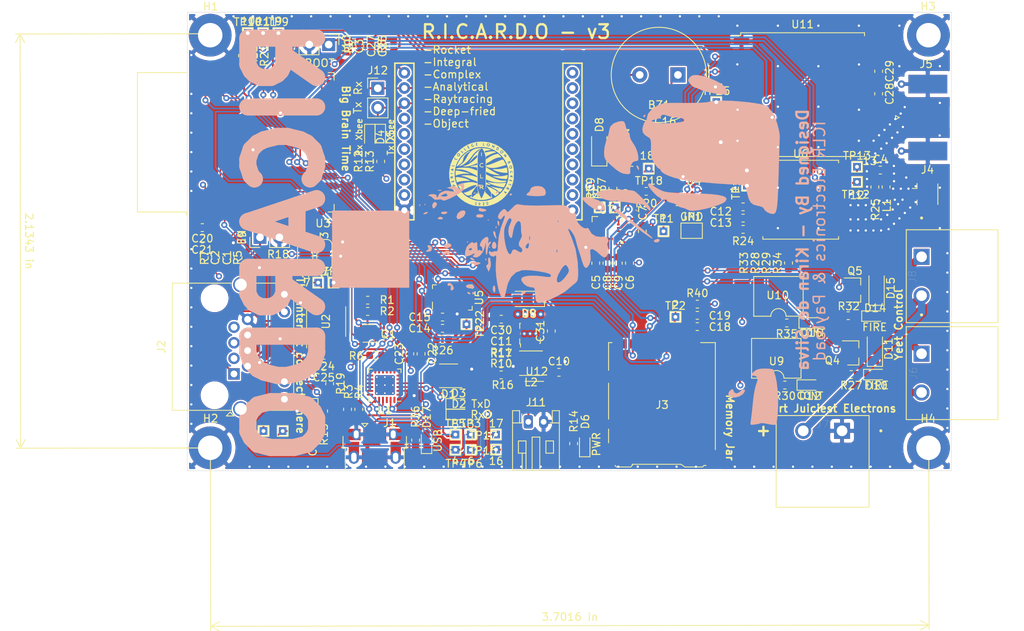
<source format=kicad_pcb>
(kicad_pcb (version 20171130) (host pcbnew "(5.1.5-0-10_14)")
  (layers (0 F.Cu signal) (1 In1.Cu power) (2 In2.Cu power) (31 B.Cu signal) (34 B.Paste user hide) (35 F.Paste user hide) (36 B.SilkS user) (37 F.SilkS user) (38 B.Mask user hide) (39 F.Mask user hide) (44 Edge.Cuts user))
  (net 0 "")
  (net 1 GND)
  (net 2 "Net-(C1-Pad1)")
  (net 3 /EN)
  (net 4 "Net-(C3-Pad1)")
  (net 5 "Net-(C4-Pad1)")
  (net 6 "Net-(C5-Pad1)")
  (net 7 "Net-(C6-Pad1)")
  (net 8 +3V3)
  (net 9 VDD)
  (net 10 "Net-(D1-Pad4)")
  (net 11 "Net-(D1-Pad3)")
  (net 12 "Net-(D1-Pad2)")
  (net 13 "Net-(D2-Pad2)")
  (net 14 /RXD)
  (net 15 "Net-(D3-Pad2)")
  (net 16 /TXD)
  (net 17 "Net-(D4-Pad2)")
  (net 18 /RADIO_RX)
  (net 19 "Net-(D5-Pad2)")
  (net 20 /RADIO_TX)
  (net 21 "Net-(D6-Pad2)")
  (net 22 "Net-(D7-Pad2)")
  (net 23 "Net-(BZ1-Pad2)")
  (net 24 "Net-(D8-Pad1)")
  (net 25 "Net-(D10-Pad1)")
  (net 26 "Net-(D11-Pad2)")
  (net 27 "Net-(D11-Pad1)")
  (net 28 "Net-(D12-Pad1)")
  (net 29 "Net-(D14-Pad1)")
  (net 30 "Net-(D15-Pad2)")
  (net 31 "Net-(D15-Pad1)")
  (net 32 "Net-(D16-Pad1)")
  (net 33 "Net-(D17-Pad2)")
  (net 34 /USB_DET)
  (net 35 "Net-(J2-Pad12)")
  (net 36 /CAN_RX)
  (net 37 "Net-(J2-Pad10)")
  (net 38 /CAN_TX)
  (net 39 "Net-(J2-Pad6)")
  (net 40 /CAN_LOW)
  (net 41 /CAN_HIGH)
  (net 42 /MISO)
  (net 43 /SCLK)
  (net 44 /MOSI)
  (net 45 /SD_CS)
  (net 46 "Net-(J4-Pad1)")
  (net 47 "Net-(J5-Pad1)")
  (net 48 /nukes/External_Supply)
  (net 49 "Net-(JP1-Pad1)")
  (net 50 "Net-(JP5-Pad2)")
  (net 51 "Net-(L2-Pad2)")
  (net 52 "Net-(L2-Pad1)")
  (net 53 /RTS)
  (net 54 "Net-(Q1-Pad2)")
  (net 55 /DTR)
  (net 56 /BOOT)
  (net 57 /Nuke1)
  (net 58 /Nuke2)
  (net 59 "Net-(R3-Pad2)")
  (net 60 "Net-(R6-Pad2)")
  (net 61 "Net-(R16-Pad2)")
  (net 62 "Net-(R20-Pad2)")
  (net 63 /SDA)
  (net 64 /SCL)
  (net 65 "Net-(R23-Pad2)")
  (net 66 "Net-(R24-Pad2)")
  (net 67 "Net-(R25-Pad2)")
  (net 68 /Cont1)
  (net 69 "Net-(R29-Pad1)")
  (net 70 /Cont2)
  (net 71 "Net-(R34-Pad1)")
  (net 72 /FLASH_CS)
  (net 73 /IMU_CS)
  (net 74 /BARO_CS)
  (net 75 /MAG_CS)
  (net 76 /LORA_INT)
  (net 77 /LORA_CS)
  (net 78 /LORA_RESET)
  (net 79 /GPS/RXD)
  (net 80 /GPS/TXD)
  (net 81 "Net-(Q1-Pad5)")
  (net 82 /Buzzer)
  (net 83 "Net-(C31-Pad2)")
  (net 84 "Net-(J2-Pad3)")
  (net 85 "Net-(J2-Pad5)")
  (net 86 "Net-(J2-Pad4)")
  (net 87 "Net-(J3-Pad9)")
  (net 88 "Net-(J3-Pad8)")
  (net 89 "Net-(J3-Pad1)")
  (net 90 "Net-(J3-Pad10)")
  (net 91 "Net-(J11-Pad1)")
  (net 92 "Net-(JP2-Pad20)")
  (net 93 "Net-(JP2-Pad19)")
  (net 94 "Net-(JP2-Pad18)")
  (net 95 "Net-(JP2-Pad17)")
  (net 96 "Net-(JP2-Pad16)")
  (net 97 "Net-(JP2-Pad15)")
  (net 98 "Net-(JP2-Pad14)")
  (net 99 "Net-(JP2-Pad13)")
  (net 100 "Net-(JP2-Pad12)")
  (net 101 "Net-(JP2-Pad11)")
  (net 102 "Net-(JP2-Pad9)")
  (net 103 "Net-(JP2-Pad8)")
  (net 104 "Net-(JP2-Pad7)")
  (net 105 "Net-(JP2-Pad6)")
  (net 106 "Net-(JP2-Pad5)")
  (net 107 "Net-(JP2-Pad4)")
  (net 108 "Net-(U1-Pad1)")
  (net 109 "Net-(U1-Pad10)")
  (net 110 "Net-(U1-Pad11)")
  (net 111 "Net-(U1-Pad12)")
  (net 112 "Net-(U1-Pad13)")
  (net 113 "Net-(U1-Pad14)")
  (net 114 "Net-(U1-Pad15)")
  (net 115 "Net-(U1-Pad16)")
  (net 116 "Net-(U1-Pad17)")
  (net 117 "Net-(U1-Pad18)")
  (net 118 "Net-(U1-Pad22)")
  (net 119 "Net-(U1-Pad24)")
  (net 120 "Net-(U2-Pad5)")
  (net 121 "Net-(U3-Pad17)")
  (net 122 "Net-(U3-Pad18)")
  (net 123 "Net-(U3-Pad19)")
  (net 124 "Net-(U3-Pad20)")
  (net 125 "Net-(U3-Pad21)")
  (net 126 "Net-(U3-Pad22)")
  (net 127 "Net-(U3-Pad32)")
  (net 128 "Net-(U6-Pad4)")
  (net 129 "Net-(U6-Pad5)")
  (net 130 "Net-(U6-Pad13)")
  (net 131 "Net-(U6-Pad15)")
  (net 132 "Net-(U6-Pad18)")
  (net 133 "Net-(U7-Pad9)")
  (net 134 "Net-(U7-Pad10)")
  (net 135 "Net-(U7-Pad11)")
  (net 136 "Net-(U7-Pad12)")
  (net 137 "Net-(U7-Pad13)")
  (net 138 "Net-(U11-Pad7)")
  (net 139 "Net-(U11-Pad11)")
  (net 140 "Net-(U11-Pad12)")
  (net 141 "Net-(U11-Pad15)")
  (net 142 "Net-(U11-Pad16)")
  (net 143 "Net-(U12-Pad4)")
  (module Package_TO_SOT_SMD:SOT-23-5 (layer F.Cu) (at 130.74 99.91)
    (fp_text reference U12 (at 0 -2.9) (layer F.SilkS))
    (fp_text value MAX40200AUK)
    (pad 5 smd rect (at 1.1 -0.95) (size 1.06 0.65) (layers F.Cu F.Paste F.Mask) (net 9 VDD))
    (pad 4 smd rect (at 1.1 0.95) (size 1.06 0.65) (layers F.Cu F.Paste F.Mask) (net 143 "Net-(U12-Pad4)"))
    (pad 3 smd rect (at -1.1 0.95) (size 1.06 0.65) (layers F.Cu F.Paste F.Mask) (net 91 "Net-(J11-Pad1)"))
    (pad 2 smd rect (at -1.1 0) (size 1.06 0.65) (layers F.Cu F.Paste F.Mask) (net 1 GND))
    (pad 1 smd rect (at -1.1 -0.95) (size 1.06 0.65) (layers F.Cu F.Paste F.Mask) (net 91 "Net-(J11-Pad1)"))
  )
  (module Diode_SMD:D_SOD-123F (layer F.Cu) (at 129.55 87.51 180)
    (fp_text reference D9 (at -0.127 -1.905) (layer F.SilkS))
    (fp_text value D_Schottky)
    (pad 2 smd rect (at 1.4 0 180) (size 1.1 1.1) (layers F.Cu F.Paste F.Mask) (net 12 "Net-(D1-Pad2)"))
    (pad 1 smd rect (at -1.4 0 180) (size 1.1 1.1) (layers F.Cu F.Paste F.Mask) (net 9 VDD))
  )
  (module iclr-hw:iclr_logo (layer F.Cu) (at 123.5 71.15)
    (fp_text reference G*** hide)
    (fp_text value LOGO hide)
  )
  (module iclr:ricardo_logo (layer F.Cu) (at 137 81 90)
    (fp_text reference G*** hide)
    (fp_text value LOGO hide)
  )
  (module Connector_JST:JST_PH_S2B-PH-K_1x02_P2.00mm_Horizontal (layer F.Cu) (at 129.63 103.6)
    (fp_text reference J11 (at 1 -2.55) (layer F.SilkS))
    (fp_text value Conn_01x02_Male)
    (pad 1 thru_hole roundrect (at 0 0) (size 1.2 1.75) (drill 0.75) (layers *.Cu *.Mask) (roundrect_rratio 0.208333) (net 91 "Net-(J11-Pad1)"))
    (pad 2 thru_hole oval (at 2 0) (size 1.2 1.75) (drill 0.75) (layers *.Cu *.Mask) (net 1 GND))
  )
  (module Capacitor_SMD:C_0603_1608Metric (layer F.Cu) (at 133.64 97.12)
    (fp_text reference C10 (at 0 -1.43) (layer F.SilkS))
    (fp_text value 10uF)
    (pad 1 smd roundrect (at -0.7875 0) (size 0.875 0.95) (layers F.Cu F.Paste F.Mask) (net 9 VDD))
    (pad 2 smd roundrect (at 0.7875 0) (size 0.875 0.95) (layers F.Cu F.Paste F.Mask) (net 1 GND))
  )
  (module Capacitor_SMD:C_0603_1608Metric (layer F.Cu) (at 132.64 91.72 90)
    (fp_text reference C31 (at 0 -1.43 90) (layer F.SilkS))
    (fp_text value 100nF)
    (pad 2 smd roundrect (at 0.7875 0 90) (size 0.875 0.95) (layers F.Cu F.Paste F.Mask) (net 83 "Net-(C31-Pad2)"))
    (pad 1 smd roundrect (at -0.7875 0 90) (size 0.875 0.95) (layers F.Cu F.Paste F.Mask) (net 1 GND))
  )
  (module Capacitor_SMD:C_0603_1608Metric (layer F.Cu) (at 126.09 91.62 180)
    (fp_text reference C11 (at 0 -1.43) (layer F.SilkS))
    (fp_text value 10uF)
    (pad 2 smd roundrect (at 0.7875 0 180) (size 0.875 0.95) (layers F.Cu F.Paste F.Mask) (net 1 GND))
    (pad 1 smd roundrect (at -0.7875 0 180) (size 0.875 0.95) (layers F.Cu F.Paste F.Mask) (net 8 +3V3))
  )
  (module Capacitor_SMD:C_0603_1608Metric (layer F.Cu) (at 126.09 90.17 180)
    (fp_text reference C30 (at 0 -1.43) (layer F.SilkS))
    (fp_text value 10uF)
    (pad 2 smd roundrect (at 0.7875 0 180) (size 0.875 0.95) (layers F.Cu F.Paste F.Mask) (net 1 GND))
    (pad 1 smd roundrect (at -0.7875 0 180) (size 0.875 0.95) (layers F.Cu F.Paste F.Mask) (net 8 +3V3))
  )
  (module Package_TO_SOT_SMD:SOT-23 (layer F.Cu) (at 172.37268 86.35476)
    (fp_text reference Q5 (at 0 -2.5) (layer F.SilkS))
    (fp_text value PMV20ENR)
    (pad 3 smd rect (at 1 0) (size 0.9 0.8) (layers F.Cu F.Paste F.Mask) (net 31 "Net-(D15-Pad1)"))
    (pad 2 smd rect (at -1 0.95) (size 0.9 0.8) (layers F.Cu F.Paste F.Mask) (net 1 GND))
    (pad 1 smd rect (at -1 -0.95) (size 0.9 0.8) (layers F.Cu F.Paste F.Mask) (net 58 /Nuke2))
  )
  (module TestPoint:TestPoint_THTPad_1.0x1.0mm_Drill0.5mm (layer F.Cu) (at 154.23 61.75)
    (fp_text reference TP25 (at 0 -1.448) (layer F.SilkS))
    (fp_text value TestPoint)
    (fp_text user 25 (at 0 -1.82) (layer F.SilkS))
    (pad 1 thru_hole rect (at 0 0) (size 1 1) (drill 0.5) (layers *.Cu *.Mask) (net 77 /LORA_CS))
  )
  (module Resistor_SMD:R_0603_1608Metric (layer F.Cu) (at 151.7525 88.2)
    (fp_text reference R40 (at 0 -1.43) (layer F.SilkS))
    (fp_text value 10K)
    (pad 2 smd roundrect (at 0.7875 0) (size 0.875 0.95) (layers F.Cu F.Paste F.Mask) (net 8 +3V3))
    (pad 1 smd roundrect (at -0.7875 0) (size 0.875 0.95) (layers F.Cu F.Paste F.Mask) (net 45 /SD_CS))
  )
  (module Resistor_SMD:R_0603_1608Metric (layer F.Cu) (at 139.23 73.04 90)
    (fp_text reference R39 (at 0 -1.43 90) (layer F.SilkS))
    (fp_text value 10K)
    (pad 2 smd roundrect (at 0.7875 0 90) (size 0.875 0.95) (layers F.Cu F.Paste F.Mask) (net 8 +3V3))
    (pad 1 smd roundrect (at -0.7875 0 90) (size 0.875 0.95) (layers F.Cu F.Paste F.Mask) (net 75 /MAG_CS))
  )
  (module Resistor_SMD:R_0603_1608Metric (layer F.Cu) (at 153.4425 63.5 180)
    (fp_text reference R38 (at 0 -1.43) (layer F.SilkS))
    (fp_text value 10K)
    (pad 2 smd roundrect (at 0.7875 0 180) (size 0.875 0.95) (layers F.Cu F.Paste F.Mask) (net 8 +3V3))
    (pad 1 smd roundrect (at -0.7875 0 180) (size 0.875 0.95) (layers F.Cu F.Paste F.Mask) (net 77 /LORA_CS))
  )
  (module Resistor_SMD:R_0603_1608Metric (layer F.Cu) (at 140.7 73.05 90)
    (fp_text reference R37 (at 0 -1.43 90) (layer F.SilkS))
    (fp_text value 10K)
    (pad 2 smd roundrect (at 0.7875 0 90) (size 0.875 0.95) (layers F.Cu F.Paste F.Mask) (net 8 +3V3))
    (pad 1 smd roundrect (at -0.7875 0 90) (size 0.875 0.95) (layers F.Cu F.Paste F.Mask) (net 73 /IMU_CS))
  )
  (module Resistor_SMD:R_0603_1608Metric (layer F.Cu) (at 147.5825 68.54)
    (fp_text reference R31 (at 0 -1.43) (layer F.SilkS))
    (fp_text value 10K)
    (pad 2 smd roundrect (at 0.7875 0) (size 0.875 0.95) (layers F.Cu F.Paste F.Mask) (net 8 +3V3))
    (pad 1 smd roundrect (at -0.7875 0) (size 0.875 0.95) (layers F.Cu F.Paste F.Mask) (net 72 /FLASH_CS))
  )
  (module Resistor_SMD:R_0603_1608Metric (layer F.Cu) (at 118.39 92.81 180)
    (fp_text reference R26 (at 0 -1.43) (layer F.SilkS))
    (fp_text value 10K)
    (pad 2 smd roundrect (at 0.7875 0 180) (size 0.875 0.95) (layers F.Cu F.Paste F.Mask) (net 8 +3V3))
    (pad 1 smd roundrect (at -0.7875 0 180) (size 0.875 0.95) (layers F.Cu F.Paste F.Mask) (net 74 /BARO_CS))
  )
  (module Jumper:SolderJumper-3_P1.3mm_Open_RoundedPad1.0x1.5mm (layer F.Cu) (at 100.43 81.78 90)
    (fp_text reference REF** hide)
    (fp_text value SolderJumper-3_P1.3mm_Open_RoundedPad1.0x1.5mm hide)
    (fp_text user 3 (at 2.6 0 90) (layer F.SilkS))
    (fp_text user 1 (at -2.6 0 90) (layer F.SilkS))
    (pad 2 smd rect (at 0 0 90) (size 1 1.5) (layers F.Cu F.Mask) (net 38 /CAN_TX))
    (pad 3 smd custom (at 1.3 0 90) (size 1 0.5) (layers F.Cu F.Mask) (net 41 /CAN_HIGH) (options (clearance outline) (anchor rect)) (primitives (gr_circle (center 0 0.25) (end 0.5 0.25) (width 0)) (gr_circle (center 0 -0.25) (end 0.5 -0.25) (width 0)) (gr_poly (pts (xy -0.55 -0.75) (xy 0 -0.75) (xy 0 0.75) (xy -0.55 0.75)) (width 0))))
    (pad 1 smd custom (at -1.3 0 90) (size 1 0.5) (layers F.Cu F.Mask) (net 38 /CAN_TX) (options (clearance outline) (anchor rect)) (primitives (gr_circle (center 0 0.25) (end 0.5 0.25) (width 0)) (gr_circle (center 0 -0.25) (end 0.5 -0.25) (width 0)) (gr_poly (pts (xy 0.55 -0.75) (xy 0 -0.75) (xy 0 0.75) (xy 0.55 0.75)) (width 0))))
  )
  (module Jumper:SolderJumper-3_P1.3mm_Open_RoundedPad1.0x1.5mm (layer F.Cu) (at 102.94 81.78 90)
    (fp_text reference REF** hide)
    (fp_text value SolderJumper-3_P1.3mm_Open_RoundedPad1.0x1.5mm hide)
    (fp_text user 1 (at -2.6 0 90) (layer F.SilkS))
    (fp_text user 3 (at 2.6 0 90) (layer F.SilkS))
    (pad 2 smd rect (at 0 0 90) (size 1 1.5) (layers F.Cu F.Mask) (net 36 /CAN_RX))
    (pad 3 smd custom (at 1.3 0 90) (size 1 0.5) (layers F.Cu F.Mask) (net 40 /CAN_LOW) (options (clearance outline) (anchor rect)) (primitives (gr_circle (center 0 0.25) (end 0.5 0.25) (width 0)) (gr_circle (center 0 -0.25) (end 0.5 -0.25) (width 0)) (gr_poly (pts (xy -0.55 -0.75) (xy 0 -0.75) (xy 0 0.75) (xy -0.55 0.75)) (width 0))))
    (pad 1 smd custom (at -1.3 0 90) (size 1 0.5) (layers F.Cu F.Mask) (net 36 /CAN_RX) (options (clearance outline) (anchor rect)) (primitives (gr_circle (center 0 0.25) (end 0.5 0.25) (width 0)) (gr_circle (center 0 -0.25) (end 0.5 -0.25) (width 0)) (gr_poly (pts (xy 0.55 -0.75) (xy 0 -0.75) (xy 0 0.75) (xy 0.55 0.75)) (width 0))))
  )
  (module iclr-hw:VIA-0.6mm (layer F.Cu) (at 184.47 101.85 270)
    (fp_text reference REF** hide)
    (fp_text value VIA-0.6mm hide)
    (pad 1 thru_hole circle (at 0 0 270) (size 0.6 0.6) (drill 0.3) (layers *.Cu *.Mask) (net 1 GND))
  )
  (module iclr-hw:VIA-0.6mm (layer F.Cu) (at 184.47 89.15 270)
    (fp_text reference REF** hide)
    (fp_text value VIA-0.6mm hide)
    (pad 1 thru_hole circle (at 0 0 270) (size 0.6 0.6) (drill 0.3) (layers *.Cu *.Mask) (net 1 GND))
  )
  (module iclr-hw:VIA-0.6mm (layer F.Cu) (at 184.47 86.61 270)
    (fp_text reference REF** hide)
    (fp_text value VIA-0.6mm hide)
    (pad 1 thru_hole circle (at 0 0 270) (size 0.6 0.6) (drill 0.3) (layers *.Cu *.Mask) (net 1 GND))
  )
  (module iclr-hw:VIA-0.6mm (layer F.Cu) (at 184.47 84.07 270)
    (fp_text reference REF** hide)
    (fp_text value VIA-0.6mm hide)
    (pad 1 thru_hole circle (at 0 0 270) (size 0.6 0.6) (drill 0.3) (layers *.Cu *.Mask) (net 1 GND))
  )
  (module iclr-hw:VIA-0.6mm (layer F.Cu) (at 184.47 104.39 270)
    (fp_text reference REF** hide)
    (fp_text value VIA-0.6mm hide)
    (pad 1 thru_hole circle (at 0 0 270) (size 0.6 0.6) (drill 0.3) (layers *.Cu *.Mask) (net 1 GND))
  )
  (module iclr-hw:VIA-0.6mm (layer F.Cu) (at 184.47 99.31 270)
    (fp_text reference REF** hide)
    (fp_text value VIA-0.6mm hide)
    (pad 1 thru_hole circle (at 0 0 270) (size 0.6 0.6) (drill 0.3) (layers *.Cu *.Mask) (net 1 GND))
  )
  (module iclr-hw:VIA-0.6mm (layer F.Cu) (at 184.47 96.77 270)
    (fp_text reference REF** hide)
    (fp_text value VIA-0.6mm hide)
    (pad 1 thru_hole circle (at 0 0 270) (size 0.6 0.6) (drill 0.3) (layers *.Cu *.Mask) (net 1 GND))
  )
  (module iclr-hw:VIA-0.6mm (layer F.Cu) (at 184.47 94.23 270)
    (fp_text reference REF** hide)
    (fp_text value VIA-0.6mm hide)
    (pad 1 thru_hole circle (at 0 0 270) (size 0.6 0.6) (drill 0.3) (layers *.Cu *.Mask) (net 1 GND))
  )
  (module iclr-hw:VIA-0.6mm (layer F.Cu) (at 184.47 91.69 270)
    (fp_text reference REF** hide)
    (fp_text value VIA-0.6mm hide)
    (pad 1 thru_hole circle (at 0 0 270) (size 0.6 0.6) (drill 0.3) (layers *.Cu *.Mask) (net 1 GND))
  )
  (module iclr-hw:VIA-0.6mm (layer F.Cu) (at 184.47 81.53 270)
    (fp_text reference REF** hide)
    (fp_text value VIA-0.6mm hide)
    (pad 1 thru_hole circle (at 0 0 270) (size 0.6 0.6) (drill 0.3) (layers *.Cu *.Mask) (net 1 GND))
  )
  (module iclr-hw:VIA-0.6mm (layer F.Cu) (at 85.53 96.24 270)
    (fp_text reference REF** hide)
    (fp_text value VIA-0.6mm hide)
    (pad 1 thru_hole circle (at 0 0 270) (size 0.6 0.6) (drill 0.3) (layers *.Cu *.Mask) (net 1 GND))
  )
  (module iclr-hw:VIA-0.6mm (layer F.Cu) (at 85.53 83.54 270)
    (fp_text reference REF** hide)
    (fp_text value VIA-0.6mm hide)
    (pad 1 thru_hole circle (at 0 0 270) (size 0.6 0.6) (drill 0.3) (layers *.Cu *.Mask) (net 1 GND))
  )
  (module iclr-hw:VIA-0.6mm (layer F.Cu) (at 85.53 81 270)
    (fp_text reference REF** hide)
    (fp_text value VIA-0.6mm hide)
    (pad 1 thru_hole circle (at 0 0 270) (size 0.6 0.6) (drill 0.3) (layers *.Cu *.Mask) (net 1 GND))
  )
  (module iclr-hw:VIA-0.6mm (layer F.Cu) (at 85.53 103.86 270)
    (fp_text reference REF** hide)
    (fp_text value VIA-0.6mm hide)
    (pad 1 thru_hole circle (at 0 0 270) (size 0.6 0.6) (drill 0.3) (layers *.Cu *.Mask) (net 1 GND))
  )
  (module iclr-hw:VIA-0.6mm (layer F.Cu) (at 85.53 101.32 270)
    (fp_text reference REF** hide)
    (fp_text value VIA-0.6mm hide)
    (pad 1 thru_hole circle (at 0 0 270) (size 0.6 0.6) (drill 0.3) (layers *.Cu *.Mask) (net 1 GND))
  )
  (module iclr-hw:VIA-0.6mm (layer F.Cu) (at 85.53 98.78 270)
    (fp_text reference REF** hide)
    (fp_text value VIA-0.6mm hide)
    (pad 1 thru_hole circle (at 0 0 270) (size 0.6 0.6) (drill 0.3) (layers *.Cu *.Mask) (net 1 GND))
  )
  (module iclr-hw:VIA-0.6mm (layer F.Cu) (at 85.53 93.7 270)
    (fp_text reference REF** hide)
    (fp_text value VIA-0.6mm hide)
    (pad 1 thru_hole circle (at 0 0 270) (size 0.6 0.6) (drill 0.3) (layers *.Cu *.Mask) (net 1 GND))
  )
  (module iclr-hw:VIA-0.6mm (layer F.Cu) (at 85.53 91.16 270)
    (fp_text reference REF** hide)
    (fp_text value VIA-0.6mm hide)
    (pad 1 thru_hole circle (at 0 0 270) (size 0.6 0.6) (drill 0.3) (layers *.Cu *.Mask) (net 1 GND))
  )
  (module iclr-hw:VIA-0.6mm (layer F.Cu) (at 85.53 88.62 270)
    (fp_text reference REF** hide)
    (fp_text value VIA-0.6mm hide)
    (pad 1 thru_hole circle (at 0 0 270) (size 0.6 0.6) (drill 0.3) (layers *.Cu *.Mask) (net 1 GND))
  )
  (module iclr-hw:VIA-0.6mm (layer F.Cu) (at 85.53 86.08 270)
    (fp_text reference REF** hide)
    (fp_text value VIA-0.6mm hide)
    (pad 1 thru_hole circle (at 0 0 270) (size 0.6 0.6) (drill 0.3) (layers *.Cu *.Mask) (net 1 GND))
  )
  (module iclr-hw:VIA-0.6mm (layer F.Cu) (at 85.53 73.38 270)
    (fp_text reference REF** hide)
    (fp_text value VIA-0.6mm hide)
    (pad 1 thru_hole circle (at 0 0 270) (size 0.6 0.6) (drill 0.3) (layers *.Cu *.Mask) (net 1 GND))
  )
  (module iclr-hw:VIA-0.6mm (layer F.Cu) (at 85.53 70.84 270)
    (fp_text reference REF** hide)
    (fp_text value VIA-0.6mm hide)
    (pad 1 thru_hole circle (at 0 0 270) (size 0.6 0.6) (drill 0.3) (layers *.Cu *.Mask) (net 1 GND))
  )
  (module iclr-hw:VIA-0.6mm (layer F.Cu) (at 85.53 68.3 270)
    (fp_text reference REF** hide)
    (fp_text value VIA-0.6mm hide)
    (pad 1 thru_hole circle (at 0 0 270) (size 0.6 0.6) (drill 0.3) (layers *.Cu *.Mask) (net 1 GND))
  )
  (module iclr-hw:VIA-0.6mm (layer F.Cu) (at 85.53 65.76 270)
    (fp_text reference REF** hide)
    (fp_text value VIA-0.6mm hide)
    (pad 1 thru_hole circle (at 0 0 270) (size 0.6 0.6) (drill 0.3) (layers *.Cu *.Mask) (net 1 GND))
  )
  (module iclr-hw:VIA-0.6mm (layer F.Cu) (at 85.53 63.22 270)
    (fp_text reference REF** hide)
    (fp_text value VIA-0.6mm hide)
    (pad 1 thru_hole circle (at 0 0 270) (size 0.6 0.6) (drill 0.3) (layers *.Cu *.Mask) (net 1 GND))
  )
  (module iclr-hw:VIA-0.6mm (layer F.Cu) (at 85.53 60.68 270)
    (fp_text reference REF** hide)
    (fp_text value VIA-0.6mm hide)
    (pad 1 thru_hole circle (at 0 0 270) (size 0.6 0.6) (drill 0.3) (layers *.Cu *.Mask) (net 1 GND))
  )
  (module iclr-hw:VIA-0.6mm (layer F.Cu) (at 85.53 55.6 270)
    (fp_text reference REF** hide)
    (fp_text value VIA-0.6mm hide)
    (pad 1 thru_hole circle (at 0 0 270) (size 0.6 0.6) (drill 0.3) (layers *.Cu *.Mask) (net 1 GND))
  )
  (module iclr-hw:VIA-0.6mm (layer F.Cu) (at 131.25 109.47)
    (fp_text reference REF** hide)
    (fp_text value VIA-0.6mm hide)
    (pad 1 thru_hole circle (at 0 0) (size 0.6 0.6) (drill 0.3) (layers *.Cu *.Mask) (net 1 GND))
  )
  (module iclr-hw:VIA-0.6mm (layer F.Cu) (at 118.55 109.47)
    (fp_text reference REF** hide)
    (fp_text value VIA-0.6mm hide)
    (pad 1 thru_hole circle (at 0 0) (size 0.6 0.6) (drill 0.3) (layers *.Cu *.Mask) (net 1 GND))
  )
  (module iclr-hw:VIA-0.6mm (layer F.Cu) (at 116.01 109.47)
    (fp_text reference REF** hide)
    (fp_text value VIA-0.6mm hide)
    (pad 1 thru_hole circle (at 0 0) (size 0.6 0.6) (drill 0.3) (layers *.Cu *.Mask) (net 1 GND))
  )
  (module iclr-hw:VIA-0.6mm (layer F.Cu) (at 113.47 109.47)
    (fp_text reference REF** hide)
    (fp_text value VIA-0.6mm hide)
    (pad 1 thru_hole circle (at 0 0) (size 0.6 0.6) (drill 0.3) (layers *.Cu *.Mask) (net 1 GND))
  )
  (module iclr-hw:VIA-0.6mm (layer F.Cu) (at 176.97 109.47)
    (fp_text reference REF** hide)
    (fp_text value VIA-0.6mm hide)
    (pad 1 thru_hole circle (at 0 0) (size 0.6 0.6) (drill 0.3) (layers *.Cu *.Mask) (net 1 GND))
  )
  (module iclr-hw:VIA-0.6mm (layer F.Cu) (at 174.43 109.47)
    (fp_text reference REF** hide)
    (fp_text value VIA-0.6mm hide)
    (pad 1 thru_hole circle (at 0 0) (size 0.6 0.6) (drill 0.3) (layers *.Cu *.Mask) (net 1 GND))
  )
  (module iclr-hw:VIA-0.6mm (layer F.Cu) (at 171.89 109.47)
    (fp_text reference REF** hide)
    (fp_text value VIA-0.6mm hide)
    (pad 1 thru_hole circle (at 0 0) (size 0.6 0.6) (drill 0.3) (layers *.Cu *.Mask) (net 1 GND))
  )
  (module iclr-hw:VIA-0.6mm (layer F.Cu) (at 169.35 109.47)
    (fp_text reference REF** hide)
    (fp_text value VIA-0.6mm hide)
    (pad 1 thru_hole circle (at 0 0) (size 0.6 0.6) (drill 0.3) (layers *.Cu *.Mask) (net 1 GND))
  )
  (module iclr-hw:VIA-0.6mm (layer F.Cu) (at 166.81 109.47)
    (fp_text reference REF** hide)
    (fp_text value VIA-0.6mm hide)
    (pad 1 thru_hole circle (at 0 0) (size 0.6 0.6) (drill 0.3) (layers *.Cu *.Mask) (net 1 GND))
  )
  (module iclr-hw:VIA-0.6mm (layer F.Cu) (at 164.27 109.47)
    (fp_text reference REF** hide)
    (fp_text value VIA-0.6mm hide)
    (pad 1 thru_hole circle (at 0 0) (size 0.6 0.6) (drill 0.3) (layers *.Cu *.Mask) (net 1 GND))
  )
  (module iclr-hw:VIA-0.6mm (layer F.Cu) (at 161.73 109.47)
    (fp_text reference REF** hide)
    (fp_text value VIA-0.6mm hide)
    (pad 1 thru_hole circle (at 0 0) (size 0.6 0.6) (drill 0.3) (layers *.Cu *.Mask) (net 1 GND))
  )
  (module iclr-hw:VIA-0.6mm (layer F.Cu) (at 159.19 109.47)
    (fp_text reference REF** hide)
    (fp_text value VIA-0.6mm hide)
    (pad 1 thru_hole circle (at 0 0) (size 0.6 0.6) (drill 0.3) (layers *.Cu *.Mask) (net 1 GND))
  )
  (module iclr-hw:VIA-0.6mm (layer F.Cu) (at 156.65 109.47)
    (fp_text reference REF** hide)
    (fp_text value VIA-0.6mm hide)
    (pad 1 thru_hole circle (at 0 0) (size 0.6 0.6) (drill 0.3) (layers *.Cu *.Mask) (net 1 GND))
  )
  (module iclr-hw:VIA-0.6mm (layer F.Cu) (at 151.57 109.47)
    (fp_text reference REF** hide)
    (fp_text value VIA-0.6mm hide)
    (pad 1 thru_hole circle (at 0 0) (size 0.6 0.6) (drill 0.3) (layers *.Cu *.Mask) (net 1 GND))
  )
  (module iclr-hw:VIA-0.6mm (layer F.Cu) (at 149.03 109.47)
    (fp_text reference REF** hide)
    (fp_text value VIA-0.6mm hide)
    (pad 1 thru_hole circle (at 0 0) (size 0.6 0.6) (drill 0.3) (layers *.Cu *.Mask) (net 1 GND))
  )
  (module iclr-hw:VIA-0.6mm (layer F.Cu) (at 146.49 109.47)
    (fp_text reference REF** hide)
    (fp_text value VIA-0.6mm hide)
    (pad 1 thru_hole circle (at 0 0) (size 0.6 0.6) (drill 0.3) (layers *.Cu *.Mask) (net 1 GND))
  )
  (module iclr-hw:VIA-0.6mm (layer F.Cu) (at 143.95 109.47)
    (fp_text reference REF** hide)
    (fp_text value VIA-0.6mm hide)
    (pad 1 thru_hole circle (at 0 0) (size 0.6 0.6) (drill 0.3) (layers *.Cu *.Mask) (net 1 GND))
  )
  (module iclr-hw:VIA-0.6mm (layer F.Cu) (at 141.41 109.47)
    (fp_text reference REF** hide)
    (fp_text value VIA-0.6mm hide)
    (pad 1 thru_hole circle (at 0 0) (size 0.6 0.6) (drill 0.3) (layers *.Cu *.Mask) (net 1 GND))
  )
  (module iclr-hw:VIA-0.6mm (layer F.Cu) (at 138.87 109.47)
    (fp_text reference REF** hide)
    (fp_text value VIA-0.6mm hide)
    (pad 1 thru_hole circle (at 0 0) (size 0.6 0.6) (drill 0.3) (layers *.Cu *.Mask) (net 1 GND))
  )
  (module iclr-hw:VIA-0.6mm (layer F.Cu) (at 136.33 109.47)
    (fp_text reference REF** hide)
    (fp_text value VIA-0.6mm hide)
    (pad 1 thru_hole circle (at 0 0) (size 0.6 0.6) (drill 0.3) (layers *.Cu *.Mask) (net 1 GND))
  )
  (module iclr-hw:VIA-0.6mm (layer F.Cu) (at 133.79 109.47)
    (fp_text reference REF** hide)
    (fp_text value VIA-0.6mm hide)
    (pad 1 thru_hole circle (at 0 0) (size 0.6 0.6) (drill 0.3) (layers *.Cu *.Mask) (net 1 GND))
  )
  (module iclr-hw:VIA-0.6mm (layer F.Cu) (at 128.71 109.47)
    (fp_text reference REF** hide)
    (fp_text value VIA-0.6mm hide)
    (pad 1 thru_hole circle (at 0 0) (size 0.6 0.6) (drill 0.3) (layers *.Cu *.Mask) (net 1 GND))
  )
  (module iclr-hw:VIA-0.6mm (layer F.Cu) (at 126.17 109.47)
    (fp_text reference REF** hide)
    (fp_text value VIA-0.6mm hide)
    (pad 1 thru_hole circle (at 0 0) (size 0.6 0.6) (drill 0.3) (layers *.Cu *.Mask) (net 1 GND))
  )
  (module iclr-hw:VIA-0.6mm (layer F.Cu) (at 123.63 109.47)
    (fp_text reference REF** hide)
    (fp_text value VIA-0.6mm hide)
    (pad 1 thru_hole circle (at 0 0) (size 0.6 0.6) (drill 0.3) (layers *.Cu *.Mask) (net 1 GND))
  )
  (module iclr-hw:VIA-0.6mm (layer F.Cu) (at 121.09 109.47)
    (fp_text reference REF** hide)
    (fp_text value VIA-0.6mm hide)
    (pad 1 thru_hole circle (at 0 0) (size 0.6 0.6) (drill 0.3) (layers *.Cu *.Mask) (net 1 GND))
  )
  (module iclr-hw:VIA-0.6mm (layer F.Cu) (at 110.93 109.47)
    (fp_text reference REF** hide)
    (fp_text value VIA-0.6mm hide)
    (pad 1 thru_hole circle (at 0 0) (size 0.6 0.6) (drill 0.3) (layers *.Cu *.Mask) (net 1 GND))
  )
  (module iclr-hw:VIA-0.6mm (layer F.Cu) (at 108.39 109.47)
    (fp_text reference REF** hide)
    (fp_text value VIA-0.6mm hide)
    (pad 1 thru_hole circle (at 0 0) (size 0.6 0.6) (drill 0.3) (layers *.Cu *.Mask) (net 1 GND))
  )
  (module iclr-hw:VIA-0.6mm (layer F.Cu) (at 105.85 109.47)
    (fp_text reference REF** hide)
    (fp_text value VIA-0.6mm hide)
    (pad 1 thru_hole circle (at 0 0) (size 0.6 0.6) (drill 0.3) (layers *.Cu *.Mask) (net 1 GND))
  )
  (module iclr-hw:VIA-0.6mm (layer F.Cu) (at 103.31 109.47)
    (fp_text reference REF** hide)
    (fp_text value VIA-0.6mm hide)
    (pad 1 thru_hole circle (at 0 0) (size 0.6 0.6) (drill 0.3) (layers *.Cu *.Mask) (net 1 GND))
  )
  (module iclr-hw:VIA-0.6mm (layer F.Cu) (at 100.77 109.47)
    (fp_text reference REF** hide)
    (fp_text value VIA-0.6mm hide)
    (pad 1 thru_hole circle (at 0 0) (size 0.6 0.6) (drill 0.3) (layers *.Cu *.Mask) (net 1 GND))
  )
  (module iclr-hw:VIA-0.6mm (layer F.Cu) (at 98.23 109.47)
    (fp_text reference REF** hide)
    (fp_text value VIA-0.6mm hide)
    (pad 1 thru_hole circle (at 0 0) (size 0.6 0.6) (drill 0.3) (layers *.Cu *.Mask) (net 1 GND))
  )
  (module iclr-hw:VIA-0.6mm (layer F.Cu) (at 95.69 109.47)
    (fp_text reference REF** hide)
    (fp_text value VIA-0.6mm hide)
    (pad 1 thru_hole circle (at 0 0) (size 0.6 0.6) (drill 0.3) (layers *.Cu *.Mask) (net 1 GND))
  )
  (module iclr-hw:VIA-0.6mm (layer F.Cu) (at 93.15 109.47)
    (fp_text reference REF** hide)
    (fp_text value VIA-0.6mm hide)
    (pad 1 thru_hole circle (at 0 0) (size 0.6 0.6) (drill 0.3) (layers *.Cu *.Mask) (net 1 GND))
  )
  (module iclr-hw:VIA-0.6mm (layer F.Cu) (at 91.05 50.53)
    (fp_text reference REF** hide)
    (fp_text value VIA-0.6mm hide)
    (pad 1 thru_hole circle (at 0 0) (size 0.6 0.6) (drill 0.3) (layers *.Cu *.Mask) (net 1 GND))
  )
  (module iclr-hw:VIA-0.6mm (layer F.Cu) (at 136.77 50.53)
    (fp_text reference REF** hide)
    (fp_text value VIA-0.6mm hide)
    (pad 1 thru_hole circle (at 0 0) (size 0.6 0.6) (drill 0.3) (layers *.Cu *.Mask) (net 1 GND))
  )
  (module iclr-hw:VIA-0.6mm (layer F.Cu) (at 124.07 50.53)
    (fp_text reference REF** hide)
    (fp_text value VIA-0.6mm hide)
    (pad 1 thru_hole circle (at 0 0) (size 0.6 0.6) (drill 0.3) (layers *.Cu *.Mask) (net 1 GND))
  )
  (module iclr-hw:VIA-0.6mm (layer F.Cu) (at 121.53 50.53)
    (fp_text reference REF** hide)
    (fp_text value VIA-0.6mm hide)
    (pad 1 thru_hole circle (at 0 0) (size 0.6 0.6) (drill 0.3) (layers *.Cu *.Mask) (net 1 GND))
  )
  (module iclr-hw:VIA-0.6mm (layer F.Cu) (at 118.99 50.53)
    (fp_text reference REF** hide)
    (fp_text value VIA-0.6mm hide)
    (pad 1 thru_hole circle (at 0 0) (size 0.6 0.6) (drill 0.3) (layers *.Cu *.Mask) (net 1 GND))
  )
  (module iclr-hw:VIA-0.6mm (layer F.Cu) (at 154.55 50.53)
    (fp_text reference REF** hide)
    (fp_text value VIA-0.6mm hide)
    (pad 1 thru_hole circle (at 0 0) (size 0.6 0.6) (drill 0.3) (layers *.Cu *.Mask) (net 1 GND))
  )
  (module iclr-hw:VIA-0.6mm (layer F.Cu) (at 152.01 50.53)
    (fp_text reference REF** hide)
    (fp_text value VIA-0.6mm hide)
    (pad 1 thru_hole circle (at 0 0) (size 0.6 0.6) (drill 0.3) (layers *.Cu *.Mask) (net 1 GND))
  )
  (module iclr-hw:VIA-0.6mm (layer F.Cu) (at 149.47 50.53)
    (fp_text reference REF** hide)
    (fp_text value VIA-0.6mm hide)
    (pad 1 thru_hole circle (at 0 0) (size 0.6 0.6) (drill 0.3) (layers *.Cu *.Mask) (net 1 GND))
  )
  (module iclr-hw:VIA-0.6mm (layer F.Cu) (at 146.93 50.53)
    (fp_text reference REF** hide)
    (fp_text value VIA-0.6mm hide)
    (pad 1 thru_hole circle (at 0 0) (size 0.6 0.6) (drill 0.3) (layers *.Cu *.Mask) (net 1 GND))
  )
  (module iclr-hw:VIA-0.6mm (layer F.Cu) (at 144.39 50.53)
    (fp_text reference REF** hide)
    (fp_text value VIA-0.6mm hide)
    (pad 1 thru_hole circle (at 0 0) (size 0.6 0.6) (drill 0.3) (layers *.Cu *.Mask) (net 1 GND))
  )
  (module iclr-hw:VIA-0.6mm (layer F.Cu) (at 141.85 50.53)
    (fp_text reference REF** hide)
    (fp_text value VIA-0.6mm hide)
    (pad 1 thru_hole circle (at 0 0) (size 0.6 0.6) (drill 0.3) (layers *.Cu *.Mask) (net 1 GND))
  )
  (module iclr-hw:VIA-0.6mm (layer F.Cu) (at 139.31 50.53)
    (fp_text reference REF** hide)
    (fp_text value VIA-0.6mm hide)
    (pad 1 thru_hole circle (at 0 0) (size 0.6 0.6) (drill 0.3) (layers *.Cu *.Mask) (net 1 GND))
  )
  (module iclr-hw:VIA-0.6mm (layer F.Cu) (at 134.23 50.53)
    (fp_text reference REF** hide)
    (fp_text value VIA-0.6mm hide)
    (pad 1 thru_hole circle (at 0 0) (size 0.6 0.6) (drill 0.3) (layers *.Cu *.Mask) (net 1 GND))
  )
  (module iclr-hw:VIA-0.6mm (layer F.Cu) (at 131.69 50.53)
    (fp_text reference REF** hide)
    (fp_text value VIA-0.6mm hide)
    (pad 1 thru_hole circle (at 0 0) (size 0.6 0.6) (drill 0.3) (layers *.Cu *.Mask) (net 1 GND))
  )
  (module iclr-hw:VIA-0.6mm (layer F.Cu) (at 129.15 50.53)
    (fp_text reference REF** hide)
    (fp_text value VIA-0.6mm hide)
    (pad 1 thru_hole circle (at 0 0) (size 0.6 0.6) (drill 0.3) (layers *.Cu *.Mask) (net 1 GND))
  )
  (module iclr-hw:VIA-0.6mm (layer F.Cu) (at 126.61 50.53)
    (fp_text reference REF** hide)
    (fp_text value VIA-0.6mm hide)
    (pad 1 thru_hole circle (at 0 0) (size 0.6 0.6) (drill 0.3) (layers *.Cu *.Mask) (net 1 GND))
  )
  (module iclr-hw:VIA-0.6mm (layer F.Cu) (at 116.45 50.53)
    (fp_text reference REF** hide)
    (fp_text value VIA-0.6mm hide)
    (pad 1 thru_hole circle (at 0 0) (size 0.6 0.6) (drill 0.3) (layers *.Cu *.Mask) (net 1 GND))
  )
  (module iclr-hw:VIA-0.6mm (layer F.Cu) (at 113.91 50.53)
    (fp_text reference REF** hide)
    (fp_text value VIA-0.6mm hide)
    (pad 1 thru_hole circle (at 0 0) (size 0.6 0.6) (drill 0.3) (layers *.Cu *.Mask) (net 1 GND))
  )
  (module iclr-hw:VIA-0.6mm (layer F.Cu) (at 111.37 50.53)
    (fp_text reference REF** hide)
    (fp_text value VIA-0.6mm hide)
    (pad 1 thru_hole circle (at 0 0) (size 0.6 0.6) (drill 0.3) (layers *.Cu *.Mask) (net 1 GND))
  )
  (module iclr-hw:VIA-0.6mm (layer F.Cu) (at 108.83 50.53)
    (fp_text reference REF** hide)
    (fp_text value VIA-0.6mm hide)
    (pad 1 thru_hole circle (at 0 0) (size 0.6 0.6) (drill 0.3) (layers *.Cu *.Mask) (net 1 GND))
  )
  (module iclr-hw:VIA-0.6mm (layer F.Cu) (at 106.29 50.53)
    (fp_text reference REF** hide)
    (fp_text value VIA-0.6mm hide)
    (pad 1 thru_hole circle (at 0 0) (size 0.6 0.6) (drill 0.3) (layers *.Cu *.Mask) (net 1 GND))
  )
  (module iclr-hw:VIA-0.6mm (layer F.Cu) (at 103.75 50.53)
    (fp_text reference REF** hide)
    (fp_text value VIA-0.6mm hide)
    (pad 1 thru_hole circle (at 0 0) (size 0.6 0.6) (drill 0.3) (layers *.Cu *.Mask) (net 1 GND))
  )
  (module iclr-hw:VIA-0.6mm (layer F.Cu) (at 101.21 50.53)
    (fp_text reference REF** hide)
    (fp_text value VIA-0.6mm hide)
    (pad 1 thru_hole circle (at 0 0) (size 0.6 0.6) (drill 0.3) (layers *.Cu *.Mask) (net 1 GND))
  )
  (module iclr-hw:VIA-0.6mm (layer F.Cu) (at 93.59 50.53)
    (fp_text reference REF** hide)
    (fp_text value VIA-0.6mm hide)
    (pad 1 thru_hole circle (at 0 0) (size 0.6 0.6) (drill 0.3) (layers *.Cu *.Mask) (net 1 GND))
  )
  (module iclr-hw:VIA-0.6mm (layer F.Cu) (at 96.13 50.53)
    (fp_text reference REF** hide)
    (fp_text value VIA-0.6mm hide)
    (pad 1 thru_hole circle (at 0 0) (size 0.6 0.6) (drill 0.3) (layers *.Cu *.Mask) (net 1 GND))
  )
  (module iclr-hw:VIA-0.6mm (layer F.Cu) (at 98.67 50.53)
    (fp_text reference REF** hide)
    (fp_text value VIA-0.6mm hide)
    (pad 1 thru_hole circle (at 0 0) (size 0.6 0.6) (drill 0.3) (layers *.Cu *.Mask) (net 1 GND))
  )
  (module iclr-hw:VIA-0.6mm (layer F.Cu) (at 177.93 63.29)
    (fp_text reference REF** hide)
    (fp_text value VIA-0.6mm hide)
    (pad 1 thru_hole circle (at 0.43 -0.03) (size 0.6 0.6) (drill 0.3) (layers *.Cu *.Mask) (net 1 GND))
  )
  (module iclr-hw:VIA-0.6mm (layer F.Cu) (at 177.23 64)
    (fp_text reference REF** hide)
    (fp_text value VIA-0.6mm hide)
    (pad 1 thru_hole circle (at 0.43 -0.03) (size 0.6 0.6) (drill 0.3) (layers *.Cu *.Mask) (net 1 GND))
  )
  (module iclr-hw:VIA-0.6mm (layer F.Cu) (at 176.52 64.71)
    (fp_text reference REF** hide)
    (fp_text value VIA-0.6mm hide)
    (pad 1 thru_hole circle (at 0.43 -0.03) (size 0.6 0.6) (drill 0.3) (layers *.Cu *.Mask) (net 1 GND))
  )
  (module iclr-hw:VIA-0.6mm (layer F.Cu) (at 175.81 65.42)
    (fp_text reference REF** hide)
    (fp_text value VIA-0.6mm hide)
    (pad 1 thru_hole circle (at 0.43 -0.03) (size 0.6 0.6) (drill 0.3) (layers *.Cu *.Mask) (net 1 GND))
  )
  (module iclr-hw:VIA-0.6mm (layer F.Cu) (at 175.1 66.13)
    (fp_text reference REF** hide)
    (fp_text value VIA-0.6mm hide)
    (pad 1 thru_hole circle (at 0.43 -0.03) (size 0.6 0.6) (drill 0.3) (layers *.Cu *.Mask) (net 1 GND))
  )
  (module iclr-hw:VIA-0.6mm (layer F.Cu) (at 174.39 66.84)
    (fp_text reference REF** hide)
    (fp_text value VIA-0.6mm hide)
    (pad 1 thru_hole circle (at 0.43 -0.03) (size 0.6 0.6) (drill 0.3) (layers *.Cu *.Mask) (net 1 GND))
  )
  (module iclr-hw:VIA-0.6mm (layer F.Cu) (at 178.22 65.04)
    (fp_text reference REF** hide)
    (fp_text value VIA-0.6mm hide)
    (pad 1 thru_hole circle (at 0.43 -0.03) (size 0.6 0.6) (drill 0.3) (layers *.Cu *.Mask) (net 1 GND))
  )
  (module iclr-hw:VIA-0.6mm (layer F.Cu) (at 176.8 66.46)
    (fp_text reference REF** hide)
    (fp_text value VIA-0.6mm hide)
    (pad 1 thru_hole circle (at 0.43 -0.03) (size 0.6 0.6) (drill 0.3) (layers *.Cu *.Mask) (net 1 GND))
  )
  (module iclr-hw:VIA-0.6mm (layer F.Cu) (at 176.09 67.17)
    (fp_text reference REF** hide)
    (fp_text value VIA-0.6mm hide)
    (pad 1 thru_hole circle (at 0.43 -0.03) (size 0.6 0.6) (drill 0.3) (layers *.Cu *.Mask) (net 1 GND))
  )
  (module iclr-hw:VIA-0.6mm (layer F.Cu) (at 175.38 67.88)
    (fp_text reference REF** hide)
    (fp_text value VIA-0.6mm hide)
    (pad 1 thru_hole circle (at 0.43 -0.03) (size 0.6 0.6) (drill 0.3) (layers *.Cu *.Mask) (net 1 GND))
  )
  (module iclr-hw:VIA-0.6mm (layer F.Cu) (at 174.61 68.51)
    (fp_text reference REF** hide)
    (fp_text value VIA-0.6mm hide)
    (pad 1 thru_hole circle (at 0.43 -0.03) (size 0.6 0.6) (drill 0.3) (layers *.Cu *.Mask) (net 1 GND))
  )
  (module iclr-hw:VIA-0.6mm (layer F.Cu) (at 177.71 70.14)
    (fp_text reference REF** hide)
    (fp_text value VIA-0.6mm hide)
    (pad 1 thru_hole circle (at -0.24 -0.03) (size 0.6 0.6) (drill 0.3) (layers *.Cu *.Mask) (net 1 GND))
  )
  (module iclr-hw:VIA-0.6mm (layer F.Cu) (at 177.73 72.14)
    (fp_text reference REF** hide)
    (fp_text value VIA-0.6mm hide)
    (pad 1 thru_hole circle (at -0.24 -0.03) (size 0.6 0.6) (drill 0.3) (layers *.Cu *.Mask) (net 1 GND))
  )
  (module iclr-hw:VIA-0.6mm (layer F.Cu) (at 177.73 71.14)
    (fp_text reference REF** hide)
    (fp_text value VIA-0.6mm hide)
    (pad 1 thru_hole circle (at -0.24 -0.03) (size 0.6 0.6) (drill 0.3) (layers *.Cu *.Mask) (net 1 GND))
  )
  (module iclr-hw:VIA-0.6mm (layer F.Cu) (at 178.16 69.66)
    (fp_text reference REF** hide)
    (fp_text value VIA-0.6mm hide)
    (pad 1 thru_hole circle (at 0.93 1.97) (size 0.6 0.6) (drill 0.3) (layers *.Cu *.Mask) (net 1 GND))
  )
  (module iclr-hw:VIA-0.6mm (layer F.Cu) (at 176.52 68.27)
    (fp_text reference REF** hide)
    (fp_text value VIA-0.6mm hide)
    (pad 1 thru_hole circle (at -0.77 1.36) (size 0.6 0.6) (drill 0.3) (layers *.Cu *.Mask) (net 1 GND))
  )
  (module iclr-hw:VIA-0.6mm (layer F.Cu) (at 176.16 69.66)
    (fp_text reference REF** hide)
    (fp_text value VIA-0.6mm hide)
    (pad 1 thru_hole circle (at 0.43 -0.03) (size 0.6 0.6) (drill 0.3) (layers *.Cu *.Mask) (net 1 GND))
  )
  (module iclr-hw:VIA-0.6mm (layer F.Cu) (at 175.16 69.66)
    (fp_text reference REF** hide)
    (fp_text value VIA-0.6mm hide)
    (pad 1 thru_hole circle (at -0.24 -0.03) (size 0.6 0.6) (drill 0.3) (layers *.Cu *.Mask) (net 1 GND))
  )
  (module iclr-hw:VIA-0.6mm (layer F.Cu) (at 174.22 69.74)
    (fp_text reference REF** hide)
    (fp_text value VIA-0.6mm hide)
    (pad 1 thru_hole circle (at -0.28 0.06) (size 0.6 0.6) (drill 0.3) (layers *.Cu *.Mask) (net 1 GND))
  )
  (module iclr-hw:VIA-0.6mm (layer F.Cu) (at 173.96 70.81)
    (fp_text reference REF** hide)
    (fp_text value VIA-0.6mm hide)
    (pad 1 thru_hole circle (at -0.03 0) (size 0.6 0.6) (drill 0.3) (layers *.Cu *.Mask) (net 1 GND))
  )
  (module iclr-hw:VIA-0.6mm (layer F.Cu) (at 173.96 71.82)
    (fp_text reference REF** hide)
    (fp_text value VIA-0.6mm hide)
    (pad 1 thru_hole circle (at -0.01 0) (size 0.6 0.6) (drill 0.3) (layers *.Cu *.Mask) (net 1 GND))
  )
  (module iclr-hw:VIA-0.6mm (layer F.Cu) (at 174.01 72.83)
    (fp_text reference REF** hide)
    (fp_text value VIA-0.6mm hide)
    (pad 1 thru_hole circle (at -0.05 -0.01) (size 0.6 0.6) (drill 0.3) (layers *.Cu *.Mask) (net 1 GND))
  )
  (module iclr-hw:VIA-0.6mm (layer F.Cu) (at 173.8 73.81)
    (fp_text reference REF** hide)
    (fp_text value VIA-0.6mm hide)
    (pad 1 thru_hole circle (at 0 0) (size 0.6 0.6) (drill 0.3) (layers *.Cu *.Mask) (net 1 GND))
  )
  (module iclr-hw:VIA-0.6mm (layer F.Cu) (at 172.8 73.81)
    (fp_text reference REF** hide)
    (fp_text value VIA-0.6mm hide)
    (pad 1 thru_hole circle (at 0 0) (size 0.6 0.6) (drill 0.3) (layers *.Cu *.Mask) (net 1 GND))
  )
  (module iclr-hw:VIA-0.6mm (layer F.Cu) (at 171.8 73.81)
    (fp_text reference REF** hide)
    (fp_text value VIA-0.6mm hide)
    (pad 1 thru_hole circle (at 0 0) (size 0.6 0.6) (drill 0.3) (layers *.Cu *.Mask) (net 1 GND))
  )
  (module iclr-hw:VIA-0.6mm (layer F.Cu) (at 175.58 74.67)
    (fp_text reference REF** hide)
    (fp_text value VIA-0.6mm hide)
    (pad 1 thru_hole circle (at 0 0) (size 0.6 0.6) (drill 0.3) (layers *.Cu *.Mask) (net 1 GND))
  )
  (module iclr-hw:VIA-0.6mm (layer F.Cu) (at 174.8 75.21)
    (fp_text reference REF** hide)
    (fp_text value VIA-0.6mm hide)
    (pad 1 thru_hole circle (at 0 0) (size 0.6 0.6) (drill 0.3) (layers *.Cu *.Mask) (net 1 GND))
  )
  (module iclr-hw:VIA-0.6mm (layer F.Cu) (at 173.8 75.25)
    (fp_text reference REF** hide)
    (fp_text value VIA-0.6mm hide)
    (pad 1 thru_hole circle (at 0 0) (size 0.6 0.6) (drill 0.3) (layers *.Cu *.Mask) (net 1 GND))
  )
  (module iclr-hw:VIA-0.6mm (layer F.Cu) (at 172.8 75.25)
    (fp_text reference REF** hide)
    (fp_text value VIA-0.6mm hide)
    (pad 1 thru_hole circle (at 0 0) (size 0.6 0.6) (drill 0.3) (layers *.Cu *.Mask) (net 1 GND))
  )
  (module iclr-hw:VIA-0.6mm (layer F.Cu) (at 171.8 75.25)
    (fp_text reference REF** hide)
    (fp_text value VIA-0.6mm hide)
    (pad 1 thru_hole circle (at 0 0) (size 0.6 0.6) (drill 0.3) (layers *.Cu *.Mask) (net 1 GND))
  )
  (module iclr-hw:VIA-0.6mm (layer F.Cu) (at 176.59 74.64)
    (fp_text reference REF** hide)
    (fp_text value VIA-0.6mm hide)
    (pad 1 thru_hole circle (at 0 0) (size 0.6 0.6) (drill 0.3) (layers *.Cu *.Mask) (net 1 GND))
  )
  (module iclr-hw:VIA-0.6mm (layer F.Cu) (at 178.6 74.53)
    (fp_text reference REF** hide)
    (fp_text value VIA-0.6mm hide)
    (pad 1 thru_hole circle (at 0 0) (size 0.6 0.6) (drill 0.3) (layers *.Cu *.Mask) (net 1 GND))
  )
  (module iclr-hw:VIA-0.6mm (layer F.Cu) (at 177.59 74.53)
    (fp_text reference REF** hide)
    (fp_text value VIA-0.6mm hide)
    (pad 1 thru_hole circle (at 0 0) (size 0.6 0.6) (drill 0.3) (layers *.Cu *.Mask) (net 1 GND))
  )
  (module iclr-hw:VIA-0.6mm (layer F.Cu) (at 177.38 73.09)
    (fp_text reference REF** hide)
    (fp_text value VIA-0.6mm hide)
    (pad 1 thru_hole circle (at 0 0) (size 0.6 0.6) (drill 0.3) (layers *.Cu *.Mask) (net 1 GND))
  )
  (module iclr-hw:VIA-0.6mm (layer F.Cu) (at 179.38 73.09)
    (fp_text reference REF** hide)
    (fp_text value VIA-0.6mm hide)
    (pad 1 thru_hole circle (at 0 0) (size 0.6 0.6) (drill 0.3) (layers *.Cu *.Mask) (net 1 GND))
  )
  (module iclr-hw:VIA-0.6mm (layer F.Cu) (at 180.33 72.77)
    (fp_text reference REF** hide)
    (fp_text value VIA-0.6mm hide)
    (pad 1 thru_hole circle (at 0 0) (size 0.6 0.6) (drill 0.3) (layers *.Cu *.Mask) (net 1 GND))
  )
  (module iclr-hw:VIA-0.6mm (layer F.Cu) (at 177.936 75.18986)
    (fp_text reference REF** hide)
    (fp_text value VIA-0.6mm hide)
    (pad 1 thru_hole circle (at 0.08636 -0.08382) (size 0.6 0.6) (drill 0.3) (layers *.Cu *.Mask) (net 1 GND))
  )
  (module iclr-hw:VIA-0.6mm (layer F.Cu) (at 177.22988 75.89852)
    (fp_text reference REF** hide)
    (fp_text value VIA-0.6mm hide)
    (pad 1 thru_hole circle (at 0.08636 -0.08382) (size 0.6 0.6) (drill 0.3) (layers *.Cu *.Mask) (net 1 GND))
  )
  (module iclr-hw:VIA-0.6mm (layer F.Cu) (at 176.52122 76.6021)
    (fp_text reference REF** hide)
    (fp_text value VIA-0.6mm hide)
    (pad 1 thru_hole circle (at 0.08636 -0.08382) (size 0.6 0.6) (drill 0.3) (layers *.Cu *.Mask) (net 1 GND))
  )
  (module iclr-hw:VIA-0.6mm (layer F.Cu) (at 176.88978 76.80758)
    (fp_text reference REF** hide)
    (fp_text value VIA-0.6mm hide)
    (pad 1 thru_hole circle (at -1.09434 0.29954) (size 0.6 0.6) (drill 0.3) (layers *.Cu *.Mask) (net 1 GND))
  )
  (module iclr-hw:VIA-0.6mm (layer F.Cu) (at 175.88978 76.80758)
    (fp_text reference REF** hide)
    (fp_text value VIA-0.6mm hide)
    (pad 1 thru_hole circle (at -1.09434 0.29954) (size 0.6 0.6) (drill 0.3) (layers *.Cu *.Mask) (net 1 GND))
  )
  (module iclr-hw:VIA-0.6mm (layer F.Cu) (at 174.88978 76.80758)
    (fp_text reference REF** hide)
    (fp_text value VIA-0.6mm hide)
    (pad 1 thru_hole circle (at -1.09434 0.29954) (size 0.6 0.6) (drill 0.3) (layers *.Cu *.Mask) (net 1 GND))
  )
  (module iclr-hw:VIA-0.6mm (layer F.Cu) (at 173.88978 76.80758)
    (fp_text reference REF** hide)
    (fp_text value VIA-0.6mm hide)
    (pad 1 thru_hole circle (at -1.09434 0.29954) (size 0.6 0.6) (drill 0.3) (layers *.Cu *.Mask) (net 1 GND))
  )
  (module iclr-hw:VIA-0.6mm (layer F.Cu) (at 172.88978 76.80758)
    (fp_text reference REF** hide)
    (fp_text value VIA-0.6mm hide)
    (pad 1 thru_hole circle (at -1.09434 0.29954) (size 0.6 0.6) (drill 0.3) (layers *.Cu *.Mask) (net 1 GND))
  )
  (module iclr-hw:VIA-0.6mm (layer F.Cu) (at 176.88978 78.25758)
    (fp_text reference REF** hide)
    (fp_text value VIA-0.6mm hide)
    (pad 1 thru_hole circle (at -1.09434 0.29954) (size 0.6 0.6) (drill 0.3) (layers *.Cu *.Mask) (net 1 GND))
  )
  (module iclr-hw:VIA-0.6mm (layer F.Cu) (at 175.88978 78.25758)
    (fp_text reference REF** hide)
    (fp_text value VIA-0.6mm hide)
    (pad 1 thru_hole circle (at -1.09434 0.29954) (size 0.6 0.6) (drill 0.3) (layers *.Cu *.Mask) (net 1 GND))
  )
  (module iclr-hw:VIA-0.6mm (layer F.Cu) (at 180.22824 74.93762)
    (fp_text reference REF** hide)
    (fp_text value VIA-0.6mm hide)
    (pad 1 thru_hole circle (at 0.09144 -0.08636) (size 0.6 0.6) (drill 0.3) (layers *.Cu *.Mask) (net 1 GND))
  )
  (module iclr-hw:VIA-0.6mm (layer F.Cu) (at 179.1843 75.9841)
    (fp_text reference REF** hide)
    (fp_text value VIA-0.6mm hide)
    (pad 1 thru_hole circle (at 0.42418 -0.42672) (size 0.6 0.6) (drill 0.3) (layers *.Cu *.Mask) (net 1 GND))
  )
  (module iclr-hw:VIA-0.6mm (layer F.Cu) (at 178.816 76.34986)
    (fp_text reference REF** hide)
    (fp_text value VIA-0.6mm hide)
    (pad 1 thru_hole circle (at 0.08636 -0.08382) (size 0.6 0.6) (drill 0.3) (layers *.Cu *.Mask) (net 1 GND))
  )
  (module iclr-hw:VIA-0.6mm (layer F.Cu) (at 178.10988 77.05852)
    (fp_text reference REF** hide)
    (fp_text value VIA-0.6mm hide)
    (pad 1 thru_hole circle (at 0.08636 -0.08382) (size 0.6 0.6) (drill 0.3) (layers *.Cu *.Mask) (net 1 GND))
  )
  (module iclr-hw:VIA-0.6mm (layer F.Cu) (at 177.88978 78.25758)
    (fp_text reference REF** hide)
    (fp_text value VIA-0.6mm hide)
    (pad 1 thru_hole circle (at -1.11086 0.12682) (size 0.6 0.6) (drill 0.3) (layers *.Cu *.Mask) (net 1 GND))
  )
  (module iclr-hw:VIA-0.6mm (layer F.Cu) (at 174.88978 78.25758)
    (fp_text reference REF** hide)
    (fp_text value VIA-0.6mm hide)
    (pad 1 thru_hole circle (at -1.09434 0.29954) (size 0.6 0.6) (drill 0.3) (layers *.Cu *.Mask) (net 1 GND))
  )
  (module iclr-hw:VIA-0.6mm (layer F.Cu) (at 173.88978 78.25758)
    (fp_text reference REF** hide)
    (fp_text value VIA-0.6mm hide)
    (pad 1 thru_hole circle (at -1.09434 0.29954) (size 0.6 0.6) (drill 0.3) (layers *.Cu *.Mask) (net 1 GND))
  )
  (module iclr-hw:VIA-0.6mm (layer F.Cu) (at 183.48978 78.25758)
    (fp_text reference REF** hide)
    (fp_text value VIA-0.6mm hide)
    (pad 1 thru_hole circle (at 0 0) (size 0.6 0.6) (drill 0.3) (layers *.Cu *.Mask) (net 1 GND))
  )
  (module iclr-hw:VIA-0.6mm (layer F.Cu) (at 177.40122 77.7621)
    (fp_text reference REF** hide)
    (fp_text value VIA-0.6mm hide)
    (pad 1 thru_hole circle (at 0.08636 -0.08382) (size 0.6 0.6) (drill 0.3) (layers *.Cu *.Mask) (net 1 GND))
  )
  (module iclr-hw:VIA-0.6mm (layer F.Cu) (at 172.88978 78.25758)
    (fp_text reference REF** hide)
    (fp_text value VIA-0.6mm hide)
    (pad 1 thru_hole circle (at -1.09434 0.29954) (size 0.6 0.6) (drill 0.3) (layers *.Cu *.Mask) (net 1 GND))
  )
  (module iclr-hw:VIA-0.6mm (layer F.Cu) (at 167.58978 78.25758)
    (fp_text reference REF** hide)
    (fp_text value VIA-0.6mm hide)
    (pad 1 thru_hole circle (at 0 0) (size 0.6 0.6) (drill 0.3) (layers *.Cu *.Mask) (net 1 GND))
  )
  (module iclr-hw:VIA-0.6mm (layer F.Cu) (at 162.28978 78.25758)
    (fp_text reference REF** hide)
    (fp_text value VIA-0.6mm hide)
    (pad 1 thru_hole circle (at 0 0) (size 0.6 0.6) (drill 0.3) (layers *.Cu *.Mask) (net 1 GND))
  )
  (module iclr-hw:VIA-0.6mm (layer F.Cu) (at 183.48978 72.95758)
    (fp_text reference REF** hide)
    (fp_text value VIA-0.6mm hide)
    (pad 1 thru_hole circle (at 0 0) (size 0.6 0.6) (drill 0.3) (layers *.Cu *.Mask) (net 1 GND))
  )
  (module iclr-hw:VIA-0.6mm (layer F.Cu) (at 178.38 73.09)
    (fp_text reference REF** hide)
    (fp_text value VIA-0.6mm hide)
    (pad 1 thru_hole circle (at 0 0) (size 0.6 0.6) (drill 0.3) (layers *.Cu *.Mask) (net 1 GND))
  )
  (module iclr-hw:VIA-0.6mm (layer F.Cu) (at 167.58978 72.95758)
    (fp_text reference REF** hide)
    (fp_text value VIA-0.6mm hide)
    (pad 1 thru_hole circle (at 0 0) (size 0.6 0.6) (drill 0.3) (layers *.Cu *.Mask) (net 1 GND))
  )
  (module iclr-hw:VIA-0.6mm (layer F.Cu) (at 162.28978 72.95758)
    (fp_text reference REF** hide)
    (fp_text value VIA-0.6mm hide)
    (pad 1 thru_hole circle (at 0 0) (size 0.6 0.6) (drill 0.3) (layers *.Cu *.Mask) (net 1 GND))
  )
  (module iclr-hw:VIA-0.6mm (layer F.Cu) (at 156.98978 72.95758)
    (fp_text reference REF** hide)
    (fp_text value VIA-0.6mm hide)
    (pad 1 thru_hole circle (at -0.25908 -0.03164) (size 0.6 0.6) (drill 0.3) (layers *.Cu *.Mask) (net 1 GND))
  )
  (module iclr-hw:VIA-0.6mm (layer F.Cu) (at 183.48978 67.65758)
    (fp_text reference REF** hide)
    (fp_text value VIA-0.6mm hide)
    (pad 1 thru_hole circle (at -0.03066 -1.53884) (size 0.6 0.6) (drill 0.3) (layers *.Cu *.Mask) (net 1 GND))
  )
  (module iclr-hw:VIA-0.6mm (layer F.Cu) (at 178.18978 67.65758)
    (fp_text reference REF** hide)
    (fp_text value VIA-0.6mm hide)
    (pad 1 thru_hole circle (at -0.24978 -1.93758) (size 0.6 0.6) (drill 0.3) (layers *.Cu *.Mask) (net 1 GND))
  )
  (module iclr-hw:VIA-0.6mm (layer F.Cu) (at 172.88978 67.65758)
    (fp_text reference REF** hide)
    (fp_text value VIA-0.6mm hide)
    (pad 1 thru_hole circle (at -0.00468 -0.84288) (size 0.6 0.6) (drill 0.3) (layers *.Cu *.Mask) (net 1 GND))
  )
  (module iclr-hw:VIA-0.6mm (layer F.Cu) (at 167.58978 67.65758)
    (fp_text reference REF** hide)
    (fp_text value VIA-0.6mm hide)
    (pad 1 thru_hole circle (at 0 0) (size 0.6 0.6) (drill 0.3) (layers *.Cu *.Mask) (net 1 GND))
  )
  (module iclr-hw:VIA-0.6mm (layer F.Cu) (at 162.28978 67.65758)
    (fp_text reference REF** hide)
    (fp_text value VIA-0.6mm hide)
    (pad 1 thru_hole circle (at 0 0) (size 0.6 0.6) (drill 0.3) (layers *.Cu *.Mask) (net 1 GND))
  )
  (module iclr-hw:VIA-0.6mm (layer F.Cu) (at 156.98978 67.65758)
    (fp_text reference REF** hide)
    (fp_text value VIA-0.6mm hide)
    (pad 1 thru_hole circle (at 0.01778 -0.8378) (size 0.6 0.6) (drill 0.3) (layers *.Cu *.Mask) (net 1 GND))
  )
  (module iclr-hw:VIA-0.6mm (layer F.Cu) (at 183.48978 62.35758)
    (fp_text reference REF** hide)
    (fp_text value VIA-0.6mm hide)
    (pad 1 thru_hole circle (at -0.00272 -0.49334) (size 0.6 0.6) (drill 0.3) (layers *.Cu *.Mask) (net 1 GND))
  )
  (module iclr-hw:VIA-0.6mm (layer F.Cu) (at 178.18978 62.35758)
    (fp_text reference REF** hide)
    (fp_text value VIA-0.6mm hide)
    (pad 1 thru_hole circle (at 0.70022 0.05242) (size 0.6 0.6) (drill 0.3) (layers *.Cu *.Mask) (net 1 GND))
  )
  (module iclr-hw:VIA-0.6mm (layer F.Cu) (at 172.88978 62.35758)
    (fp_text reference REF** hide)
    (fp_text value VIA-0.6mm hide)
    (pad 1 thru_hole circle (at 0.01056 0.3982) (size 0.6 0.6) (drill 0.3) (layers *.Cu *.Mask) (net 1 GND))
  )
  (module iclr-hw:VIA-0.6mm (layer F.Cu) (at 167.58978 62.35758)
    (fp_text reference REF** hide)
    (fp_text value VIA-0.6mm hide)
    (pad 1 thru_hole circle (at 0 0) (size 0.6 0.6) (drill 0.3) (layers *.Cu *.Mask) (net 1 GND))
  )
  (module iclr-hw:VIA-0.6mm (layer F.Cu) (at 162.28978 62.35758)
    (fp_text reference REF** hide)
    (fp_text value VIA-0.6mm hide)
    (pad 1 thru_hole circle (at 0 0) (size 0.6 0.6) (drill 0.3) (layers *.Cu *.Mask) (net 1 GND))
  )
  (module iclr-hw:VIA-0.6mm (layer F.Cu) (at 156.98978 62.35758)
    (fp_text reference REF** hide)
    (fp_text value VIA-0.6mm hide)
    (pad 1 thru_hole circle (at 0.03048 0.39566) (size 0.6 0.6) (drill 0.3) (layers *.Cu *.Mask) (net 1 GND))
  )
  (module iclr-hw:VIA-0.6mm (layer F.Cu) (at 183.48978 57.05758)
    (fp_text reference REF** hide)
    (fp_text value VIA-0.6mm hide)
    (pad 1 thru_hole circle (at 0 0) (size 0.6 0.6) (drill 0.3) (layers *.Cu *.Mask) (net 1 GND))
  )
  (module iclr-hw:VIA-0.6mm (layer F.Cu) (at 178.18978 57.05758)
    (fp_text reference REF** hide)
    (fp_text value VIA-0.6mm hide)
    (pad 1 thru_hole circle (at 0 0) (size 0.6 0.6) (drill 0.3) (layers *.Cu *.Mask) (net 1 GND))
  )
  (module iclr-hw:VIA-0.6mm (layer F.Cu) (at 172.88978 57.05758)
    (fp_text reference REF** hide)
    (fp_text value VIA-0.6mm hide)
    (pad 1 thru_hole circle (at 0.01056 -0.22762) (size 0.6 0.6) (drill 0.3) (layers *.Cu *.Mask) (net 1 GND))
  )
  (module iclr-hw:VIA-0.6mm (layer F.Cu) (at 167.58978 57.05758)
    (fp_text reference REF** hide)
    (fp_text value VIA-0.6mm hide)
    (pad 1 thru_hole circle (at 0 0) (size 0.6 0.6) (drill 0.3) (layers *.Cu *.Mask) (net 1 GND))
  )
  (module iclr-hw:VIA-0.6mm (layer F.Cu) (at 162.28978 57.05758)
    (fp_text reference REF** hide)
    (fp_text value VIA-0.6mm hide)
    (pad 1 thru_hole circle (at 0 0) (size 0.6 0.6) (drill 0.3) (layers *.Cu *.Mask) (net 1 GND))
  )
  (module iclr-hw:VIA-0.6mm (layer F.Cu) (at 156.98978 57.05758)
    (fp_text reference REF** hide)
    (fp_text value VIA-0.6mm hide)
    (pad 1 thru_hole circle (at -0.00254 -0.24032) (size 0.6 0.6) (drill 0.3) (layers *.Cu *.Mask) (net 1 GND))
  )
  (module iclr-hw:VIA-0.6mm (layer F.Cu) (at 178.18978 51.75758)
    (fp_text reference REF** hide)
    (fp_text value VIA-0.6mm hide)
    (pad 1 thru_hole circle (at 0 0) (size 0.6 0.6) (drill 0.3) (layers *.Cu *.Mask) (net 1 GND))
  )
  (module iclr-hw:VIA-0.6mm (layer F.Cu) (at 172.88978 51.75758)
    (fp_text reference REF** hide)
    (fp_text value VIA-0.6mm hide)
    (pad 1 thru_hole circle (at 0 0) (size 0.6 0.6) (drill 0.3) (layers *.Cu *.Mask) (net 1 GND))
  )
  (module iclr-hw:VIA-0.6mm (layer F.Cu) (at 167.58978 51.75758)
    (fp_text reference REF** hide)
    (fp_text value VIA-0.6mm hide)
    (pad 1 thru_hole circle (at 0 0) (size 0.6 0.6) (drill 0.3) (layers *.Cu *.Mask) (net 1 GND))
  )
  (module iclr-hw:VIA-0.6mm (layer F.Cu) (at 162.28978 51.75758)
    (fp_text reference REF** hide)
    (fp_text value VIA-0.6mm hide)
    (pad 1 thru_hole circle (at 0 0) (size 0.6 0.6) (drill 0.3) (layers *.Cu *.Mask) (net 1 GND))
  )
  (module iclr-hw:VIA-0.6mm (layer F.Cu) (at 156.98978 51.75758)
    (fp_text reference REF** hide)
    (fp_text value VIA-0.6mm hide)
    (pad 1 thru_hole circle (at 0 0) (size 0.6 0.6) (drill 0.3) (layers *.Cu *.Mask) (net 1 GND))
  )
  (module Package_DFN_QFN:QFN-24-1EP_4x4mm_P0.5mm_EP2.6x2.6mm_ThermalVias (layer F.Cu) (at 110.856 98.7956 180)
    (fp_text reference U1 (at 0 -3.3) (layer F.SilkS))
    (fp_text value CP2102N-A01-GQFN24)
    (pad 25 smd roundrect (at 0 0 180) (size 2.6 2.6) (layers F.Cu F.Mask) (roundrect_rratio 0.096154) (net 1 GND))
    (pad 25 thru_hole circle (at -1.05 -1.05 180) (size 0.5 0.5) (drill 0.2) (layers *.Cu) (net 1 GND))
    (pad 25 thru_hole circle (at 0 -1.05 180) (size 0.5 0.5) (drill 0.2) (layers *.Cu) (net 1 GND))
    (pad 25 thru_hole circle (at 1.05 -1.05 180) (size 0.5 0.5) (drill 0.2) (layers *.Cu) (net 1 GND))
    (pad 25 thru_hole circle (at -1.05 0 180) (size 0.5 0.5) (drill 0.2) (layers *.Cu) (net 1 GND))
    (pad 25 thru_hole circle (at 0 0 180) (size 0.5 0.5) (drill 0.2) (layers *.Cu) (net 1 GND))
    (pad 25 thru_hole circle (at 1.05 0 180) (size 0.5 0.5) (drill 0.2) (layers *.Cu) (net 1 GND))
    (pad 25 thru_hole circle (at -1.05 1.05 180) (size 0.5 0.5) (drill 0.2) (layers *.Cu) (net 1 GND))
    (pad 25 thru_hole circle (at 0 1.05 180) (size 0.5 0.5) (drill 0.2) (layers *.Cu) (net 1 GND))
    (pad 25 thru_hole circle (at 1.05 1.05 180) (size 0.5 0.5) (drill 0.2) (layers *.Cu) (net 1 GND))
    (pad 25 smd roundrect (at 0 0 180) (size 2.6 2.6) (layers B.Cu) (roundrect_rratio 0.096154) (net 1 GND))
    (pad 1 smd roundrect (at -1.9375 -1.25 180) (size 0.825 0.25) (layers F.Cu F.Paste F.Mask) (net 108 "Net-(U1-Pad1)"))
    (pad 2 smd roundrect (at -1.9375 -0.75 180) (size 0.825 0.25) (layers F.Cu F.Paste F.Mask) (net 1 GND))
    (pad 3 smd roundrect (at -1.9375 -0.25 180) (size 0.825 0.25) (layers F.Cu F.Paste F.Mask) (net 10 "Net-(D1-Pad4)"))
    (pad 4 smd roundrect (at -1.9375 0.25 180) (size 0.825 0.25) (layers F.Cu F.Paste F.Mask) (net 11 "Net-(D1-Pad3)"))
    (pad 5 smd roundrect (at -1.9375 0.75 180) (size 0.825 0.25) (layers F.Cu F.Paste F.Mask) (net 8 +3V3))
    (pad 6 smd roundrect (at -1.9375 1.25 180) (size 0.825 0.25) (layers F.Cu F.Paste F.Mask) (net 8 +3V3))
    (pad 7 smd roundrect (at -1.25 1.9375 180) (size 0.25 0.825) (layers F.Cu F.Paste F.Mask) (net 12 "Net-(D1-Pad2)"))
    (pad 8 smd roundrect (at -0.75 1.9375 180) (size 0.25 0.825) (layers F.Cu F.Paste F.Mask) (net 59 "Net-(R3-Pad2)"))
    (pad 9 smd roundrect (at -0.25 1.9375 180) (size 0.25 0.825) (layers F.Cu F.Paste F.Mask) (net 60 "Net-(R6-Pad2)"))
    (pad 10 smd roundrect (at 0.25 1.9375 180) (size 0.25 0.825) (layers F.Cu F.Paste F.Mask) (net 109 "Net-(U1-Pad10)"))
    (pad 11 smd roundrect (at 0.75 1.9375 180) (size 0.25 0.825) (layers F.Cu F.Paste F.Mask) (net 110 "Net-(U1-Pad11)"))
    (pad 12 smd roundrect (at 1.25 1.9375 180) (size 0.25 0.825) (layers F.Cu F.Paste F.Mask) (net 111 "Net-(U1-Pad12)"))
    (pad 13 smd roundrect (at 1.9375 1.25 180) (size 0.825 0.25) (layers F.Cu F.Paste F.Mask) (net 112 "Net-(U1-Pad13)"))
    (pad 14 smd roundrect (at 1.9375 0.75 180) (size 0.825 0.25) (layers F.Cu F.Paste F.Mask) (net 113 "Net-(U1-Pad14)"))
    (pad 15 smd roundrect (at 1.9375 0.25 180) (size 0.825 0.25) (layers F.Cu F.Paste F.Mask) (net 114 "Net-(U1-Pad15)"))
    (pad 16 smd roundrect (at 1.9375 -0.25 180) (size 0.825 0.25) (layers F.Cu F.Paste F.Mask) (net 115 "Net-(U1-Pad16)"))
    (pad 17 smd roundrect (at 1.9375 -0.75 180) (size 0.825 0.25) (layers F.Cu F.Paste F.Mask) (net 116 "Net-(U1-Pad17)"))
    (pad 18 smd roundrect (at 1.9375 -1.25 180) (size 0.825 0.25) (layers F.Cu F.Paste F.Mask) (net 117 "Net-(U1-Pad18)"))
    (pad 19 smd roundrect (at 1.25 -1.9375 180) (size 0.25 0.825) (layers F.Cu F.Paste F.Mask) (net 53 /RTS))
    (pad 20 smd roundrect (at 0.75 -1.9375 180) (size 0.25 0.825) (layers F.Cu F.Paste F.Mask) (net 14 /RXD))
    (pad 21 smd roundrect (at 0.25 -1.9375 180) (size 0.25 0.825) (layers F.Cu F.Paste F.Mask) (net 16 /TXD))
    (pad 22 smd roundrect (at -0.25 -1.9375 180) (size 0.25 0.825) (layers F.Cu F.Paste F.Mask) (net 118 "Net-(U1-Pad22)"))
    (pad 23 smd roundrect (at -0.75 -1.9375 180) (size 0.25 0.825) (layers F.Cu F.Paste F.Mask) (net 55 /DTR))
    (pad 24 smd roundrect (at -1.25 -1.9375 180) (size 0.25 0.825) (layers F.Cu F.Paste F.Mask) (net 119 "Net-(U1-Pad24)"))
  )
  (module iclr-hw:PHOENIX_1757242 (layer F.Cu) (at 168.148 108.77804 180)
    (fp_text reference J7 (at -0.002 4.86804) (layer F.SilkS) (effects (font (size 1.001669 1.001669) (thickness 0.015))))
    (fp_text value Screw_Terminal_01x02)
    (pad 1 thru_hole rect (at -2.54 4 180) (size 2.1 2.1) (drill 1.4) (layers *.Cu *.Mask) (net 1 GND))
    (pad 2 thru_hole circle (at 2.54 4 180) (size 2.1 2.1) (drill 1.4) (layers *.Cu *.Mask) (net 48 /nukes/External_Supply))
  )
  (module iclr-hw:PHOENIX_1757242 (layer F.Cu) (at 185.09488 84.54136 270)
    (fp_text reference J8 (at 0.05864 5.19488 90) (layer F.SilkS) (effects (font (size 1.001669 1.001669) (thickness 0.015))))
    (fp_text value Screw_Terminal_01x02)
    (pad 1 thru_hole rect (at -2.54 4 270) (size 2.1 2.1) (drill 1.4) (layers *.Cu *.Mask) (net 30 "Net-(D15-Pad2)"))
    (pad 2 thru_hole circle (at 2.54 4 270) (size 2.1 2.1) (drill 1.4) (layers *.Cu *.Mask) (net 48 /nukes/External_Supply))
  )
  (module iclr-hw:PHOENIX_1757242 (layer F.Cu) (at 185.0898 97.22358 270)
    (fp_text reference J6 (at 0.00642 5.0798 90) (layer F.SilkS) (effects (font (size 1.001669 1.001669) (thickness 0.015))))
    (fp_text value Screw_Terminal_01x02)
    (pad 1 thru_hole rect (at -2.54 4 270) (size 2.1 2.1) (drill 1.4) (layers *.Cu *.Mask) (net 26 "Net-(D11-Pad2)"))
    (pad 2 thru_hole circle (at 2.54 4 270) (size 2.1 2.1) (drill 1.4) (layers *.Cu *.Mask) (net 48 /nukes/External_Supply))
  )
  (module TestPoint:TestPoint_THTPad_1.0x1.0mm_Drill0.5mm (layer F.Cu) (at 158.23184 70.69836 90)
    (fp_text reference TP15 (at 0 -1.448 90) (layer F.SilkS))
    (fp_text value TestPoint)
    (fp_text user 15 (at 0 -1.52184 90) (layer F.SilkS))
    (pad 1 thru_hole rect (at 0 0 90) (size 1 1) (drill 0.5) (layers *.Cu *.Mask) (net 80 /GPS/TXD))
  )
  (module TestPoint:TestPoint_THTPad_1.0x1.0mm_Drill0.5mm (layer F.Cu) (at 158.23692 72.69734 90)
    (fp_text reference TP14 (at 0 -1.448 90) (layer F.SilkS))
    (fp_text value TestPoint)
    (fp_text user 14 (at -0.00266 -1.56692 90) (layer F.SilkS))
    (pad 1 thru_hole rect (at 0 0 90) (size 1 1) (drill 0.5) (layers *.Cu *.Mask) (net 79 /GPS/RXD))
  )
  (module MountingHole:MountingHole_3.2mm_M3_DIN965_Pad (layer F.Cu) (at 181.95798 106.96448)
    (fp_text reference H4 (at 0 -3.8) (layer F.SilkS))
    (fp_text value MountingHole_Pad)
    (pad 1 thru_hole circle (at 0.04202 0.03552) (size 5.6 5.6) (drill 3.2) (layers *.Cu *.Mask) (net 1 GND))
  )
  (module MountingHole:MountingHole_3.2mm_M3_DIN965_Pad (layer F.Cu) (at 181.94782 53.04282)
    (fp_text reference H3 (at 0 -3.8) (layer F.SilkS))
    (fp_text value MountingHole_Pad)
    (pad 1 thru_hole circle (at 0.05218 -0.04282) (size 5.6 5.6) (drill 3.2) (layers *.Cu *.Mask) (net 1 GND))
  )
  (module MountingHole:MountingHole_3.2mm_M3_DIN965_Pad (layer F.Cu) (at 88.04656 106.96194)
    (fp_text reference H2 (at 0 -3.8) (layer F.SilkS))
    (fp_text value MountingHole_Pad)
    (pad 1 thru_hole circle (at -0.04656 0.03806) (size 5.6 5.6) (drill 3.2) (layers *.Cu *.Mask) (net 1 GND))
  )
  (module MountingHole:MountingHole_3.2mm_M3_DIN965_Pad (layer F.Cu) (at 88.05672 53.05298)
    (fp_text reference H1 (at 0 -3.8) (layer F.SilkS))
    (fp_text value MountingHole_Pad)
    (pad 1 thru_hole circle (at -0.05672 -0.05298) (size 5.6 5.6) (drill 3.2) (layers *.Cu *.Mask) (net 1 GND))
  )
  (module iclr-hw:XBEE (layer F.Cu) (at 124.4092 77.91196)
    (fp_text reference JP2 hide)
    (fp_text value XBEE hide)
    (pad 20 thru_hole circle (at 10.9982 -19.99996) (size 1.524 1.524) (drill 0.79756) (layers *.Cu *.Mask) (net 92 "Net-(JP2-Pad20)"))
    (pad 19 thru_hole circle (at 10.9982 -17.99844) (size 1.524 1.524) (drill 0.79756) (layers *.Cu *.Mask) (net 93 "Net-(JP2-Pad19)"))
    (pad 18 thru_hole circle (at 10.9982 -15.99946) (size 1.524 1.524) (drill 0.79756) (layers *.Cu *.Mask) (net 94 "Net-(JP2-Pad18)"))
    (pad 17 thru_hole circle (at 10.9982 -13.99794) (size 1.524 1.524) (drill 0.79756) (layers *.Cu *.Mask) (net 95 "Net-(JP2-Pad17)"))
    (pad 16 thru_hole circle (at 10.9982 -11.99896) (size 1.524 1.524) (drill 0.79756) (layers *.Cu *.Mask) (net 96 "Net-(JP2-Pad16)"))
    (pad 15 thru_hole circle (at 10.9982 -9.99998) (size 1.524 1.524) (drill 0.79756) (layers *.Cu *.Mask) (net 97 "Net-(JP2-Pad15)"))
    (pad 14 thru_hole circle (at 10.9982 -7.99846) (size 1.524 1.524) (drill 0.79756) (layers *.Cu *.Mask) (net 98 "Net-(JP2-Pad14)"))
    (pad 13 thru_hole circle (at 10.9982 -5.99948) (size 1.524 1.524) (drill 0.79756) (layers *.Cu *.Mask) (net 99 "Net-(JP2-Pad13)"))
    (pad 12 thru_hole circle (at 10.9982 -3.99796) (size 1.524 1.524) (drill 0.79756) (layers *.Cu *.Mask) (net 100 "Net-(JP2-Pad12)"))
    (pad 11 thru_hole circle (at 10.9982 -1.99898) (size 1.524 1.524) (drill 0.79756) (layers *.Cu *.Mask) (net 101 "Net-(JP2-Pad11)"))
    (pad 10 thru_hole circle (at -10.9982 -1.99898) (size 1.524 1.524) (drill 0.79756) (layers *.Cu *.Mask) (net 1 GND))
    (pad 9 thru_hole circle (at -10.9982 -3.99796) (size 1.524 1.524) (drill 0.79756) (layers *.Cu *.Mask) (net 102 "Net-(JP2-Pad9)"))
    (pad 8 thru_hole circle (at -10.9982 -5.99948) (size 1.524 1.524) (drill 0.79756) (layers *.Cu *.Mask) (net 103 "Net-(JP2-Pad8)"))
    (pad 7 thru_hole circle (at -10.9982 -7.99846) (size 1.524 1.524) (drill 0.79756) (layers *.Cu *.Mask) (net 104 "Net-(JP2-Pad7)"))
    (pad 6 thru_hole circle (at -10.9982 -9.99998) (size 1.524 1.524) (drill 0.79756) (layers *.Cu *.Mask) (net 105 "Net-(JP2-Pad6)"))
    (pad 5 thru_hole circle (at -10.9982 -11.99896) (size 1.524 1.524) (drill 0.79756) (layers *.Cu *.Mask) (net 106 "Net-(JP2-Pad5)"))
    (pad 4 thru_hole circle (at -10.9982 -13.99794) (size 1.524 1.524) (drill 0.79756) (layers *.Cu *.Mask) (net 107 "Net-(JP2-Pad4)"))
    (pad 3 thru_hole circle (at -10.9982 -15.99946) (size 1.524 1.524) (drill 0.79756) (layers *.Cu *.Mask) (net 20 /RADIO_TX))
    (pad 2 thru_hole circle (at -10.9982 -17.99844) (size 1.524 1.524) (drill 0.79756) (layers *.Cu *.Mask) (net 18 /RADIO_RX))
    (pad 1 thru_hole circle (at -10.9982 -19.99996) (size 1.524 1.524) (drill 0.79756) (layers *.Cu *.Mask) (net 8 +3V3))
  )
  (module Package_TO_SOT_SMD:SOT-363_SC-70-6 (layer F.Cu) (at 108.6866 92.0242 180)
    (fp_text reference Q1 (at -2.6234 -0.1258) (layer F.SilkS))
    (fp_text value MMDT2222A)
    (pad 6 smd rect (at 0.95 -0.65 180) (size 0.65 0.4) (layers F.Cu F.Paste F.Mask) (net 3 /EN))
    (pad 4 smd rect (at 0.95 0.65 180) (size 0.65 0.4) (layers F.Cu F.Paste F.Mask) (net 55 /DTR))
    (pad 2 smd rect (at -0.95 0 180) (size 0.65 0.4) (layers F.Cu F.Paste F.Mask) (net 54 "Net-(Q1-Pad2)"))
    (pad 5 smd rect (at 0.95 0 180) (size 0.65 0.4) (layers F.Cu F.Paste F.Mask) (net 81 "Net-(Q1-Pad5)"))
    (pad 3 smd rect (at -0.95 0.65 180) (size 0.65 0.4) (layers F.Cu F.Paste F.Mask) (net 56 /BOOT))
    (pad 1 smd rect (at -0.95 -0.65 180) (size 0.65 0.4) (layers F.Cu F.Paste F.Mask) (net 53 /RTS))
  )
  (module Buzzer_Beeper:Buzzer_TDK_PS1240P02BT_D12.2mm_H6.5mm (layer F.Cu) (at 149.21 58.2 180)
    (fp_text reference BZ1 (at 2.47 -3.93) (layer F.SilkS))
    (fp_text value Buzzer)
    (pad 2 thru_hole circle (at 5 0 180) (size 2 2) (drill 1) (layers *.Cu *.Mask) (net 23 "Net-(BZ1-Pad2)"))
    (pad 1 thru_hole rect (at 0 0 180) (size 2 2) (drill 1) (layers *.Cu *.Mask) (net 8 +3V3))
  )
  (module Connector_PinHeader_2.54mm:PinHeader_1x02_P2.54mm_Vertical (layer F.Cu) (at 109.9312 59.944)
    (fp_text reference J12 (at 0 -2.33) (layer F.SilkS))
    (fp_text value Conn_01x02_Male)
    (fp_text user Rx (at -2.5812 -0.014 90) (layer F.SilkS))
    (fp_text user Tx (at -2.6312 2.546 90) (layer F.SilkS))
    (pad 2 thru_hole oval (at 0 2.54) (size 1.7 1.7) (drill 1) (layers *.Cu *.Mask) (net 20 /RADIO_TX))
    (pad 1 thru_hole rect (at 0 0) (size 1.7 1.7) (drill 1) (layers *.Cu *.Mask) (net 18 /RADIO_RX))
  )
  (module RF_Module:HOPERF_RFM9XW_SMD (layer F.Cu) (at 165.52572 60.77992)
    (fp_text reference U11 (at 0 -9.2) (layer F.SilkS))
    (fp_text value RFM95W-868S2)
    (pad 1 smd rect (at -8 -7) (size 2 1) (layers F.Cu F.Paste F.Mask) (net 1 GND))
    (pad 2 smd rect (at -8 -5) (size 2 1) (layers F.Cu F.Paste F.Mask) (net 42 /MISO))
    (pad 3 smd rect (at -8 -3) (size 2 1) (layers F.Cu F.Paste F.Mask) (net 44 /MOSI))
    (pad 4 smd rect (at -8 -1) (size 2 1) (layers F.Cu F.Paste F.Mask) (net 43 /SCLK))
    (pad 5 smd rect (at -8 1) (size 2 1) (layers F.Cu F.Paste F.Mask) (net 77 /LORA_CS))
    (pad 6 smd rect (at -8 3) (size 2 1) (layers F.Cu F.Paste F.Mask) (net 78 /LORA_RESET))
    (pad 7 smd rect (at -8 5) (size 2 1) (layers F.Cu F.Paste F.Mask) (net 138 "Net-(U11-Pad7)"))
    (pad 8 smd rect (at -8 7) (size 2 1) (layers F.Cu F.Paste F.Mask) (net 1 GND))
    (pad 9 smd rect (at 8 7) (size 2 1) (layers F.Cu F.Paste F.Mask) (net 47 "Net-(J5-Pad1)"))
    (pad 10 smd rect (at 8 5) (size 2 1) (layers F.Cu F.Paste F.Mask) (net 1 GND))
    (pad 11 smd rect (at 8 3) (size 2 1) (layers F.Cu F.Paste F.Mask) (net 139 "Net-(U11-Pad11)"))
    (pad 12 smd rect (at 8 1) (size 2 1) (layers F.Cu F.Paste F.Mask) (net 140 "Net-(U11-Pad12)"))
    (pad 13 smd rect (at 8 -1) (size 2 1) (layers F.Cu F.Paste F.Mask) (net 8 +3V3))
    (pad 14 smd rect (at 8 -3) (size 2 1) (layers F.Cu F.Paste F.Mask) (net 76 /LORA_INT))
    (pad 15 smd rect (at 8 -5) (size 2 1) (layers F.Cu F.Paste F.Mask) (net 141 "Net-(U11-Pad15)"))
    (pad 16 smd rect (at 8 -7) (size 2 1) (layers F.Cu F.Paste F.Mask) (net 142 "Net-(U11-Pad16)"))
  )
  (module Package_DIP:SMDIP-4_W9.53mm (layer F.Cu) (at 162.36442 87.18042 180)
    (fp_text reference U10 (at 0.09442 0.14042) (layer F.SilkS))
    (fp_text value LTV-817S)
    (pad 4 smd rect (at 4.765 -1.27 180) (size 2 1.78) (layers F.Cu F.Paste F.Mask) (net 8 +3V3))
    (pad 2 smd rect (at -4.765 1.27 180) (size 2 1.78) (layers F.Cu F.Paste F.Mask) (net 71 "Net-(R34-Pad1)"))
    (pad 3 smd rect (at 4.765 1.27 180) (size 2 1.78) (layers F.Cu F.Paste F.Mask) (net 70 /Cont2))
    (pad 1 smd rect (at -4.765 -1.27 180) (size 2 1.78) (layers F.Cu F.Paste F.Mask) (net 30 "Net-(D15-Pad2)"))
  )
  (module Package_DIP:SMDIP-4_W9.53mm (layer F.Cu) (at 162.08502 95.28302 180)
    (fp_text reference U9 (at -0.02498 -0.38698) (layer F.SilkS))
    (fp_text value LTV-817S)
    (pad 4 smd rect (at 4.765 -1.27 180) (size 2 1.78) (layers F.Cu F.Paste F.Mask) (net 8 +3V3))
    (pad 2 smd rect (at -4.765 1.27 180) (size 2 1.78) (layers F.Cu F.Paste F.Mask) (net 69 "Net-(R29-Pad1)"))
    (pad 3 smd rect (at 4.765 1.27 180) (size 2 1.78) (layers F.Cu F.Paste F.Mask) (net 68 /Cont1))
    (pad 1 smd rect (at -4.765 -1.27 180) (size 2 1.78) (layers F.Cu F.Paste F.Mask) (net 26 "Net-(D11-Pad2)"))
  )
  (module iclr-hw:VSON-10-1EP_2.5x2.5mm_Pitch0.5mm_ThermalPad (layer F.Cu) (at 129.8594 92.062 90)
    (fp_text reference U8 (at 2.5908 -0.1016 180) (layer F.SilkS))
    (fp_text value TPS63031)
    (pad 11 thru_hole circle (at 0 0 90) (size 0.6 0.6) (drill 0.3) (layers *.Cu *.Mask))
    (pad 11 thru_hole circle (at 0 0.75 90) (size 0.6 0.6) (drill 0.3) (layers *.Cu *.Mask))
    (pad 11 thru_hole circle (at 0 -0.75 90) (size 0.6 0.6) (drill 0.3) (layers *.Cu *.Mask))
    (pad 11 smd rect (at 0.3 0.6 90) (size 0.6 1.2) (layers F.Cu F.Paste F.Mask))
    (pad 11 smd rect (at 0.3 -0.6 90) (size 0.6 1.2) (layers F.Cu F.Paste F.Mask))
    (pad 11 smd rect (at -0.3 0.6 90) (size 0.6 1.2) (layers F.Cu F.Paste F.Mask))
    (pad 11 smd rect (at -0.3 -0.6 90) (size 0.6 1.2) (layers F.Cu F.Paste F.Mask))
    (pad 10 smd rect (at 1.25 -1 90) (size 0.8 0.28) (layers F.Cu F.Paste F.Mask) (net 8 +3V3))
    (pad 9 smd rect (at 1.25 -0.5 90) (size 0.8 0.28) (layers F.Cu F.Paste F.Mask) (net 1 GND))
    (pad 8 smd rect (at 1.25 0 90) (size 0.8 0.28) (layers F.Cu F.Paste F.Mask) (net 83 "Net-(C31-Pad2)"))
    (pad 7 smd rect (at 1.25 0.5 90) (size 0.8 0.28) (layers F.Cu F.Paste F.Mask) (net 83 "Net-(C31-Pad2)"))
    (pad 6 smd rect (at 1.25 1 90) (size 0.8 0.28) (layers F.Cu F.Paste F.Mask) (net 83 "Net-(C31-Pad2)"))
    (pad 5 smd rect (at -1.25 1 90) (size 0.8 0.28) (layers F.Cu F.Paste F.Mask) (net 9 VDD))
    (pad 4 smd rect (at -1.25 0.5 90) (size 0.8 0.28) (layers F.Cu F.Paste F.Mask) (net 52 "Net-(L2-Pad1)"))
    (pad 3 smd rect (at -1.25 0 90) (size 0.8 0.28) (layers F.Cu F.Paste F.Mask) (net 1 GND))
    (pad 2 smd rect (at -1.25 -0.5 90) (size 0.8 0.28) (layers F.Cu F.Paste F.Mask) (net 51 "Net-(L2-Pad2)"))
    (pad 1 smd rect (at -1.25 -1 90) (size 0.8 0.28) (layers F.Cu F.Paste F.Mask) (net 8 +3V3))
  )
  (module Package_LGA:LGA-24L_3x3.5mm_P0.43mm (layer F.Cu) (at 139.9286 78.4352 180)
    (fp_text reference U7 (at 0.0186 2.5952) (layer F.SilkS))
    (fp_text value LSM9DS1)
    (pad 1 smd rect (at -1.505 -1.225 180) (size 0.23 0.35) (layers F.Cu F.Paste F.Mask) (net 8 +3V3))
    (pad 2 smd rect (at -1.475 -0.645 180) (size 0.35 0.23) (layers F.Cu F.Paste F.Mask) (net 43 /SCLK))
    (pad 17 smd rect (at 1.475 -0.645 180) (size 0.35 0.23) (layers F.Cu F.Paste F.Mask) (net 1 GND))
    (pad 3 smd rect (at -1.475 -0.215 180) (size 0.35 0.23) (layers F.Cu F.Paste F.Mask) (net 8 +3V3))
    (pad 16 smd rect (at 1.475 -0.215 180) (size 0.35 0.23) (layers F.Cu F.Paste F.Mask) (net 1 GND))
    (pad 4 smd rect (at -1.475 0.215 180) (size 0.35 0.23) (layers F.Cu F.Paste F.Mask) (net 44 /MOSI))
    (pad 15 smd rect (at 1.475 0.215 180) (size 0.35 0.23) (layers F.Cu F.Paste F.Mask) (net 1 GND))
    (pad 5 smd rect (at -1.475 0.645 180) (size 0.35 0.23) (layers F.Cu F.Paste F.Mask) (net 42 /MISO))
    (pad 14 smd rect (at 1.475 0.645 180) (size 0.35 0.23) (layers F.Cu F.Paste F.Mask) (net 1 GND))
    (pad 24 smd rect (at -1.075 -1.225 180) (size 0.23 0.35) (layers F.Cu F.Paste F.Mask) (net 7 "Net-(C6-Pad1)"))
    (pad 23 smd rect (at -0.645 -1.225 180) (size 0.23 0.35) (layers F.Cu F.Paste F.Mask) (net 8 +3V3))
    (pad 22 smd rect (at -0.215 -1.225 180) (size 0.23 0.35) (layers F.Cu F.Paste F.Mask) (net 8 +3V3))
    (pad 21 smd rect (at 0.215 -1.225 180) (size 0.23 0.35) (layers F.Cu F.Paste F.Mask) (net 6 "Net-(C5-Pad1)"))
    (pad 20 smd rect (at 0.645 -1.225 180) (size 0.23 0.35) (layers F.Cu F.Paste F.Mask) (net 1 GND))
    (pad 19 smd rect (at 1.075 -1.225 180) (size 0.23 0.35) (layers F.Cu F.Paste F.Mask) (net 1 GND))
    (pad 18 smd rect (at 1.505 -1.225 180) (size 0.23 0.35) (layers F.Cu F.Paste F.Mask) (net 1 GND))
    (pad 6 smd rect (at -1.505 1.225 180) (size 0.23 0.35) (layers F.Cu F.Paste F.Mask) (net 42 /MISO))
    (pad 7 smd rect (at -1.075 1.225 180) (size 0.23 0.35) (layers F.Cu F.Paste F.Mask) (net 73 /IMU_CS))
    (pad 8 smd rect (at -0.645 1.225 180) (size 0.23 0.35) (layers F.Cu F.Paste F.Mask) (net 75 /MAG_CS))
    (pad 9 smd rect (at -0.215 1.225 180) (size 0.23 0.35) (layers F.Cu F.Paste F.Mask) (net 133 "Net-(U7-Pad9)"))
    (pad 10 smd rect (at 0.215 1.225 180) (size 0.23 0.35) (layers F.Cu F.Paste F.Mask) (net 134 "Net-(U7-Pad10)"))
    (pad 11 smd rect (at 0.645 1.225 180) (size 0.23 0.35) (layers F.Cu F.Paste F.Mask) (net 135 "Net-(U7-Pad11)"))
    (pad 12 smd rect (at 1.075 1.225 180) (size 0.23 0.35) (layers F.Cu F.Paste F.Mask) (net 136 "Net-(U7-Pad12)"))
    (pad 13 smd rect (at 1.505 1.225 180) (size 0.23 0.35) (layers F.Cu F.Paste F.Mask) (net 137 "Net-(U7-Pad13)"))
  )
  (module RF_GPS:ublox_MAX (layer F.Cu) (at 165.2776 74.53104)
    (fp_text reference U6 (at 0 -6) (layer F.SilkS))
    (fp_text value MAX-M8Q)
    (pad 1 smd rect (at -4.75 -4.4) (size 1.8 0.7) (layers F.Cu F.Paste F.Mask) (net 1 GND))
    (pad 2 smd rect (at -4.75 -3.3) (size 1.8 0.8) (layers F.Cu F.Paste F.Mask) (net 80 /GPS/TXD))
    (pad 3 smd rect (at -4.75 -2.2) (size 1.8 0.8) (layers F.Cu F.Paste F.Mask) (net 79 /GPS/RXD))
    (pad 4 smd rect (at -4.75 -1.1) (size 1.8 0.8) (layers F.Cu F.Paste F.Mask) (net 128 "Net-(U6-Pad4)"))
    (pad 5 smd rect (at -4.75 0) (size 1.8 0.8) (layers F.Cu F.Paste F.Mask) (net 129 "Net-(U6-Pad5)"))
    (pad 6 smd rect (at -4.75 1.1) (size 1.8 0.8) (layers F.Cu F.Paste F.Mask) (net 8 +3V3))
    (pad 7 smd rect (at -4.75 2.2) (size 1.8 0.8) (layers F.Cu F.Paste F.Mask) (net 8 +3V3))
    (pad 8 smd rect (at -4.75 3.3) (size 1.8 0.8) (layers F.Cu F.Paste F.Mask) (net 8 +3V3))
    (pad 9 smd rect (at -4.75 4.4) (size 1.8 0.7) (layers F.Cu F.Paste F.Mask) (net 66 "Net-(R24-Pad2)"))
    (pad 10 smd rect (at 4.75 4.4) (size 1.8 0.7) (layers F.Cu F.Paste F.Mask) (net 1 GND))
    (pad 11 smd rect (at 4.75 3.3) (size 1.8 0.8) (layers F.Cu F.Paste F.Mask) (net 46 "Net-(J4-Pad1)"))
    (pad 12 smd rect (at 4.75 2.2) (size 1.8 0.8) (layers F.Cu F.Paste F.Mask) (net 1 GND))
    (pad 13 smd rect (at 4.75 1.1) (size 1.8 0.8) (layers F.Cu F.Paste F.Mask) (net 130 "Net-(U6-Pad13)"))
    (pad 14 smd rect (at 4.75 0) (size 1.8 0.8) (layers F.Cu F.Paste F.Mask) (net 67 "Net-(R25-Pad2)"))
    (pad 15 smd rect (at 4.75 -1.1) (size 1.8 0.8) (layers F.Cu F.Paste F.Mask) (net 131 "Net-(U6-Pad15)"))
    (pad 16 smd rect (at 4.75 -2.2) (size 1.8 0.8) (layers F.Cu F.Paste F.Mask) (net 63 /SDA))
    (pad 17 smd rect (at 4.75 -3.3) (size 1.8 0.8) (layers F.Cu F.Paste F.Mask) (net 64 /SCL))
    (pad 18 smd rect (at 4.75 -4.4) (size 1.8 0.7) (layers F.Cu F.Paste F.Mask) (net 132 "Net-(U6-Pad18)"))
  )
  (module Package_LGA:LGA-8_3x5mm_P1.25mm (layer F.Cu) (at 119.6848 87.3252 90)
    (fp_text reference U5 (at -0.0148 3.5152 90) (layer F.SilkS))
    (fp_text value MS5607-02BA)
    (pad 5 smd rect (at 1.075 1.875 90) (size 0.95 0.55) (layers F.Cu F.Paste F.Mask) (net 74 /BARO_CS))
    (pad 6 smd rect (at 1.075 0.625 90) (size 0.95 0.55) (layers F.Cu F.Paste F.Mask) (net 42 /MISO))
    (pad 7 smd rect (at 1.075 -0.625 90) (size 0.95 0.55) (layers F.Cu F.Paste F.Mask) (net 44 /MOSI))
    (pad 8 smd rect (at 1.075 -1.875 90) (size 0.95 0.55) (layers F.Cu F.Paste F.Mask) (net 43 /SCLK))
    (pad 3 smd rect (at -1.075 0.625 90) (size 0.95 0.55) (layers F.Cu F.Paste F.Mask) (net 1 GND))
    (pad 2 smd rect (at -1.075 -0.625 90) (size 0.95 0.55) (layers F.Cu F.Paste F.Mask) (net 1 GND))
    (pad 1 smd rect (at -1.075 -1.875 90) (size 0.95 0.55) (layers F.Cu F.Paste F.Mask) (net 8 +3V3))
    (pad 4 smd rect (at -1.075 1.875 90) (size 0.95 0.55) (layers F.Cu F.Paste F.Mask) (net 74 /BARO_CS))
  )
  (module Package_SO:SOIC-8_3.9x4.9mm_P1.27mm (layer F.Cu) (at 150.9268 72.7456)
    (fp_text reference U4 (at 0.3632 -0.6456) (layer F.SilkS))
    (fp_text value W25Q64FV)
    (pad 8 smd roundrect (at 2.475 -1.905) (size 1.95 0.6) (layers F.Cu F.Paste F.Mask) (net 50 "Net-(JP5-Pad2)"))
    (pad 7 smd roundrect (at 2.475 -0.635) (size 1.95 0.6) (layers F.Cu F.Paste F.Mask) (net 65 "Net-(R23-Pad2)"))
    (pad 6 smd roundrect (at 2.475 0.635) (size 1.95 0.6) (layers F.Cu F.Paste F.Mask) (net 43 /SCLK))
    (pad 5 smd roundrect (at 2.475 1.905) (size 1.95 0.6) (layers F.Cu F.Paste F.Mask) (net 44 /MOSI))
    (pad 4 smd roundrect (at -2.475 1.905) (size 1.95 0.6) (layers F.Cu F.Paste F.Mask) (net 49 "Net-(JP1-Pad1)"))
    (pad 3 smd roundrect (at -2.475 0.635) (size 1.95 0.6) (layers F.Cu F.Paste F.Mask) (net 62 "Net-(R20-Pad2)"))
    (pad 2 smd roundrect (at -2.475 -0.635) (size 1.95 0.6) (layers F.Cu F.Paste F.Mask) (net 42 /MISO))
    (pad 1 smd roundrect (at -2.475 -1.905) (size 1.95 0.6) (layers F.Cu F.Paste F.Mask) (net 72 /FLASH_CS))
  )
  (module RF_Module:ESP32-WROOM-32 (layer F.Cu) (at 94.3356 67.0142 90)
    (fp_text reference U3 (at -10.61 8.43) (layer F.SilkS))
    (fp_text value ESP32-WROOM-32D)
    (pad 39 smd rect (at -1 -0.755 90) (size 5 5) (layers F.Cu F.Paste F.Mask) (net 1 GND))
    (pad 1 smd rect (at -8.5 -8.255 90) (size 2 0.9) (layers F.Cu F.Paste F.Mask) (net 1 GND))
    (pad 2 smd rect (at -8.5 -6.985 90) (size 2 0.9) (layers F.Cu F.Paste F.Mask) (net 8 +3V3))
    (pad 3 smd rect (at -8.5 -5.715 90) (size 2 0.9) (layers F.Cu F.Paste F.Mask) (net 3 /EN))
    (pad 4 smd rect (at -8.5 -4.445 90) (size 2 0.9) (layers F.Cu F.Paste F.Mask) (net 61 "Net-(R16-Pad2)"))
    (pad 5 smd rect (at -8.5 -3.175 90) (size 2 0.9) (layers F.Cu F.Paste F.Mask) (net 76 /LORA_INT))
    (pad 6 smd rect (at -8.5 -1.905 90) (size 2 0.9) (layers F.Cu F.Paste F.Mask) (net 68 /Cont1))
    (pad 7 smd rect (at -8.5 -0.635 90) (size 2 0.9) (layers F.Cu F.Paste F.Mask) (net 70 /Cont2))
    (pad 8 smd rect (at -8.5 0.635 90) (size 2 0.9) (layers F.Cu F.Paste F.Mask) (net 38 /CAN_TX))
    (pad 9 smd rect (at -8.5 1.905 90) (size 2 0.9) (layers F.Cu F.Paste F.Mask) (net 36 /CAN_RX))
    (pad 10 smd rect (at -8.5 3.175 90) (size 2 0.9) (layers F.Cu F.Paste F.Mask) (net 45 /SD_CS))
    (pad 11 smd rect (at -8.5 4.445 90) (size 2 0.9) (layers F.Cu F.Paste F.Mask) (net 57 /Nuke1))
    (pad 12 smd rect (at -8.5 5.715 90) (size 2 0.9) (layers F.Cu F.Paste F.Mask) (net 58 /Nuke2))
    (pad 13 smd rect (at -8.5 6.985 90) (size 2 0.9) (layers F.Cu F.Paste F.Mask) (net 75 /MAG_CS))
    (pad 14 smd rect (at -8.5 8.255 90) (size 2 0.9) (layers F.Cu F.Paste F.Mask) (net 73 /IMU_CS))
    (pad 15 smd rect (at -5.715 9.255 180) (size 2 0.9) (layers F.Cu F.Paste F.Mask) (net 1 GND))
    (pad 16 smd rect (at -4.445 9.255 180) (size 2 0.9) (layers F.Cu F.Paste F.Mask) (net 74 /BARO_CS))
    (pad 17 smd rect (at -3.175 9.255 180) (size 2 0.9) (layers F.Cu F.Paste F.Mask) (net 121 "Net-(U3-Pad17)"))
    (pad 18 smd rect (at -1.905 9.255 180) (size 2 0.9) (layers F.Cu F.Paste F.Mask) (net 122 "Net-(U3-Pad18)"))
    (pad 19 smd rect (at -0.635 9.255 180) (size 2 0.9) (layers F.Cu F.Paste F.Mask) (net 123 "Net-(U3-Pad19)"))
    (pad 20 smd rect (at 0.635 9.255 180) (size 2 0.9) (layers F.Cu F.Paste F.Mask) (net 124 "Net-(U3-Pad20)"))
    (pad 21 smd rect (at 1.905 9.255 180) (size 2 0.9) (layers F.Cu F.Paste F.Mask) (net 125 "Net-(U3-Pad21)"))
    (pad 22 smd rect (at 3.175 9.255 180) (size 2 0.9) (layers F.Cu F.Paste F.Mask) (net 126 "Net-(U3-Pad22)"))
    (pad 23 smd rect (at 4.445 9.255 180) (size 2 0.9) (layers F.Cu F.Paste F.Mask) (net 72 /FLASH_CS))
    (pad 24 smd rect (at 5.715 9.255 180) (size 2 0.9) (layers F.Cu F.Paste F.Mask) (net 82 /Buzzer))
    (pad 25 smd rect (at 8.5 8.255 90) (size 2 0.9) (layers F.Cu F.Paste F.Mask) (net 56 /BOOT))
    (pad 26 smd rect (at 8.5 6.985 90) (size 2 0.9) (layers F.Cu F.Paste F.Mask) (net 78 /LORA_RESET))
    (pad 27 smd rect (at 8.5 5.715 90) (size 2 0.9) (layers F.Cu F.Paste F.Mask) (net 18 /RADIO_RX))
    (pad 28 smd rect (at 8.5 4.445 90) (size 2 0.9) (layers F.Cu F.Paste F.Mask) (net 20 /RADIO_TX))
    (pad 29 smd rect (at 8.5 3.175 90) (size 2 0.9) (layers F.Cu F.Paste F.Mask) (net 77 /LORA_CS))
    (pad 30 smd rect (at 8.5 1.905 90) (size 2 0.9) (layers F.Cu F.Paste F.Mask) (net 43 /SCLK))
    (pad 31 smd rect (at 8.5 0.635 90) (size 2 0.9) (layers F.Cu F.Paste F.Mask) (net 42 /MISO))
    (pad 32 smd rect (at 8.5 -0.635 90) (size 2 0.9) (layers F.Cu F.Paste F.Mask) (net 127 "Net-(U3-Pad32)"))
    (pad 33 smd rect (at 8.5 -1.905 90) (size 2 0.9) (layers F.Cu F.Paste F.Mask) (net 63 /SDA))
    (pad 34 smd rect (at 8.5 -3.175 90) (size 2 0.9) (layers F.Cu F.Paste F.Mask) (net 16 /TXD))
    (pad 35 smd rect (at 8.5 -4.445 90) (size 2 0.9) (layers F.Cu F.Paste F.Mask) (net 14 /RXD))
    (pad 36 smd rect (at 8.5 -5.715 90) (size 2 0.9) (layers F.Cu F.Paste F.Mask) (net 64 /SCL))
    (pad 37 smd rect (at 8.5 -6.985 90) (size 2 0.9) (layers F.Cu F.Paste F.Mask) (net 44 /MOSI))
    (pad 38 smd rect (at 8.5 -8.255 90) (size 2 0.9) (layers F.Cu F.Paste F.Mask) (net 1 GND))
  )
  (module Package_SO:SOIC-8_3.9x4.9mm_P1.27mm (layer F.Cu) (at 103.1748 90.4748 90)
    (fp_text reference U2 (at -0.0052 -0.0248 90) (layer F.SilkS))
    (fp_text value SN65HVD230)
    (pad 1 smd roundrect (at -2.475 -1.905 90) (size 1.95 0.6) (layers F.Cu F.Paste F.Mask) (net 38 /CAN_TX))
    (pad 2 smd roundrect (at -2.475 -0.635 90) (size 1.95 0.6) (layers F.Cu F.Paste F.Mask) (net 1 GND))
    (pad 3 smd roundrect (at -2.475 0.635 90) (size 1.95 0.6) (layers F.Cu F.Paste F.Mask) (net 8 +3V3))
    (pad 4 smd roundrect (at -2.475 1.905 90) (size 1.95 0.6) (layers F.Cu F.Paste F.Mask) (net 36 /CAN_RX))
    (pad 5 smd roundrect (at 2.475 1.905 90) (size 1.95 0.6) (layers F.Cu F.Paste F.Mask) (net 120 "Net-(U2-Pad5)"))
    (pad 6 smd roundrect (at 2.475 0.635 90) (size 1.95 0.6) (layers F.Cu F.Paste F.Mask) (net 40 /CAN_LOW))
    (pad 7 smd roundrect (at 2.475 -0.635 90) (size 1.95 0.6) (layers F.Cu F.Paste F.Mask) (net 41 /CAN_HIGH))
    (pad 8 smd roundrect (at 2.475 -1.905 90) (size 1.95 0.6) (layers F.Cu F.Paste F.Mask) (net 1 GND))
  )
  (module TestPoint:TestPoint_THTPad_1.0x1.0mm_Drill0.5mm (layer F.Cu) (at 154.813 67.0052)
    (fp_text reference TP24 (at -0.043 -1.6952) (layer F.SilkS))
    (fp_text value TestPoint)
    (fp_text user 24 (at 0.007 -1.6552) (layer F.SilkS))
    (pad 1 thru_hole rect (at 0 0) (size 1 1) (drill 0.5) (layers *.Cu *.Mask) (net 50 "Net-(JP5-Pad2)"))
  )
  (module TestPoint:TestPoint_THTPad_1.0x1.0mm_Drill0.5mm (layer F.Cu) (at 138.965 75.5356)
    (fp_text reference TP23 (at -0.005 -1.7456 180) (layer F.SilkS))
    (fp_text value TestPoint)
    (fp_text user 23 (at -0.005 -1.7456) (layer F.SilkS))
    (pad 1 thru_hole rect (at 0 0) (size 1 1) (drill 0.5) (layers *.Cu *.Mask) (net 75 /MAG_CS))
  )
  (module TestPoint:TestPoint_THTPad_1.0x1.0mm_Drill0.5mm (layer F.Cu) (at 121.539 90.8304 90)
    (fp_text reference TP22 (at 0.0104 1.751 90) (layer F.SilkS))
    (fp_text value TestPoint)
    (fp_text user 22 (at -0.0196 1.741 90) (layer F.SilkS))
    (pad 1 thru_hole rect (at 0 0 90) (size 1 1) (drill 0.5) (layers *.Cu *.Mask) (net 74 /BARO_CS))
  )
  (module TestPoint:TestPoint_THTPad_1.0x1.0mm_Drill0.5mm (layer F.Cu) (at 94.9706 104.8004)
    (fp_text reference TP21 (at 0 1.852) (layer F.SilkS))
    (fp_text value TestPoint)
    (fp_text user 21 (at 0 1.7496) (layer F.SilkS))
    (pad 1 thru_hole rect (at 0 0) (size 1 1) (drill 0.5) (layers *.Cu *.Mask) (net 38 /CAN_TX))
  )
  (module TestPoint:TestPoint_THTPad_1.0x1.0mm_Drill0.5mm (layer F.Cu) (at 97.4852 104.8004)
    (fp_text reference TP20 (at 0 1.852) (layer F.SilkS))
    (fp_text value TestPoint)
    (fp_text user 20 (at -0.0052 1.8396) (layer F.SilkS))
    (pad 1 thru_hole rect (at 0 0) (size 1 1) (drill 0.5) (layers *.Cu *.Mask) (net 36 /CAN_RX))
  )
  (module TestPoint:TestPoint_THTPad_1.0x1.0mm_Drill0.5mm (layer F.Cu) (at 140.9462 75.5356)
    (fp_text reference TP19 (at 0.0238 -1.7656 180) (layer F.SilkS))
    (fp_text value TestPoint)
    (fp_text user 19 (at 0 -1.7656) (layer F.SilkS))
    (pad 1 thru_hole rect (at 0 0) (size 1 1) (drill 0.5) (layers *.Cu *.Mask) (net 73 /IMU_CS))
  )
  (module TestPoint:TestPoint_THTPad_1.0x1.0mm_Drill0.5mm (layer F.Cu) (at 145.3896 70.4596)
    (fp_text reference TP18 (at 0.0204 1.5904) (layer F.SilkS))
    (fp_text value TestPoint)
    (fp_text user 18 (at -0.2196 -1.6896) (layer F.SilkS))
    (pad 1 thru_hole rect (at 0 0) (size 1 1) (drill 0.5) (layers *.Cu *.Mask) (net 72 /FLASH_CS))
  )
  (module TestPoint:TestPoint_THTPad_1.0x1.0mm_Drill0.5mm (layer F.Cu) (at 125.3998 105.2576)
    (fp_text reference TP17 (at -1.66 0.132) (layer F.SilkS))
    (fp_text value TestPoint)
    (fp_text user 17 (at 0.0202 -1.4376) (layer F.SilkS))
    (pad 1 thru_hole rect (at 0 0) (size 1 1) (drill 0.5) (layers *.Cu *.Mask) (net 8 +3V3))
  )
  (module TestPoint:TestPoint_THTPad_1.0x1.0mm_Drill0.5mm (layer F.Cu) (at 125.3998 107.2388)
    (fp_text reference TP16 (at -1.66 0.132) (layer F.SilkS))
    (fp_text value TestPoint)
    (fp_text user 16 (at 0.0202 1.4912) (layer F.SilkS))
    (pad 1 thru_hole rect (at 0 0) (size 1 1) (drill 0.5) (layers *.Cu *.Mask) (net 9 VDD))
  )
  (module TestPoint:TestPoint_THTPad_1.0x1.0mm_Drill0.5mm (layer F.Cu) (at 172.6438 70.22084)
    (fp_text reference TP13 (at 0 -1.448) (layer F.SilkS))
    (fp_text value TestPoint)
    (fp_text user 13 (at 1.6762 -0.75084) (layer F.SilkS))
    (pad 1 thru_hole rect (at 0 0) (size 1 1) (drill 0.5) (layers *.Cu *.Mask) (net 64 /SCL))
  )
  (module TestPoint:TestPoint_THTPad_1.0x1.0mm_Drill0.5mm (layer F.Cu) (at 172.64888 72.20204)
    (fp_text reference TP12 (at -0.17888 1.65796) (layer F.SilkS))
    (fp_text value TestPoint)
    (fp_text user 12 (at 0 1.73796) (layer F.SilkS))
    (pad 1 thru_hole rect (at 0 0) (size 1 1) (drill 0.5) (layers *.Cu *.Mask) (net 63 /SDA))
  )
  (module TestPoint:TestPoint_THTPad_1.0x1.0mm_Drill0.5mm (layer F.Cu) (at 94.9188 52.7206)
    (fp_text reference TP11 (at 0 -1.448) (layer F.SilkS))
    (fp_text value TestPoint)
    (fp_text user 11 (at 0.02 -1.54) (layer F.SilkS))
    (pad 1 thru_hole rect (at 0 0) (size 1 1) (drill 0.5) (layers *.Cu *.Mask) (net 42 /MISO))
  )
  (module TestPoint:TestPoint_THTPad_1.0x1.0mm_Drill0.5mm (layer F.Cu) (at 92.9122 52.7206)
    (fp_text reference TP10 (at 0 -1.448) (layer F.SilkS))
    (fp_text value TestPoint)
    (fp_text user 10 (at 0.02 -1.54) (layer F.SilkS))
    (pad 1 thru_hole rect (at 0 0) (size 1 1) (drill 0.5) (layers *.Cu *.Mask) (net 44 /MOSI))
  )
  (module TestPoint:TestPoint_THTPad_1.0x1.0mm_Drill0.5mm (layer F.Cu) (at 96.9254 52.7206)
    (fp_text reference TP9 (at 0 -1.448) (layer F.SilkS))
    (fp_text value TestPoint)
    (fp_text user 9 (at 0.02 -1.54) (layer F.SilkS))
    (pad 1 thru_hole rect (at 0 0) (size 1 1) (drill 0.5) (layers *.Cu *.Mask) (net 43 /SCLK))
  )
  (module TestPoint:TestPoint_THTPad_1.0x1.0mm_Drill0.5mm (layer F.Cu) (at 104.1384 85.3794)
    (fp_text reference TP8 (at 0 -1.448) (layer F.SilkS))
    (fp_text value TestPoint)
    (fp_text user 8 (at 1.5416 -0.0294) (layer F.SilkS))
    (pad 1 thru_hole rect (at 0 0) (size 1 1) (drill 0.5) (layers *.Cu *.Mask) (net 40 /CAN_LOW))
  )
  (module TestPoint:TestPoint_THTPad_1.0x1.0mm_Drill0.5mm (layer F.Cu) (at 102.1318 85.3794)
    (fp_text reference TP7 (at 0 -1.448) (layer F.SilkS))
    (fp_text value TestPoint)
    (fp_text user 7 (at -1.4618 0.0006) (layer F.SilkS))
    (pad 1 thru_hole rect (at 0 0) (size 1 1) (drill 0.5) (layers *.Cu *.Mask) (net 41 /CAN_HIGH))
  )
  (module TestPoint:TestPoint_THTPad_1.0x1.0mm_Drill0.5mm (layer F.Cu) (at 122.0978 107.2642)
    (fp_text reference TP6 (at 0.2032 1.811867) (layer F.SilkS))
    (fp_text value TestPoint)
    (fp_text user 6 (at 0 1.5) (layer F.SilkS))
    (pad 1 thru_hole rect (at 0 0) (size 1 1) (drill 0.5) (layers *.Cu *.Mask) (net 55 /DTR))
  )
  (module TestPoint:TestPoint_THTPad_1.0x1.0mm_Drill0.5mm (layer F.Cu) (at 120.0912 105.266066)
    (fp_text reference TP5 (at 0 -1.448) (layer F.SilkS))
    (fp_text value TestPoint)
    (fp_text user 5 (at 0 -1.33) (layer F.SilkS))
    (pad 1 thru_hole rect (at 0 0) (size 1 1) (drill 0.5) (layers *.Cu *.Mask) (net 16 /TXD))
  )
  (module TestPoint:TestPoint_THTPad_1.0x1.0mm_Drill0.5mm (layer F.Cu) (at 120.0912 107.255733)
    (fp_text reference TP4 (at 0.0508 1.811867) (layer F.SilkS))
    (fp_text value TestPoint)
    (fp_text user 4 (at 0 1.5) (layer F.SilkS))
    (pad 1 thru_hole rect (at 0 0) (size 1 1) (drill 0.5) (layers *.Cu *.Mask) (net 14 /RXD))
  )
  (module TestPoint:TestPoint_THTPad_1.0x1.0mm_Drill0.5mm (layer F.Cu) (at 122.0978 105.2576)
    (fp_text reference TP3 (at 0 -1.448) (layer F.SilkS))
    (fp_text value TestPoint)
    (fp_text user 3 (at 0 -1.33) (layer F.SilkS))
    (pad 1 thru_hole rect (at 0 0) (size 1 1) (drill 0.5) (layers *.Cu *.Mask) (net 53 /RTS))
  )
  (module TestPoint:TestPoint_THTPad_1.0x1.0mm_Drill0.5mm (layer F.Cu) (at 148.88718 89.86774)
    (fp_text reference TP2 (at 0 -1.448) (layer F.SilkS))
    (fp_text value TestPoint)
    (fp_text user 2 (at 0 -1.57774) (layer F.SilkS))
    (pad 1 thru_hole rect (at 0 0) (size 1 1) (drill 0.5) (layers *.Cu *.Mask) (net 45 /SD_CS))
  )
  (module TestPoint:TestPoint_THTPad_1.0x1.0mm_Drill0.5mm (layer F.Cu) (at 147.32 78.6638)
    (fp_text reference TP1 (at 0 -1.6538) (layer F.SilkS))
    (fp_text value TestPoint)
    (fp_text user 1 (at 0 -1.6738) (layer F.SilkS))
    (pad 1 thru_hole rect (at 0 0) (size 1 1) (drill 0.5) (layers *.Cu *.Mask) (net 49 "Net-(JP1-Pad1)"))
  )
  (module Resistor_SMD:R_0603_1608Metric (layer F.Cu) (at 114.8842 105.9974 90)
    (fp_text reference R36 (at 3.08 -0.01 90) (layer F.SilkS))
    (fp_text value 470)
    (pad 2 smd roundrect (at 0.7875 0 90) (size 0.875 0.95) (layers F.Cu F.Paste F.Mask) (net 33 "Net-(D17-Pad2)"))
    (pad 1 smd roundrect (at -0.7875 0 90) (size 0.875 0.95) (layers F.Cu F.Paste F.Mask) (net 34 /USB_DET))
  )
  (module Resistor_SMD:R_0603_1608Metric (layer F.Cu) (at 163.45662 90.66022 180)
    (fp_text reference R35 (at 0 -1.43) (layer F.SilkS))
    (fp_text value 1K)
    (pad 2 smd roundrect (at 0.7875 0 180) (size 0.875 0.95) (layers F.Cu F.Paste F.Mask) (net 1 GND))
    (pad 1 smd roundrect (at -0.7875 0 180) (size 0.875 0.95) (layers F.Cu F.Paste F.Mask) (net 32 "Net-(D16-Pad1)"))
  )
  (module Resistor_SMD:R_0603_1608Metric (layer F.Cu) (at 163.68522 82.81172 90)
    (fp_text reference R34 (at 0 -1.43 90) (layer F.SilkS))
    (fp_text value 500)
    (pad 2 smd roundrect (at 0.7875 0 90) (size 0.875 0.95) (layers F.Cu F.Paste F.Mask) (net 1 GND))
    (pad 1 smd roundrect (at -0.7875 0 90) (size 0.875 0.95) (layers F.Cu F.Paste F.Mask) (net 71 "Net-(R34-Pad1)"))
  )
  (module Resistor_SMD:R_0603_1608Metric (layer F.Cu) (at 159.29102 82.81172 90)
    (fp_text reference R33 (at 0 -1.43 90) (layer F.SilkS))
    (fp_text value 500)
    (pad 2 smd roundrect (at 0.7875 0 90) (size 0.875 0.95) (layers F.Cu F.Paste F.Mask) (net 1 GND))
    (pad 1 smd roundrect (at -0.7875 0 90) (size 0.875 0.95) (layers F.Cu F.Paste F.Mask) (net 70 /Cont2))
  )
  (module Resistor_SMD:R_0603_1608Metric (layer F.Cu) (at 171.4946 89.7126 180)
    (fp_text reference R32 (at -0.0654 1.2426) (layer F.SilkS))
    (fp_text value 1K)
    (pad 2 smd roundrect (at 0.7875 0 180) (size 0.875 0.95) (layers F.Cu F.Paste F.Mask) (net 31 "Net-(D15-Pad1)"))
    (pad 1 smd roundrect (at -0.7875 0 180) (size 0.875 0.95) (layers F.Cu F.Paste F.Mask) (net 29 "Net-(D14-Pad1)"))
  )
  (module Resistor_SMD:R_0603_1608Metric (layer F.Cu) (at 163.20262 98.78822 180)
    (fp_text reference R30 (at 0 -1.43) (layer F.SilkS))
    (fp_text value 1K)
    (pad 2 smd roundrect (at 0.7875 0 180) (size 0.875 0.95) (layers F.Cu F.Paste F.Mask) (net 1 GND))
    (pad 1 smd roundrect (at -0.7875 0 180) (size 0.875 0.95) (layers F.Cu F.Paste F.Mask) (net 28 "Net-(D12-Pad1)"))
  )
  (module Resistor_SMD:R_0603_1608Metric (layer F.Cu) (at 162.21202 82.81162 90)
    (fp_text reference R29 (at 0 -1.43 90) (layer F.SilkS))
    (fp_text value 500)
    (pad 2 smd roundrect (at 0.7875 0 90) (size 0.875 0.95) (layers F.Cu F.Paste F.Mask) (net 1 GND))
    (pad 1 smd roundrect (at -0.7875 0 90) (size 0.875 0.95) (layers F.Cu F.Paste F.Mask) (net 69 "Net-(R29-Pad1)"))
  )
  (module Resistor_SMD:R_0603_1608Metric (layer F.Cu) (at 160.76422 82.81172 90)
    (fp_text reference R28 (at 0 -1.43 90) (layer F.SilkS))
    (fp_text value 500)
    (pad 2 smd roundrect (at 0.7875 0 90) (size 0.875 0.95) (layers F.Cu F.Paste F.Mask) (net 1 GND))
    (pad 1 smd roundrect (at -0.7875 0 90) (size 0.875 0.95) (layers F.Cu F.Paste F.Mask) (net 68 /Cont1))
  )
  (module Resistor_SMD:R_0603_1608Metric (layer F.Cu) (at 171.88688 97.41408 180)
    (fp_text reference R27 (at 0 -1.43) (layer F.SilkS))
    (fp_text value 1K)
    (pad 2 smd roundrect (at 0.7875 0 180) (size 0.875 0.95) (layers F.Cu F.Paste F.Mask) (net 27 "Net-(D11-Pad1)"))
    (pad 1 smd roundrect (at -0.7875 0 180) (size 0.875 0.95) (layers F.Cu F.Paste F.Mask) (net 25 "Net-(D10-Pad1)"))
  )
  (module Resistor_SMD:R_0603_1608Metric (layer F.Cu) (at 174.97806 72.8725 270)
    (fp_text reference R25 (at 2.9275 -0.08194 90) (layer F.SilkS))
    (fp_text value 10)
    (pad 2 smd roundrect (at 0.7875 0 270) (size 0.875 0.95) (layers F.Cu F.Paste F.Mask) (net 67 "Net-(R25-Pad2)"))
    (pad 1 smd roundrect (at -0.7875 0 270) (size 0.875 0.95) (layers F.Cu F.Paste F.Mask) (net 5 "Net-(C4-Pad1)"))
  )
  (module Resistor_SMD:R_0603_1608Metric (layer F.Cu) (at 157.73908 78.41234)
    (fp_text reference R24 (at 0.00092 1.53766) (layer F.SilkS))
    (fp_text value 10K)
    (pad 2 smd roundrect (at 0.7875 0) (size 0.875 0.95) (layers F.Cu F.Paste F.Mask) (net 66 "Net-(R24-Pad2)"))
    (pad 1 smd roundrect (at -0.7875 0) (size 0.875 0.95) (layers F.Cu F.Paste F.Mask) (net 8 +3V3))
  )
  (module Resistor_SMD:R_0603_1608Metric (layer F.Cu) (at 155.36418 70.0405 270)
    (fp_text reference R23 (at -0.8005 2.08418 180) (layer F.SilkS))
    (fp_text value 10K)
    (pad 2 smd roundrect (at 0.7875 0 270) (size 0.875 0.95) (layers F.Cu F.Paste F.Mask) (net 65 "Net-(R23-Pad2)"))
    (pad 1 smd roundrect (at -0.7875 0 270) (size 0.875 0.95) (layers F.Cu F.Paste F.Mask) (net 50 "Net-(JP5-Pad2)"))
  )
  (module Resistor_SMD:R_0603_1608Metric (layer F.Cu) (at 92.2274 55.6769 270)
    (fp_text reference R22 (at 0 -1.43 90) (layer F.SilkS))
    (fp_text value 4.7K)
    (pad 2 smd roundrect (at 0.7875 0 270) (size 0.875 0.95) (layers F.Cu F.Paste F.Mask) (net 64 /SCL))
    (pad 1 smd roundrect (at -0.7875 0 270) (size 0.875 0.95) (layers F.Cu F.Paste F.Mask) (net 8 +3V3))
  )
  (module Resistor_SMD:R_0603_1608Metric (layer F.Cu) (at 93.6752 55.6768 270)
    (fp_text reference R21 (at 0 -1.43 90) (layer F.SilkS))
    (fp_text value 4.7K)
    (pad 2 smd roundrect (at 0.7875 0 270) (size 0.875 0.95) (layers F.Cu F.Paste F.Mask) (net 63 /SDA))
    (pad 1 smd roundrect (at -0.7875 0 270) (size 0.875 0.95) (layers F.Cu F.Paste F.Mask) (net 8 +3V3))
  )
  (module Resistor_SMD:R_0603_1608Metric (layer F.Cu) (at 145.0594 73.4314)
    (fp_text reference R20 (at 0.0006 1.5786) (layer F.SilkS))
    (fp_text value 10K)
    (pad 2 smd roundrect (at 0.7875 0) (size 0.875 0.95) (layers F.Cu F.Paste F.Mask) (net 62 "Net-(R20-Pad2)"))
    (pad 1 smd roundrect (at -0.7875 0) (size 0.875 0.95) (layers F.Cu F.Paste F.Mask) (net 50 "Net-(JP5-Pad2)"))
  )
  (module Resistor_SMD:R_0603_1608Metric (layer F.Cu) (at 103.632 98.6028 270)
    (fp_text reference R19 (at 0 -1.43 90) (layer F.SilkS))
    (fp_text value 470)
    (pad 2 smd roundrect (at 0.7875 0 270) (size 0.875 0.95) (layers F.Cu F.Paste F.Mask) (net 37 "Net-(J2-Pad10)"))
    (pad 1 smd roundrect (at -0.7875 0 270) (size 0.875 0.95) (layers F.Cu F.Paste F.Mask) (net 8 +3V3))
  )
  (module Resistor_SMD:R_0603_1608Metric (layer F.Cu) (at 96.9009 83.1088)
    (fp_text reference R18 (at 0 -1.43) (layer F.SilkS))
    (fp_text value 470)
    (pad 2 smd roundrect (at 0.7875 0) (size 0.875 0.95) (layers F.Cu F.Paste F.Mask) (net 35 "Net-(J2-Pad12)"))
    (pad 1 smd roundrect (at -0.7875 0) (size 0.875 0.95) (layers F.Cu F.Paste F.Mask) (net 8 +3V3))
  )
  (module Resistor_SMD:R_0603_1608Metric (layer F.Cu) (at 126.0764 96.0096 180)
    (fp_text reference R17 (at -0.0001 1.3462) (layer F.SilkS))
    (fp_text value 10K)
    (pad 2 smd roundrect (at 0.7875 0 180) (size 0.875 0.95) (layers F.Cu F.Paste F.Mask) (net 61 "Net-(R16-Pad2)"))
    (pad 1 smd roundrect (at -0.7875 0 180) (size 0.875 0.95) (layers F.Cu F.Paste F.Mask) (net 1 GND))
  )
  (module Resistor_SMD:R_0603_1608Metric (layer F.Cu) (at 126.0763 97.4574 180)
    (fp_text reference R16 (at -0.2033 -1.3208) (layer F.SilkS))
    (fp_text value 10K)
    (pad 2 smd roundrect (at 0.7875 0 180) (size 0.875 0.95) (layers F.Cu F.Paste F.Mask) (net 61 "Net-(R16-Pad2)"))
    (pad 1 smd roundrect (at -0.7875 0 180) (size 0.875 0.95) (layers F.Cu F.Paste F.Mask) (net 9 VDD))
  )
  (module Resistor_SMD:R_0603_1608Metric (layer F.Cu) (at 102.8446 102.1843 270)
    (fp_text reference R15 (at 3.08 -0.04 90) (layer F.SilkS))
    (fp_text value 470)
    (pad 2 smd roundrect (at 0.7875 0 270) (size 0.875 0.95) (layers F.Cu F.Paste F.Mask) (net 22 "Net-(D7-Pad2)"))
    (pad 1 smd roundrect (at -0.7875 0 270) (size 0.875 0.95) (layers F.Cu F.Paste F.Mask) (net 39 "Net-(J2-Pad6)"))
  )
  (module Resistor_SMD:R_0603_1608Metric (layer F.Cu) (at 135.5598 106.4514 90)
    (fp_text reference R14 (at 2.92 0.02 90) (layer F.SilkS))
    (fp_text value 470)
    (pad 2 smd roundrect (at 0.7875 0 90) (size 0.875 0.95) (layers F.Cu F.Paste F.Mask) (net 8 +3V3))
    (pad 1 smd roundrect (at -0.7875 0 90) (size 0.875 0.95) (layers F.Cu F.Paste F.Mask) (net 21 "Net-(D6-Pad2)"))
  )
  (module Resistor_SMD:R_0603_1608Metric (layer F.Cu) (at 110.3122 69.5197 90)
    (fp_text reference R13 (at 0 -1.43 90) (layer F.SilkS))
    (fp_text value 470)
    (pad 2 smd roundrect (at 0.7875 0 90) (size 0.875 0.95) (layers F.Cu F.Paste F.Mask) (net 19 "Net-(D5-Pad2)"))
    (pad 1 smd roundrect (at -0.7875 0 90) (size 0.875 0.95) (layers F.Cu F.Paste F.Mask) (net 8 +3V3))
  )
  (module Resistor_SMD:R_0603_1608Metric (layer F.Cu) (at 108.839 69.5197 90)
    (fp_text reference R12 (at 0 -1.43 90) (layer F.SilkS))
    (fp_text value 470)
    (pad 2 smd roundrect (at 0.7875 0 90) (size 0.875 0.95) (layers F.Cu F.Paste F.Mask) (net 17 "Net-(D4-Pad2)"))
    (pad 1 smd roundrect (at -0.7875 0 90) (size 0.875 0.95) (layers F.Cu F.Paste F.Mask) (net 8 +3V3))
  )
  (module Resistor_SMD:R_0603_1608Metric (layer F.Cu) (at 126.0825 93.08 180)
    (fp_text reference R11 (at 0 -1.43) (layer F.SilkS))
    (fp_text value 470)
    (pad 2 smd roundrect (at 0.7875 0 180) (size 0.875 0.95) (layers F.Cu F.Paste F.Mask) (net 15 "Net-(D3-Pad2)"))
    (pad 1 smd roundrect (at -0.7875 0 180) (size 0.875 0.95) (layers F.Cu F.Paste F.Mask) (net 8 +3V3))
  )
  (module Resistor_SMD:R_0603_1608Metric (layer F.Cu) (at 126.0763 94.5364 180)
    (fp_text reference R10 (at 0 -1.43) (layer F.SilkS))
    (fp_text value 470)
    (pad 2 smd roundrect (at 0.7875 0 180) (size 0.875 0.95) (layers F.Cu F.Paste F.Mask) (net 13 "Net-(D2-Pad2)"))
    (pad 1 smd roundrect (at -0.7875 0 180) (size 0.875 0.95) (layers F.Cu F.Paste F.Mask) (net 8 +3V3))
  )
  (module Resistor_SMD:R_0603_1608Metric (layer F.Cu) (at 107.569 54.4322 90)
    (fp_text reference R9 (at 0 -1.43 90) (layer F.SilkS))
    (fp_text value 470)
    (pad 2 smd roundrect (at 0.7875 0 90) (size 0.875 0.95) (layers F.Cu F.Paste F.Mask) (net 4 "Net-(C3-Pad1)"))
    (pad 1 smd roundrect (at -0.7875 0 90) (size 0.875 0.95) (layers F.Cu F.Paste F.Mask) (net 56 /BOOT))
  )
  (module Resistor_SMD:R_0603_1608Metric (layer F.Cu) (at 109.0422 54.4322 270)
    (fp_text reference R8 (at 0 -1.43 90) (layer F.SilkS))
    (fp_text value 10K)
    (pad 2 smd roundrect (at 0.7875 0 270) (size 0.875 0.95) (layers F.Cu F.Paste F.Mask) (net 56 /BOOT))
    (pad 1 smd roundrect (at -0.7875 0 270) (size 0.875 0.95) (layers F.Cu F.Paste F.Mask) (net 8 +3V3))
  )
  (module Resistor_SMD:R_0603_1608Metric (layer F.Cu) (at 88.6968 82.1183 90)
    (fp_text reference R7 (at 0 -1.43 90) (layer F.SilkS))
    (fp_text value 10K)
    (pad 2 smd roundrect (at 0.7875 0 90) (size 0.875 0.95) (layers F.Cu F.Paste F.Mask) (net 3 /EN))
    (pad 1 smd roundrect (at -0.7875 0 90) (size 0.875 0.95) (layers F.Cu F.Paste F.Mask) (net 8 +3V3))
  )
  (module Resistor_SMD:R_0603_1608Metric (layer F.Cu) (at 109.6517 94.8944)
    (fp_text reference R6 (at -2.5417 0.0756) (layer F.SilkS))
    (fp_text value 1K)
    (pad 2 smd roundrect (at 0.7875 0) (size 0.875 0.95) (layers F.Cu F.Paste F.Mask) (net 60 "Net-(R6-Pad2)"))
    (pad 1 smd roundrect (at -0.7875 0) (size 0.875 0.95) (layers F.Cu F.Paste F.Mask) (net 8 +3V3))
  )
  (module Resistor_SMD:R_0603_1608Metric (layer F.Cu) (at 90.17 82.1182 270)
    (fp_text reference R5 (at 0 -1.43 90) (layer F.SilkS))
    (fp_text value 470)
    (pad 2 smd roundrect (at 0.7875 0 270) (size 0.875 0.95) (layers F.Cu F.Paste F.Mask) (net 2 "Net-(C1-Pad1)"))
    (pad 1 smd roundrect (at -0.7875 0 270) (size 0.875 0.95) (layers F.Cu F.Paste F.Mask) (net 3 /EN))
  )
  (module Resistor_SMD:R_0603_1608Metric (layer F.Cu) (at 105.9688 101.9588 270)
    (fp_text reference R4 (at -2.31 -1.53 90) (layer F.SilkS))
    (fp_text value 43K)
    (pad 2 smd roundrect (at 0.7875 0 270) (size 0.875 0.95) (layers F.Cu F.Paste F.Mask) (net 1 GND))
    (pad 1 smd roundrect (at -0.7875 0 270) (size 0.875 0.95) (layers F.Cu F.Paste F.Mask) (net 59 "Net-(R3-Pad2)"))
  )
  (module Resistor_SMD:R_0603_1608Metric (layer F.Cu) (at 107.442 101.9588 90)
    (fp_text reference R3 (at 2.31 -1.33 90) (layer F.SilkS))
    (fp_text value 22K)
    (pad 2 smd roundrect (at 0.7875 0 90) (size 0.875 0.95) (layers F.Cu F.Paste F.Mask) (net 59 "Net-(R3-Pad2)"))
    (pad 1 smd roundrect (at -0.7875 0 90) (size 0.875 0.95) (layers F.Cu F.Paste F.Mask) (net 12 "Net-(D1-Pad2)"))
  )
  (module Resistor_SMD:R_0603_1608Metric (layer F.Cu) (at 108.6104 89.154 180)
    (fp_text reference R2 (at -2.54 0.03) (layer F.SilkS))
    (fp_text value 10K)
    (pad 2 smd roundrect (at 0.7875 0 180) (size 0.875 0.95) (layers F.Cu F.Paste F.Mask) (net 53 /RTS))
    (pad 1 smd roundrect (at -0.7875 0 180) (size 0.875 0.95) (layers F.Cu F.Paste F.Mask) (net 81 "Net-(Q1-Pad5)"))
  )
  (module Resistor_SMD:R_0603_1608Metric (layer F.Cu) (at 108.6104 87.6808 180)
    (fp_text reference R1 (at -2.54 0.03) (layer F.SilkS))
    (fp_text value 10K)
    (pad 2 smd roundrect (at 0.7875 0 180) (size 0.875 0.95) (layers F.Cu F.Paste F.Mask) (net 55 /DTR))
    (pad 1 smd roundrect (at -0.7875 0 180) (size 0.875 0.95) (layers F.Cu F.Paste F.Mask) (net 54 "Net-(Q1-Pad2)"))
  )
  (module Package_TO_SOT_SMD:SOT-23 (layer F.Cu) (at 172.12488 94.58448)
    (fp_text reference Q4 (at -2.70488 0.99552) (layer F.SilkS))
    (fp_text value PMV20ENR)
    (pad 3 smd rect (at 1 0) (size 0.9 0.8) (layers F.Cu F.Paste F.Mask) (net 27 "Net-(D11-Pad1)"))
    (pad 2 smd rect (at -1 0.95) (size 0.9 0.8) (layers F.Cu F.Paste F.Mask) (net 1 GND))
    (pad 1 smd rect (at -1 -0.95) (size 0.9 0.8) (layers F.Cu F.Paste F.Mask) (net 57 /Nuke1))
  )
  (module Package_TO_SOT_SMD:SOT-23 (layer F.Cu) (at 141.9352 68.58 180)
    (fp_text reference Q3 (at -0.0448 2.66) (layer F.SilkS))
    (fp_text value PMV20ENR)
    (pad 3 smd rect (at 1 0 180) (size 0.9 0.8) (layers F.Cu F.Paste F.Mask) (net 24 "Net-(D8-Pad1)"))
    (pad 2 smd rect (at -1 0.95 180) (size 0.9 0.8) (layers F.Cu F.Paste F.Mask) (net 1 GND))
    (pad 1 smd rect (at -1 -0.95 180) (size 0.9 0.8) (layers F.Cu F.Paste F.Mask) (net 82 /Buzzer))
  )
  (module Inductor_SMD:L_Taiyo-Yuden_NR-30xx (layer F.Cu) (at 129.98 95.92 180)
    (fp_text reference L2 (at 0 -2.5) (layer F.SilkS))
    (fp_text value 1u5)
    (pad 2 smd rect (at 1.1 0 180) (size 0.8 2.9) (layers F.Cu F.Paste F.Mask) (net 51 "Net-(L2-Pad2)"))
    (pad 1 smd rect (at -1.1 0 180) (size 0.8 2.9) (layers F.Cu F.Paste F.Mask) (net 52 "Net-(L2-Pad1)"))
  )
  (module Inductor_SMD:L_0603_1608Metric (layer F.Cu) (at 176.4538 72.86996 270)
    (fp_text reference L1 (at 2.42004 -0.0962 90) (layer F.SilkS))
    (fp_text value 27nH)
    (pad 2 smd roundrect (at 0.7875 0 270) (size 0.875 0.95) (layers F.Cu F.Paste F.Mask) (net 46 "Net-(J4-Pad1)"))
    (pad 1 smd roundrect (at -0.7875 0 270) (size 0.875 0.95) (layers F.Cu F.Paste F.Mask) (net 5 "Net-(C4-Pad1)"))
  )
  (module Jumper:SolderJumper-2_P1.3mm_Open_TrianglePad1.0x1.5mm (layer F.Cu) (at 150.7236 66.9036)
    (fp_text reference JP5 (at 0 -1.8) (layer F.SilkS))
    (fp_text value SolderJumper_2_Open)
    (fp_text user +3.3 (at -0.0036 -1.8536) (layer F.SilkS))
    (pad 1 smd custom (at -0.725 0) (size 0.3 0.3) (layers F.Cu F.Mask) (net 8 +3V3) (options (clearance outline) (anchor rect)) (primitives (gr_poly (pts (xy -0.5 -0.75) (xy 0.5 -0.75) (xy 1 0) (xy 0.5 0.75) (xy -0.5 0.75)) (width 0))))
    (pad 2 smd custom (at 0.725 0) (size 0.3 0.3) (layers F.Cu F.Mask) (net 50 "Net-(JP5-Pad2)") (options (clearance outline) (anchor rect)) (primitives (gr_poly (pts (xy -0.65 -0.75) (xy 0.5 -0.75) (xy 0.5 0.75) (xy -0.65 0.75) (xy -0.15 0)) (width 0))))
  )
  (module Jumper:SolderJumper-2_P1.3mm_Open_TrianglePad1.0x1.5mm (layer F.Cu) (at 151.003 78.5876)
    (fp_text reference JP1 (at 0 -1.8) (layer F.SilkS))
    (fp_text value SolderJumper_2_Open)
    (fp_text user GND (at 0.007 -1.8376) (layer F.SilkS))
    (pad 1 smd custom (at -0.725 0) (size 0.3 0.3) (layers F.Cu F.Mask) (net 49 "Net-(JP1-Pad1)") (options (clearance outline) (anchor rect)) (primitives (gr_poly (pts (xy -0.5 -0.75) (xy 0.5 -0.75) (xy 1 0) (xy 0.5 0.75) (xy -0.5 0.75)) (width 0))))
    (pad 2 smd custom (at 0.725 0) (size 0.3 0.3) (layers F.Cu F.Mask) (net 1 GND) (options (clearance outline) (anchor rect)) (primitives (gr_poly (pts (xy -0.65 -0.75) (xy 0.5 -0.75) (xy 0.5 0.75) (xy -0.65 0.75) (xy -0.15 0)) (width 0))))
  )
  (module Connector_PinHeader_2.54mm:PinHeader_1x02_P2.54mm_Vertical (layer F.Cu) (at 103.505 54.229 270)
    (fp_text reference J10 (at 0 -2.33 90) (layer F.SilkS))
    (fp_text value Conn_01x02_Male)
    (fp_text user BOOT (at 2.421 1.185) (layer F.SilkS))
    (pad 2 thru_hole oval (at 0 2.54 270) (size 1.7 1.7) (drill 1) (layers *.Cu *.Mask) (net 1 GND))
    (pad 1 thru_hole rect (at 0 0 270) (size 1.7 1.7) (drill 1) (layers *.Cu *.Mask) (net 4 "Net-(C3-Pad1)"))
  )
  (module Connector_PinHeader_2.54mm:PinHeader_1x02_P2.54mm_Vertical (layer F.Cu) (at 94.5134 79.4512 90)
    (fp_text reference J9 (at 0 -2.33 90) (layer F.SilkS))
    (fp_text value Conn_01x02_Male)
    (fp_text user EN (at 0.0112 -2.4034 270) (layer F.SilkS))
    (pad 2 thru_hole oval (at 0 2.54 90) (size 1.7 1.7) (drill 1) (layers *.Cu *.Mask) (net 1 GND))
    (pad 1 thru_hole rect (at 0 0 90) (size 1.7 1.7) (drill 1) (layers *.Cu *.Mask) (net 2 "Net-(C1-Pad1)"))
  )
  (module Connector_Coaxial:SMA_Molex_73251-1153_EdgeMount_Horizontal (layer F.Cu) (at 180.1876 63.7794 180)
    (fp_text reference J5 (at -1.5 7) (layer F.SilkS))
    (fp_text value Conn_Coaxial)
    (pad 2 smd rect (at 1.27 4.38 180) (size 0.95 0.46) (layers B.Cu) (net 1 GND))
    (pad 2 smd rect (at 1.27 -4.38 180) (size 0.95 0.46) (layers B.Cu) (net 1 GND))
    (pad 2 smd rect (at 1.27 4.38 180) (size 0.95 0.46) (layers F.Cu) (net 1 GND))
    (pad 2 smd rect (at 1.27 -4.38 180) (size 0.95 0.46) (layers F.Cu) (net 1 GND))
    (pad 2 thru_hole circle (at 1.72 4.38 180) (size 0.97 0.97) (drill 0.46) (layers *.Cu) (net 1 GND))
    (pad 2 thru_hole circle (at 1.72 -4.38 180) (size 0.97 0.97) (drill 0.46) (layers *.Cu) (net 1 GND))
    (pad 2 smd rect (at -1.72 4.38 180) (size 5.08 2.42) (layers B.Cu B.Paste B.Mask) (net 1 GND))
    (pad 2 smd rect (at -1.72 -4.38 180) (size 5.08 2.42) (layers B.Cu B.Paste B.Mask) (net 1 GND))
    (pad 2 smd rect (at -1.72 4.38 180) (size 5.08 2.42) (layers F.Cu F.Paste F.Mask) (net 1 GND))
    (pad 2 smd rect (at -1.72 -4.38 180) (size 5.08 2.42) (layers F.Cu F.Paste F.Mask) (net 1 GND))
    (pad 1 smd rect (at -1.72 0 180) (size 5.08 2.29) (layers F.Cu F.Paste F.Mask) (net 47 "Net-(J5-Pad1)"))
  )
  (module Connector_Coaxial:U.FL_Hirose_U.FL-R-SMT-1_Vertical (layer F.Cu) (at 181.38902 73.8124)
    (fp_text reference J4 (at 0.475 -3.2) (layer F.SilkS))
    (fp_text value Conn_Coaxial)
    (pad 2 smd rect (at 0.475 -1.475) (size 2.2 1.05) (layers F.Cu F.Paste F.Mask) (net 1 GND))
    (pad 1 smd rect (at -1.05 0) (size 1.05 1) (layers F.Cu F.Paste F.Mask) (net 46 "Net-(J4-Pad1)"))
    (pad 2 smd rect (at 0.475 1.475) (size 2.2 1.05) (layers F.Cu F.Paste F.Mask) (net 1 GND))
  )
  (module Connector_Card:microSD_HC_Hirose_DM3AT-SF-PEJM5 (layer F.Cu) (at 147.10918 101.11994)
    (fp_text reference J3 (at 0.03082 0.27006) (layer F.SilkS))
    (fp_text value Micro_SD_Card_Det)
    (pad 9 smd rect (at -5.875 -7.725) (size 0.7 1.2) (layers F.Cu F.Paste F.Mask) (net 87 "Net-(J3-Pad9)"))
    (pad 8 smd rect (at -4.925 -7.725) (size 0.7 1.2) (layers F.Cu F.Paste F.Mask) (net 88 "Net-(J3-Pad8)"))
    (pad 1 smd rect (at 2.775 -7.725) (size 0.7 1.2) (layers F.Cu F.Paste F.Mask) (net 89 "Net-(J3-Pad1)"))
    (pad 2 smd rect (at 1.675 -7.725) (size 0.7 1.2) (layers F.Cu F.Paste F.Mask) (net 45 /SD_CS))
    (pad 3 smd rect (at 0.575 -7.725) (size 0.7 1.2) (layers F.Cu F.Paste F.Mask) (net 44 /MOSI))
    (pad 4 smd rect (at -0.525 -7.725) (size 0.7 1.2) (layers F.Cu F.Paste F.Mask) (net 8 +3V3))
    (pad 5 smd rect (at -1.625 -7.725) (size 0.7 1.2) (layers F.Cu F.Paste F.Mask) (net 43 /SCLK))
    (pad 6 smd rect (at -2.725 -7.725) (size 0.7 1.2) (layers F.Cu F.Paste F.Mask) (net 1 GND))
    (pad 7 smd rect (at -3.825 -7.725) (size 0.7 1.2) (layers F.Cu F.Paste F.Mask) (net 42 /MISO))
    (pad 11 smd rect (at 4.325 -7.725) (size 1 1.2) (layers F.Cu F.Paste F.Mask) (net 1 GND))
    (pad 11 smd rect (at -6.825 -3.425) (size 1 1.2) (layers F.Cu F.Paste F.Mask) (net 1 GND))
    (pad 10 smd rect (at -6.825 2.775) (size 1 0.8) (layers F.Cu F.Paste F.Mask) (net 90 "Net-(J3-Pad10)"))
    (pad 11 smd rect (at -6.825 6.925) (size 1 2.8) (layers F.Cu F.Paste F.Mask) (net 1 GND))
    (pad 11 smd rect (at 6.675 7.375) (size 1.3 1.9) (layers F.Cu F.Paste F.Mask) (net 1 GND))
  )
  (module Connector_RJ:RJ45_Amphenol_RJHSE538X (layer F.Cu) (at 91.1098 97.3328 90)
    (fp_text reference J2 (at 3.56 -9.5 90) (layer F.SilkS))
    (fp_text value 8P8C_LED)
    (pad 1 thru_hole rect (at 0 0 90) (size 1.5 1.5) (drill 0.89) (layers *.Cu *.Mask) (net 41 /CAN_HIGH))
    (pad 3 thru_hole circle (at 2.04 0 90) (size 1.5 1.5) (drill 0.89) (layers *.Cu *.Mask) (net 84 "Net-(J2-Pad3)"))
    (pad 5 thru_hole circle (at 4.08 0 90) (size 1.5 1.5) (drill 0.89) (layers *.Cu *.Mask) (net 85 "Net-(J2-Pad5)"))
    (pad 7 thru_hole circle (at 6.12 0 90) (size 1.5 1.5) (drill 0.89) (layers *.Cu *.Mask) (net 8 +3V3))
    (pad 2 thru_hole circle (at 1.02 1.78 90) (size 1.5 1.5) (drill 0.89) (layers *.Cu *.Mask) (net 40 /CAN_LOW))
    (pad 4 thru_hole circle (at 3.06 1.78 90) (size 1.5 1.5) (drill 0.89) (layers *.Cu *.Mask) (net 86 "Net-(J2-Pad4)"))
    (pad 6 thru_hole circle (at 5.1 1.78 90) (size 1.5 1.5) (drill 0.89) (layers *.Cu *.Mask) (net 39 "Net-(J2-Pad6)"))
    (pad 8 thru_hole circle (at 7.14 1.78 90) (size 1.5 1.5) (drill 0.89) (layers *.Cu *.Mask) (net 1 GND))
    (pad "" np_thru_hole circle (at -2.79 -2.54 90) (size 3.25 3.25) (drill 3.25) (layers *.Cu *.Mask))
    (pad "" np_thru_hole circle (at 9.91 -2.54 90) (size 3.25 3.25) (drill 3.25) (layers *.Cu *.Mask))
    (pad SH thru_hole circle (at 11.69 0.89 90) (size 2 2) (drill 1.57) (layers *.Cu *.Mask))
    (pad SH thru_hole circle (at -4.57 0.89 90) (size 2 2) (drill 1.57) (layers *.Cu *.Mask))
    (pad 9 thru_hole circle (at -3.3 6.6 90) (size 1.5 1.5) (drill 0.89) (layers *.Cu *.Mask) (net 38 /CAN_TX))
    (pad 10 thru_hole circle (at -1.01 6.6 90) (size 1.5 1.5) (drill 0.89) (layers *.Cu *.Mask) (net 37 "Net-(J2-Pad10)"))
    (pad 11 thru_hole circle (at 8.13 6.6 90) (size 1.5 1.5) (drill 0.89) (layers *.Cu *.Mask) (net 36 /CAN_RX))
    (pad 12 thru_hole circle (at 10.42 6.6 90) (size 1.5 1.5) (drill 0.89) (layers *.Cu *.Mask) (net 35 "Net-(J2-Pad12)"))
  )
  (module Connector_USB:USB_Micro-B_Amphenol_10103594-0001LF_Horizontal (layer F.Cu) (at 109.555 107.1238)
    (fp_text reference J1 (at 1.925 -3.365) (layer F.SilkS))
    (fp_text value USB_B_Micro)
    (pad 6 smd rect (at 0.935 1.385 90) (size 2.5 1.43) (layers F.Cu F.Paste F.Mask) (net 1 GND))
    (pad 6 smd rect (at -0.985 1.385 90) (size 2.5 1.43) (layers F.Cu F.Paste F.Mask) (net 1 GND))
    (pad 6 thru_hole oval (at 2.705 1.115 90) (size 1.7 1.35) (drill oval 1.2 0.7) (layers *.Cu *.Mask) (net 1 GND))
    (pad 6 thru_hole oval (at -2.755 1.115 90) (size 1.7 1.35) (drill oval 1.2 0.7) (layers *.Cu *.Mask) (net 1 GND))
    (pad 6 thru_hole oval (at 2.395 -1.885 90) (size 1.5 1.1) (drill oval 1.05 0.65) (layers *.Cu *.Mask) (net 1 GND))
    (pad 6 thru_hole oval (at -2.445 -1.885 90) (size 1.5 1.1) (drill oval 1.05 0.65) (layers *.Cu *.Mask) (net 1 GND))
    (pad 5 smd rect (at 1.275 -1.765 90) (size 1.65 0.4) (layers F.Cu F.Paste F.Mask) (net 1 GND))
    (pad 4 smd rect (at 0.625 -1.765 90) (size 1.65 0.4) (layers F.Cu F.Paste F.Mask) (net 34 /USB_DET))
    (pad 3 smd rect (at -0.025 -1.765 90) (size 1.65 0.4) (layers F.Cu F.Paste F.Mask) (net 10 "Net-(D1-Pad4)"))
    (pad 2 smd rect (at -0.675 -1.765 90) (size 1.65 0.4) (layers F.Cu F.Paste F.Mask) (net 11 "Net-(D1-Pad3)"))
    (pad 1 smd rect (at -1.325 -1.765 90) (size 1.65 0.4) (layers F.Cu F.Paste F.Mask) (net 12 "Net-(D1-Pad2)"))
    (pad 6 smd rect (at 2.875 -1.885) (size 2 1.5) (layers F.Cu F.Paste F.Mask) (net 1 GND))
    (pad 6 smd rect (at -2.875 -1.865) (size 2 1.5) (layers F.Cu F.Paste F.Mask) (net 1 GND))
    (pad 6 smd rect (at 2.975 -0.565) (size 1.825 0.7) (layers F.Cu F.Paste F.Mask) (net 1 GND))
    (pad 6 smd rect (at -2.975 -0.565) (size 1.825 0.7) (layers F.Cu F.Paste F.Mask) (net 1 GND))
    (pad 6 smd rect (at -2.755 0.185) (size 1.35 2) (layers F.Cu F.Paste F.Mask) (net 1 GND))
    (pad 6 smd rect (at 2.725 0.185) (size 1.35 2) (layers F.Cu F.Paste F.Mask) (net 1 GND))
  )
  (module LED_SMD:LED_0603_1608Metric_Castellated (layer F.Cu) (at 116.3066 106.0704 90)
    (fp_text reference D17 (at 3.08 0.04 90) (layer F.SilkS))
    (fp_text value USB_LED)
    (fp_text user USB (at 0.0204 1.4734 90) (layer F.SilkS))
    (pad 2 smd roundrect (at 0.8125 0 90) (size 1.225 0.85) (layers F.Cu F.Paste F.Mask) (net 33 "Net-(D17-Pad2)"))
    (pad 1 smd roundrect (at -0.8125 0 90) (size 1.225 0.85) (layers F.Cu F.Paste F.Mask) (net 1 GND))
  )
  (module LED_SMD:LED_0603_1608Metric_Castellated (layer F.Cu) (at 166.73292 90.66022)
    (fp_text reference D16 (at -0.05292 1.28978) (layer F.SilkS))
    (fp_text value CONTINUITY)
    (fp_text user CONT (at -0.00292 1.29978) (layer F.SilkS) (effects (font (size 0.9 0.9))))
    (pad 2 smd roundrect (at 0.8125 0) (size 1.225 0.85) (layers F.Cu F.Paste F.Mask) (net 30 "Net-(D15-Pad2)"))
    (pad 1 smd roundrect (at -0.8125 0) (size 1.225 0.85) (layers F.Cu F.Paste F.Mask) (net 32 "Net-(D16-Pad1)"))
  )
  (module Diode_SMD:D_SOD-123F (layer F.Cu) (at 175.20808 86.14436 90)
    (fp_text reference D15 (at 0.04436 1.85192 90) (layer F.SilkS))
    (fp_text value D_Schottky)
    (pad 2 smd rect (at 1.4 0 90) (size 1.1 1.1) (layers F.Cu F.Paste F.Mask) (net 30 "Net-(D15-Pad2)"))
    (pad 1 smd rect (at -1.4 0 90) (size 1.1 1.1) (layers F.Cu F.Paste F.Mask) (net 31 "Net-(D15-Pad1)"))
  )
  (module LED_SMD:LED_0603_1608Metric_Castellated (layer F.Cu) (at 174.949 89.7634)
    (fp_text reference D14 (at 0.071 -1.0434) (layer F.SilkS))
    (fp_text value FIRING)
    (fp_text user FIRE (at 0 1.4466) (layer F.SilkS))
    (pad 2 smd roundrect (at 0.8125 0) (size 1.225 0.85) (layers F.Cu F.Paste F.Mask) (net 48 /nukes/External_Supply))
    (pad 1 smd roundrect (at -0.8125 0) (size 1.225 0.85) (layers F.Cu F.Paste F.Mask) (net 29 "Net-(D14-Pad1)"))
  )
  (module LED_SMD:LED_0603_1608Metric_Castellated (layer F.Cu) (at 166.47892 98.78822)
    (fp_text reference D12 (at 0.00108 1.42178) (layer F.SilkS))
    (fp_text value CONTINUITY)
    (fp_text user CONT (at 0.00108 1.39178) (layer F.SilkS) (effects (font (size 0.9 0.9))))
    (pad 2 smd roundrect (at 0.8125 0) (size 1.225 0.85) (layers F.Cu F.Paste F.Mask) (net 26 "Net-(D11-Pad2)"))
    (pad 1 smd roundrect (at -0.8125 0) (size 1.225 0.85) (layers F.Cu F.Paste F.Mask) (net 28 "Net-(D12-Pad1)"))
  )
  (module Diode_SMD:D_SOD-123F (layer F.Cu) (at 174.98568 94.14048 90)
    (fp_text reference D11 (at 0.11048 1.80432 90) (layer F.SilkS))
    (fp_text value D_Schottky)
    (pad 2 smd rect (at 1.4 0 90) (size 1.1 1.1) (layers F.Cu F.Paste F.Mask) (net 26 "Net-(D11-Pad2)"))
    (pad 1 smd rect (at -1.4 0 90) (size 1.1 1.1) (layers F.Cu F.Paste F.Mask) (net 27 "Net-(D11-Pad1)"))
  )
  (module LED_SMD:LED_0603_1608Metric_Castellated (layer F.Cu) (at 175.18888 97.41408)
    (fp_text reference D10 (at 0.01112 1.44592) (layer F.SilkS))
    (fp_text value FIRING)
    (fp_text user FIRE (at 0.00112 1.40592) (layer F.SilkS))
    (pad 2 smd roundrect (at 0.8125 0) (size 1.225 0.85) (layers F.Cu F.Paste F.Mask) (net 48 /nukes/External_Supply))
    (pad 1 smd roundrect (at -0.8125 0) (size 1.225 0.85) (layers F.Cu F.Paste F.Mask) (net 25 "Net-(D10-Pad1)"))
  )
  (module Diode_SMD:D_SOD-123F (layer F.Cu) (at 138.9126 67.9166 90)
    (fp_text reference D8 (at 3.1966 0.0274 90) (layer F.SilkS))
    (fp_text value D_Schottky)
    (pad 2 smd rect (at 1.4 0 90) (size 1.1 1.1) (layers F.Cu F.Paste F.Mask) (net 23 "Net-(BZ1-Pad2)"))
    (pad 1 smd rect (at -1.4 0 90) (size 1.1 1.1) (layers F.Cu F.Paste F.Mask) (net 24 "Net-(D8-Pad1)"))
  )
  (module LED_SMD:LED_0603_1608Metric_Castellated (layer F.Cu) (at 101.4222 102.2353 270)
    (fp_text reference D7 (at 3.08 0.01 90) (layer F.SilkS))
    (fp_text value CABLE_DETECT)
    (fp_text user CONN (at 3.8047 0 270) (layer F.SilkS))
    (pad 2 smd roundrect (at 0.8125 0 270) (size 1.225 0.85) (layers F.Cu F.Paste F.Mask) (net 22 "Net-(D7-Pad2)"))
    (pad 1 smd roundrect (at -0.8125 0 270) (size 1.225 0.85) (layers F.Cu F.Paste F.Mask) (net 1 GND))
  )
  (module LED_SMD:LED_0603_1608Metric_Castellated (layer F.Cu) (at 137.01 106.4875 90)
    (fp_text reference D6 (at 2.92 0.07 90) (layer F.SilkS))
    (fp_text value PWR_LED)
    (fp_text user PWR (at -0.0425 1.54 90) (layer F.SilkS))
    (pad 2 smd roundrect (at 0.8125 0 90) (size 1.225 0.85) (layers F.Cu F.Paste F.Mask) (net 21 "Net-(D6-Pad2)"))
    (pad 1 smd roundrect (at -0.8125 0 90) (size 1.225 0.85) (layers F.Cu F.Paste F.Mask) (net 1 GND))
  )
  (module LED_SMD:LED_0603_1608Metric_Castellated (layer F.Cu) (at 110.2614 66.3451 270)
    (fp_text reference D5 (at 0 -1.38 90) (layer F.SilkS))
    (fp_text value TX_LED)
    (fp_text user "Tx Xbee" (at -0.0051 -1.3486 270) (layer F.SilkS) (effects (font (size 0.8 0.8))))
    (pad 2 smd roundrect (at 0.8125 0 270) (size 1.225 0.85) (layers F.Cu F.Paste F.Mask) (net 19 "Net-(D5-Pad2)"))
    (pad 1 smd roundrect (at -0.8125 0 270) (size 1.225 0.85) (layers F.Cu F.Paste F.Mask) (net 20 /RADIO_TX))
  )
  (module LED_SMD:LED_0603_1608Metric_Castellated (layer F.Cu) (at 108.8898 66.3451 270)
    (fp_text reference D4 (at 0 -1.38 90) (layer F.SilkS))
    (fp_text value RX_LED)
    (fp_text user "Rx Xbee" (at -0.0051 1.3898 270) (layer F.SilkS) (effects (font (size 0.8 0.8))))
    (pad 2 smd roundrect (at 0.8125 0 270) (size 1.225 0.85) (layers F.Cu F.Paste F.Mask) (net 17 "Net-(D4-Pad2)"))
    (pad 1 smd roundrect (at -0.8125 0 270) (size 1.225 0.85) (layers F.Cu F.Paste F.Mask) (net 18 /RADIO_RX))
  )
  (module LED_SMD:LED_0603_1608Metric_Castellated (layer F.Cu) (at 120.523 101.2444)
    (fp_text reference D3 (at 0 -1.38) (layer F.SilkS))
    (fp_text value TX_LED)
    (fp_text user TxD (at 2.93 0.01) (layer F.SilkS))
    (pad 2 smd roundrect (at 0.8125 0) (size 1.225 0.85) (layers F.Cu F.Paste F.Mask) (net 15 "Net-(D3-Pad2)"))
    (pad 1 smd roundrect (at -0.8125 0) (size 1.225 0.85) (layers F.Cu F.Paste F.Mask) (net 16 /TXD))
  )
  (module LED_SMD:LED_0603_1608Metric_Castellated (layer F.Cu) (at 120.5484 102.6414)
    (fp_text reference D2 (at 0 -1.38) (layer F.SilkS))
    (fp_text value RX_LED)
    (fp_text user RxD (at 2.93 0.01) (layer F.SilkS))
    (pad 2 smd roundrect (at 0.8125 0) (size 1.225 0.85) (layers F.Cu F.Paste F.Mask) (net 13 "Net-(D2-Pad2)"))
    (pad 1 smd roundrect (at -0.8125 0) (size 1.225 0.85) (layers F.Cu F.Paste F.Mask) (net 14 /RXD))
  )
  (module Package_TO_SOT_SMD:SOT-143 (layer F.Cu) (at 119.1944 97.5788 180)
    (fp_text reference D1 (at 0.02 -2.38) (layer F.SilkS))
    (fp_text value SP0503BAHT)
    (pad 4 smd rect (at 1.1 -0.95 90) (size 1 1.4) (layers F.Cu F.Paste F.Mask) (net 10 "Net-(D1-Pad4)"))
    (pad 3 smd rect (at 1.1 0.95 90) (size 1 1.4) (layers F.Cu F.Paste F.Mask) (net 11 "Net-(D1-Pad3)"))
    (pad 2 smd rect (at -1.1 0.95 90) (size 1 1.4) (layers F.Cu F.Paste F.Mask) (net 12 "Net-(D1-Pad2)"))
    (pad 1 smd rect (at -1.1 -0.77 90) (size 1.2 1.4) (layers F.Cu F.Paste F.Mask) (net 1 GND))
  )
  (module Capacitor_SMD:C_0603_1608Metric (layer F.Cu) (at 175.47844 57.71642 90)
    (fp_text reference C29 (at 0.00642 1.44156 90) (layer F.SilkS))
    (fp_text value 10uF)
    (pad 2 smd roundrect (at 0.7875 0 90) (size 0.875 0.95) (layers F.Cu F.Paste F.Mask) (net 1 GND))
    (pad 1 smd roundrect (at -0.7875 0 90) (size 0.875 0.95) (layers F.Cu F.Paste F.Mask) (net 8 +3V3))
  )
  (module Capacitor_SMD:C_0603_1608Metric (layer F.Cu) (at 175.47834 60.66282 270)
    (fp_text reference C28 (at 0 -1.43 90) (layer F.SilkS))
    (fp_text value 100nF)
    (pad 2 smd roundrect (at 0.7875 0 270) (size 0.875 0.95) (layers F.Cu F.Paste F.Mask) (net 1 GND))
    (pad 1 smd roundrect (at -0.7875 0 270) (size 0.875 0.95) (layers F.Cu F.Paste F.Mask) (net 8 +3V3))
  )
  (module Capacitor_SMD:C_0603_1608Metric (layer F.Cu) (at 110.5154 54.419513 90)
    (fp_text reference C27 (at 0 -1.43 90) (layer F.SilkS))
    (fp_text value 10uF)
    (pad 2 smd roundrect (at 0.7875 0 90) (size 0.875 0.95) (layers F.Cu F.Paste F.Mask) (net 1 GND))
    (pad 1 smd roundrect (at -0.7875 0 90) (size 0.875 0.95) (layers F.Cu F.Paste F.Mask) (net 8 +3V3))
  )
  (module Capacitor_SMD:C_0603_1608Metric (layer F.Cu) (at 111.9886 54.4196 90)
    (fp_text reference C26 (at 0 -1.43 90) (layer F.SilkS))
    (fp_text value 100nF)
    (pad 2 smd roundrect (at 0.7875 0 90) (size 0.875 0.95) (layers F.Cu F.Paste F.Mask) (net 1 GND))
    (pad 1 smd roundrect (at -0.7875 0 90) (size 0.875 0.95) (layers F.Cu F.Paste F.Mask) (net 8 +3V3))
  )
  (module Capacitor_SMD:C_0603_1608Metric (layer F.Cu) (at 102.870026 96.3676 180)
    (fp_text reference C25 (at 0 -1.43) (layer F.SilkS))
    (fp_text value 10uF)
    (pad 2 smd roundrect (at 0.7875 0 180) (size 0.875 0.95) (layers F.Cu F.Paste F.Mask) (net 1 GND))
    (pad 1 smd roundrect (at -0.7875 0 180) (size 0.875 0.95) (layers F.Cu F.Paste F.Mask) (net 8 +3V3))
  )
  (module Capacitor_SMD:C_0603_1608Metric (layer F.Cu) (at 102.8701 94.8944 180)
    (fp_text reference C24 (at 0 -1.43) (layer F.SilkS))
    (fp_text value 100nF)
    (pad 2 smd roundrect (at 0.7875 0 180) (size 0.875 0.95) (layers F.Cu F.Paste F.Mask) (net 1 GND))
    (pad 1 smd roundrect (at -0.7875 0 180) (size 0.875 0.95) (layers F.Cu F.Paste F.Mask) (net 8 +3V3))
  )
  (module Capacitor_SMD:C_0603_1608Metric (layer F.Cu) (at 114.1222 94.703939 90)
    (fp_text reference C23 (at 0 -1.39 90) (layer F.SilkS))
    (fp_text value 10uF)
    (pad 2 smd roundrect (at 0.7875 0 90) (size 0.875 0.95) (layers F.Cu F.Paste F.Mask) (net 1 GND))
    (pad 1 smd roundrect (at -0.7875 0 90) (size 0.875 0.95) (layers F.Cu F.Paste F.Mask) (net 8 +3V3))
  )
  (module Capacitor_SMD:C_0603_1608Metric (layer F.Cu) (at 115.5954 94.704 90)
    (fp_text reference C22 (at 0.084 1.4746 90) (layer F.SilkS))
    (fp_text value 100nF)
    (pad 2 smd roundrect (at 0.7875 0 90) (size 0.875 0.95) (layers F.Cu F.Paste F.Mask) (net 1 GND))
    (pad 1 smd roundrect (at -0.7875 0 90) (size 0.875 0.95) (layers F.Cu F.Paste F.Mask) (net 8 +3V3))
  )
  (module Capacitor_SMD:C_0603_1608Metric (layer F.Cu) (at 86.969652 79.6544 180)
    (fp_text reference C21 (at 0 -1.43) (layer F.SilkS))
    (fp_text value 10uF)
    (pad 2 smd roundrect (at 0.7875 0 180) (size 0.875 0.95) (layers F.Cu F.Paste F.Mask) (net 1 GND))
    (pad 1 smd roundrect (at -0.7875 0 180) (size 0.875 0.95) (layers F.Cu F.Paste F.Mask) (net 8 +3V3))
  )
  (module Capacitor_SMD:C_0603_1608Metric (layer F.Cu) (at 86.9697 78.1812 180)
    (fp_text reference C20 (at 0 -1.43) (layer F.SilkS))
    (fp_text value 100nF)
    (pad 2 smd roundrect (at 0.7875 0 180) (size 0.875 0.95) (layers F.Cu F.Paste F.Mask) (net 1 GND))
    (pad 1 smd roundrect (at -0.7875 0 180) (size 0.875 0.95) (layers F.Cu F.Paste F.Mask) (net 8 +3V3))
  )
  (module Capacitor_SMD:C_0603_1608Metric (layer F.Cu) (at 151.744615 89.66454)
    (fp_text reference C19 (at 2.95 0.04) (layer F.SilkS))
    (fp_text value 10uF)
    (pad 2 smd roundrect (at 0.7875 0) (size 0.875 0.95) (layers F.Cu F.Paste F.Mask) (net 1 GND))
    (pad 1 smd roundrect (at -0.7875 0) (size 0.875 0.95) (layers F.Cu F.Paste F.Mask) (net 8 +3V3))
  )
  (module Capacitor_SMD:C_0603_1608Metric (layer F.Cu) (at 151.74458 91.13774)
    (fp_text reference C18 (at 2.95 0.04) (layer F.SilkS))
    (fp_text value 100nF)
    (pad 2 smd roundrect (at 0.7875 0) (size 0.875 0.95) (layers F.Cu F.Paste F.Mask) (net 1 GND))
    (pad 1 smd roundrect (at -0.7875 0) (size 0.875 0.95) (layers F.Cu F.Paste F.Mask) (net 8 +3V3))
  )
  (module Capacitor_SMD:C_0603_1608Metric (layer F.Cu) (at 147.579678 67.0702 180)
    (fp_text reference C17 (at -0.000322 -1.3498) (layer F.SilkS))
    (fp_text value 10uF)
    (pad 2 smd roundrect (at 0.7875 0 180) (size 0.875 0.95) (layers F.Cu F.Paste F.Mask) (net 1 GND))
    (pad 1 smd roundrect (at -0.7875 0 180) (size 0.875 0.95) (layers F.Cu F.Paste F.Mask) (net 8 +3V3))
  )
  (module Capacitor_SMD:C_0603_1608Metric (layer F.Cu) (at 147.5797 65.597 180)
    (fp_text reference C16 (at 0.0297 1.317) (layer F.SilkS))
    (fp_text value 100nF)
    (pad 2 smd roundrect (at 0.7875 0 180) (size 0.875 0.95) (layers F.Cu F.Paste F.Mask) (net 1 GND))
    (pad 1 smd roundrect (at -0.7875 0 180) (size 0.875 0.95) (layers F.Cu F.Paste F.Mask) (net 8 +3V3))
  )
  (module Capacitor_SMD:C_0603_1608Metric (layer F.Cu) (at 118.402009 89.8906)
    (fp_text reference C15 (at -3.01 0.01) (layer F.SilkS))
    (fp_text value 10uF)
    (pad 2 smd roundrect (at 0.7875 0) (size 0.875 0.95) (layers F.Cu F.Paste F.Mask) (net 1 GND))
    (pad 1 smd roundrect (at -0.7875 0) (size 0.875 0.95) (layers F.Cu F.Paste F.Mask) (net 8 +3V3))
  )
  (module Capacitor_SMD:C_0603_1608Metric (layer F.Cu) (at 118.402 91.3638)
    (fp_text reference C14 (at -3.01 0.01) (layer F.SilkS))
    (fp_text value 100nF)
    (pad 2 smd roundrect (at 0.7875 0) (size 0.875 0.95) (layers F.Cu F.Paste F.Mask) (net 1 GND))
    (pad 1 smd roundrect (at -0.7875 0) (size 0.875 0.95) (layers F.Cu F.Paste F.Mask) (net 8 +3V3))
  )
  (module Capacitor_SMD:C_0603_1608Metric (layer F.Cu) (at 157.73918 76.93914 180)
    (fp_text reference C13 (at 2.92 -0.61) (layer F.SilkS))
    (fp_text value 10uF)
    (pad 2 smd roundrect (at 0.7875 0 180) (size 0.875 0.95) (layers F.Cu F.Paste F.Mask) (net 1 GND))
    (pad 1 smd roundrect (at -0.7875 0 180) (size 0.875 0.95) (layers F.Cu F.Paste F.Mask) (net 8 +3V3))
  )
  (module Capacitor_SMD:C_0603_1608Metric (layer F.Cu) (at 157.73918 75.46594 180)
    (fp_text reference C12 (at 2.92 -0.61) (layer F.SilkS))
    (fp_text value 100nF)
    (pad 2 smd roundrect (at 0.7875 0 180) (size 0.875 0.95) (layers F.Cu F.Paste F.Mask) (net 1 GND))
    (pad 1 smd roundrect (at -0.7875 0 180) (size 0.875 0.95) (layers F.Cu F.Paste F.Mask) (net 8 +3V3))
  )
  (module Capacitor_SMD:C_0603_1608Metric (layer F.Cu) (at 141.4018 82.8294 270)
    (fp_text reference C9 (at 2.53 -0.06 90) (layer F.SilkS))
    (fp_text value 10uF)
    (pad 2 smd roundrect (at 0.7875 0 270) (size 0.875 0.95) (layers F.Cu F.Paste F.Mask) (net 1 GND))
    (pad 1 smd roundrect (at -0.7875 0 270) (size 0.875 0.95) (layers F.Cu F.Paste F.Mask) (net 8 +3V3))
  )
  (module Capacitor_SMD:C_0603_1608Metric (layer F.Cu) (at 139.9286 82.8293 270)
    (fp_text reference C8 (at 2.53 -0.06 90) (layer F.SilkS))
    (fp_text value 100nF)
    (pad 2 smd roundrect (at 0.7875 0 270) (size 0.875 0.95) (layers F.Cu F.Paste F.Mask) (net 1 GND))
    (pad 1 smd roundrect (at -0.7875 0 270) (size 0.875 0.95) (layers F.Cu F.Paste F.Mask) (net 8 +3V3))
  )
  (module Capacitor_SMD:C_0603_1608Metric (layer F.Cu) (at 144.5514 78.6637 270)
    (fp_text reference C7 (at -2.4037 -0.0586 90) (layer F.SilkS))
    (fp_text value 100nF)
    (pad 2 smd roundrect (at 0.7875 0 270) (size 0.875 0.95) (layers F.Cu F.Paste F.Mask) (net 1 GND))
    (pad 1 smd roundrect (at -0.7875 0 270) (size 0.875 0.95) (layers F.Cu F.Paste F.Mask) (net 8 +3V3))
  )
  (module Capacitor_SMD:C_0603_1608Metric (layer F.Cu) (at 142.875 82.8294 270)
    (fp_text reference C6 (at 2.53 -0.06 90) (layer F.SilkS))
    (fp_text value 100nF)
    (pad 2 smd roundrect (at 0.7875 0 270) (size 0.875 0.95) (layers F.Cu F.Paste F.Mask) (net 1 GND))
    (pad 1 smd roundrect (at -0.7875 0 270) (size 0.875 0.95) (layers F.Cu F.Paste F.Mask) (net 7 "Net-(C6-Pad1)"))
  )
  (module Capacitor_SMD:C_0603_1608Metric (layer F.Cu) (at 138.4554 82.8295 270)
    (fp_text reference C5 (at 2.5105 -0.0446 90) (layer F.SilkS))
    (fp_text value 10nF)
    (pad 2 smd roundrect (at 0.7875 0 270) (size 0.875 0.95) (layers F.Cu F.Paste F.Mask) (net 1 GND))
    (pad 1 smd roundrect (at -0.7875 0 270) (size 0.875 0.95) (layers F.Cu F.Paste F.Mask) (net 6 "Net-(C5-Pad1)"))
  )
  (module Capacitor_SMD:C_0603_1608Metric (layer F.Cu) (at 175.70186 70.65772)
    (fp_text reference C4 (at 0.00814 -1.41772) (layer F.SilkS))
    (fp_text value 10nF)
    (pad 2 smd roundrect (at 0.7875 0) (size 0.875 0.95) (layers F.Cu F.Paste F.Mask) (net 1 GND))
    (pad 1 smd roundrect (at -0.7875 0) (size 0.875 0.95) (layers F.Cu F.Paste F.Mask) (net 5 "Net-(C4-Pad1)"))
  )
  (module Capacitor_SMD:C_0603_1608Metric (layer F.Cu) (at 106.0704 54.4322 270)
    (fp_text reference C3 (at 0 -1.43 90) (layer F.SilkS))
    (fp_text value 1nF)
    (pad 2 smd roundrect (at 0.7875 0 270) (size 0.875 0.95) (layers F.Cu F.Paste F.Mask) (net 1 GND))
    (pad 1 smd roundrect (at -0.7875 0 270) (size 0.875 0.95) (layers F.Cu F.Paste F.Mask) (net 4 "Net-(C3-Pad1)"))
  )
  (module Capacitor_SMD:C_0603_1608Metric (layer F.Cu) (at 87.2236 82.1181 270)
    (fp_text reference C2 (at 0 -1.43 90) (layer F.SilkS))
    (fp_text value 1nF)
    (pad 2 smd roundrect (at 0.7875 0 270) (size 0.875 0.95) (layers F.Cu F.Paste F.Mask) (net 1 GND))
    (pad 1 smd roundrect (at -0.7875 0 270) (size 0.875 0.95) (layers F.Cu F.Paste F.Mask) (net 3 /EN))
  )
  (module Capacitor_SMD:C_0603_1608Metric (layer F.Cu) (at 91.6432 82.1183 90)
    (fp_text reference C1 (at 0 -1.43 90) (layer F.SilkS))
    (fp_text value 1nF)
    (pad 2 smd roundrect (at 0.7875 0 90) (size 0.875 0.95) (layers F.Cu F.Paste F.Mask) (net 1 GND))
    (pad 1 smd roundrect (at -0.7875 0 90) (size 0.875 0.95) (layers F.Cu F.Paste F.Mask) (net 2 "Net-(C1-Pad1)"))
  )
  (dimension 94.020154 (width 0.12) (layer F.SilkS) (gr_text "94.020 mm" (at 135.074523 131.548918 0.1035978718) (layer F.SilkS) (effects (font (size 1 1) (thickness 0.15)))) (feature1 (pts (xy 182.04 106.84) (xy 182.083287 130.78034))) (feature2 (pts (xy 88.02 107.01) (xy 88.063287 130.95034))) (crossbar (pts (xy 88.062227 130.36392) (xy 182.082227 130.19392))) (arrow1a (pts (xy 182.082227 130.19392) (xy 180.956785 130.782377))) (arrow1b (pts (xy 182.082227 130.19392) (xy 180.954665 129.609537))) (arrow2a (pts (xy 88.062227 130.36392) (xy 89.189789 130.948303))) (arrow2b (pts (xy 88.062227 130.36392) (xy 89.187669 129.775463))))
  (dimension 54.210045 (width 0.12) (layer F.SilkS) (gr_text "54.210 mm" (at 61.884862 79.948741 -89.92601545) (layer F.SilkS) (effects (font (size 1 1) (thickness 0.15)))) (feature1 (pts (xy 87.98 52.81) (xy 62.53344 52.842858))) (feature2 (pts (xy 88.05 107.02) (xy 62.60344 107.052858))) (crossbar (pts (xy 63.189861 107.052101) (xy 63.119861 52.842101))) (arrow1a (pts (xy 63.119861 52.842101) (xy 63.707736 53.967847))) (arrow1b (pts (xy 63.119861 52.842101) (xy 62.534895 53.969361))) (arrow2a (pts (xy 63.189861 107.052101) (xy 63.774827 105.924841))) (arrow2b (pts (xy 63.189861 107.052101) (xy 62.601986 105.926355))))
  (gr_poly (pts (xy 104 76) (xy 114 76) (xy 114 86) (xy 104 86)) (layer B.SilkS) (width 0.1))
  (gr_text + (at 160.4 104.7) (layer F.SilkS) (effects (font (size 1.5 1.5) (thickness 0.3))))
  (gr_text "Big Brain Time" (at 105.76 65.22 270) (layer F.SilkS) (effects (font (size 1 1) (thickness 0.2))))
  (gr_text "Memory Jar" (at 156.02 104.34 270) (layer F.SilkS) (effects (font (size 1 1) (thickness 0.2))))
  (gr_text "Yeet Control\n" (at 178.1 90.87 90) (layer F.SilkS) (effects (font (size 1 1) (thickness 0.2))))
  (gr_text "Insert Juiciest Electrons" (at 168.55 101.85) (layer F.SilkS) (effects (font (size 1 1) (thickness 0.2))))
  (gr_text "The internet connects here" (at 99.8 94.92 270) (layer F.SilkS) (effects (font (size 1 1) (thickness 0.2))))
  (gr_text "ICLR Electronics & Payload" (at 167.73 79.95 90) (layer B.SilkS) (effects (font (size 1.5 1.5) (thickness 0.2)) (justify mirror)))
  (gr_text "Designed By - Kiran de Silva\n\n" (at 166.74 79.79 90) (layer B.SilkS) (effects (font (size 1.5 1.5) (thickness 0.3)) (justify mirror)))
  (gr_text RICARDO (at 97.88 79.96 90) (layer B.SilkS) (effects (font (size 9 9) (thickness 2.25)) (justify mirror)))
  (gr_text "R.I.C.A.R.D.O - v3\n" (at 128.03 52.55) (layer F.SilkS) (effects (font (size 1.8 1.8) (thickness 0.3))))
  (gr_text "-Rocket\n-Integral\n-Complex\n-Analytical\n-Raytracing\n-Deep-fried\n-Object" (at 115.78 59.74) (layer F.SilkS) (effects (font (size 1 1)) (justify left)))
  (gr_line (start 85 110) (end 85 50) (layer Edge.Cuts) (width 0.05))
  (gr_line (start 185 110) (end 85 110) (layer Edge.Cuts) (width 0.05))
  (gr_line (start 185 50) (end 185 110) (layer Edge.Cuts) (width 0.05))
  (gr_line (start 85 50) (end 185 50) (layer Edge.Cuts) (width 0.05))
  (segment (start 146.7922 67.070178) (end 146.792178 67.0702) (width 0.25) (layer F.Cu) (net 1))
  (segment (start 146.7922 65.597) (end 146.7922 67.070178) (width 0.25) (layer F.Cu) (net 1))
  (segment (start 86.182152 75.615752) (end 86.0806 75.5142) (width 0.25) (layer F.Cu) (net 1))
  (segment (start 111.988513 53.632013) (end 111.9886 53.6321) (width 0.25) (layer F.Cu) (net 1))
  (segment (start 138.4236 77.8202) (end 138.4536 77.7902) (width 0.2) (layer F.Cu) (net 1))
  (segment (start 114.1222 93.916439) (end 113.924141 93.916439) (width 0.2) (layer F.Cu) (net 1))
  (segment (start 106.0704 54.7822) (end 106.0704 55.2197) (width 0.2) (layer F.Cu) (net 1))
  (segment (start 106.37041 54.48219) (end 106.0704 54.7822) (width 0.2) (layer F.Cu) (net 1))
  (segment (start 109.41335 54.48219) (end 106.37041 54.48219) (width 0.2) (layer F.Cu) (net 1))
  (segment (start 110.263527 53.632013) (end 109.41335 54.48219) (width 0.2) (layer F.Cu) (net 1))
  (segment (start 110.5154 53.632013) (end 110.263527 53.632013) (width 0.2) (layer F.Cu) (net 1))
  (segment (start 106.0704 55.2197) (end 105.5954 55.2197) (width 0.2) (layer F.Cu) (net 1))
  (via (at 99.8093 88.01862) (size 0.8) (drill 0.4) (layers F.Cu B.Cu) (net 1))
  (segment (start 99.82812 87.9998) (end 99.8093 88.01862) (width 0.2) (layer F.Cu) (net 1))
  (segment (start 101.2698 87.9998) (end 99.82812 87.9998) (width 0.2) (layer F.Cu) (net 1))
  (segment (start 102.0826 94.8944) (end 100.30395 94.8944) (width 0.2) (layer F.Cu) (net 1))
  (via (at 100.292425 94.882875) (size 0.8) (drill 0.4) (layers F.Cu B.Cu) (net 1))
  (segment (start 100.30395 94.8944) (end 100.292425 94.882875) (width 0.2) (layer F.Cu) (net 1))
  (via (at 137.153318 80.769561) (size 0.8) (drill 0.4) (layers F.Cu B.Cu) (net 1))
  (segment (start 137.153318 82.789918) (end 137.153318 80.769561) (width 0.2) (layer F.Cu) (net 1))
  (segment (start 137.9804 83.617) (end 137.153318 82.789918) (width 0.2) (layer F.Cu) (net 1))
  (segment (start 138.4554 83.617) (end 137.9804 83.617) (width 0.2) (layer F.Cu) (net 1))
  (segment (start 137.153318 80.769561) (end 137.65022 80.272659) (width 0.2) (layer F.Cu) (net 1))
  (segment (start 139.267738 80.27162) (end 139.266699 80.272659) (width 0.2) (layer F.Cu) (net 1))
  (segment (start 137.68054 77.7902) (end 137.65022 77.82052) (width 0.2) (layer F.Cu) (net 1))
  (segment (start 138.4536 77.7902) (end 137.68054 77.7902) (width 0.2) (layer F.Cu) (net 1))
  (segment (start 137.66964 78.2202) (end 137.65022 78.23962) (width 0.2) (layer F.Cu) (net 1))
  (segment (start 138.4536 78.2202) (end 137.66964 78.2202) (width 0.2) (layer F.Cu) (net 1))
  (segment (start 137.65022 78.23962) (end 137.65022 77.82052) (width 0.2) (layer F.Cu) (net 1))
  (segment (start 137.67906 78.6502) (end 137.65022 78.67904) (width 0.2) (layer F.Cu) (net 1))
  (segment (start 138.4536 78.6502) (end 137.67906 78.6502) (width 0.2) (layer F.Cu) (net 1))
  (segment (start 137.65022 78.67904) (end 137.65022 78.23962) (width 0.2) (layer F.Cu) (net 1))
  (segment (start 138.4536 79.0802) (end 137.68594 79.0802) (width 0.2) (layer F.Cu) (net 1))
  (segment (start 137.64514 79.121) (end 137.65022 78.67904) (width 0.2) (layer F.Cu) (net 1))
  (segment (start 137.68594 79.0802) (end 137.64514 79.121) (width 0.2) (layer F.Cu) (net 1))
  (segment (start 137.65022 80.272659) (end 137.64514 79.121) (width 0.2) (layer F.Cu) (net 1))
  (segment (start 138.42492 80.03652) (end 138.42492 80.26654) (width 0.2) (layer F.Cu) (net 1))
  (segment (start 138.4236 79.6602) (end 138.4236 80.0352) (width 0.2) (layer F.Cu) (net 1))
  (segment (start 138.4236 80.0352) (end 138.42492 80.03652) (width 0.2) (layer F.Cu) (net 1))
  (segment (start 137.65022 80.272659) (end 138.42492 80.26654) (width 0.2) (layer F.Cu) (net 1))
  (segment (start 138.8536 80.24426) (end 138.82878 80.26908) (width 0.2) (layer F.Cu) (net 1))
  (segment (start 138.82878 80.26908) (end 139.266699 80.272659) (width 0.2) (layer F.Cu) (net 1))
  (segment (start 138.8536 79.6602) (end 138.8536 80.24426) (width 0.2) (layer F.Cu) (net 1))
  (segment (start 138.42492 80.26654) (end 138.82878 80.26908) (width 0.2) (layer F.Cu) (net 1))
  (segment (start 139.2836 80.255758) (end 139.266699 80.272659) (width 0.2) (layer F.Cu) (net 1))
  (segment (start 139.2836 79.6602) (end 139.2836 80.255758) (width 0.2) (layer F.Cu) (net 1))
  (via (at 112.82021 94.76232) (size 0.8) (drill 0.4) (layers F.Cu B.Cu) (net 1))
  (segment (start 113.713819 94.76232) (end 112.82021 94.76232) (width 0.2) (layer F.Cu) (net 1))
  (segment (start 114.1222 94.353939) (end 113.713819 94.76232) (width 0.2) (layer F.Cu) (net 1))
  (segment (start 114.1222 93.916439) (end 114.1222 94.353939) (width 0.2) (layer F.Cu) (net 1))
  (via (at 114.68862 100.17252) (size 0.8) (drill 0.4) (layers F.Cu B.Cu) (net 1))
  (segment (start 112.7935 99.5456) (end 114.0617 99.5456) (width 0.2) (layer F.Cu) (net 1))
  (segment (start 114.0617 99.5456) (end 114.68862 100.17252) (width 0.2) (layer F.Cu) (net 1))
  (segment (start 93.58822 68.0142) (end 93.60662 67.9958) (width 0.2) (layer F.Cu) (net 1))
  (via (at 93.60662 67.9958) (size 0.8) (drill 0.4) (layers F.Cu B.Cu) (net 1))
  (segment (start 93.5806 68.0142) (end 93.58822 68.0142) (width 0.2) (layer F.Cu) (net 1))
  (segment (start 102.5201 94.8944) (end 102.0826 94.8944) (width 0.2) (layer F.Cu) (net 1))
  (segment (start 102.5398 94.8747) (end 102.5201 94.8944) (width 0.2) (layer F.Cu) (net 1))
  (segment (start 102.5398 92.9498) (end 102.5398 94.8747) (width 0.2) (layer F.Cu) (net 1))
  (segment (start 91.6432 80.7832) (end 91.03 80.17) (width 0.2) (layer F.Cu) (net 1))
  (via (at 91.03 80.17) (size 0.8) (drill 0.4) (layers F.Cu B.Cu) (net 1))
  (segment (start 91.6432 81.3308) (end 91.6432 80.7832) (width 0.2) (layer F.Cu) (net 1))
  (segment (start 119.9094 89.8906) (end 120.32 89.48) (width 0.25) (layer F.Cu) (net 1))
  (segment (start 119.189509 89.8906) (end 119.9094 89.8906) (width 0.25) (layer F.Cu) (net 1))
  (via (at 120.32 89.48) (size 0.8) (drill 0.4) (layers F.Cu B.Cu) (net 1))
  (via (at 122.22 96.7) (size 0.8) (drill 0.4) (layers F.Cu B.Cu) (net 1))
  (segment (start 122.22 97.3732) (end 122.22 96.7) (width 0.25) (layer F.Cu) (net 1))
  (segment (start 121.2444 98.3488) (end 122.22 97.3732) (width 0.25) (layer F.Cu) (net 1))
  (segment (start 120.2944 98.3488) (end 121.2444 98.3488) (width 0.25) (layer F.Cu) (net 1))
  (segment (start 129.3594 91.562) (end 129.8594 92.062) (width 0.25) (layer F.Cu) (net 1))
  (segment (start 129.3594 90.812) (end 129.3594 91.562) (width 0.25) (layer F.Cu) (net 1))
  (segment (start 129.8594 93.312) (end 129.8594 92.062) (width 0.25) (layer F.Cu) (net 1))
  (segment (start 132.1945 92.062) (end 132.64 92.5075) (width 0.2) (layer F.Cu) (net 1))
  (segment (start 130.6094 92.062) (end 132.1945 92.062) (width 0.2) (layer F.Cu) (net 1))
  (via (at 134.44 95.72) (size 0.8) (drill 0.4) (layers F.Cu B.Cu) (net 1))
  (segment (start 134.4275 97.12) (end 134.4275 95.7325) (width 0.2) (layer F.Cu) (net 1))
  (segment (start 134.4275 95.7325) (end 134.44 95.72) (width 0.2) (layer F.Cu) (net 1))
  (via (at 127.65 96.34) (size 0.8) (drill 0.4) (layers F.Cu B.Cu) (net 1))
  (segment (start 127.3196 96.0096) (end 127.65 96.34) (width 0.25) (layer F.Cu) (net 1))
  (segment (start 126.8639 96.0096) (end 127.3196 96.0096) (width 0.25) (layer F.Cu) (net 1))
  (via (at 99.36 102.21) (size 0.8) (drill 0.4) (layers F.Cu B.Cu) (net 1))
  (segment (start 100.1472 101.4228) (end 99.36 102.21) (width 0.25) (layer F.Cu) (net 1))
  (segment (start 101.4222 101.4228) (end 100.1472 101.4228) (width 0.25) (layer F.Cu) (net 1))
  (segment (start 92.1589 82.9057) (end 94.5134 80.5512) (width 0.25) (layer F.Cu) (net 2))
  (segment (start 94.5134 80.5512) (end 94.5134 79.4512) (width 0.25) (layer F.Cu) (net 2))
  (segment (start 90.17 82.9057) (end 92.1589 82.9057) (width 0.25) (layer F.Cu) (net 2))
  (segment (start 87.2237 81.3307) (end 87.2236 81.3306) (width 0.25) (layer F.Cu) (net 3))
  (segment (start 90.17 81.3307) (end 87.2237 81.3307) (width 0.25) (layer F.Cu) (net 3))
  (segment (start 88.6968 75.5904) (end 88.6206 75.5142) (width 0.25) (layer F.Cu) (net 3))
  (segment (start 88.6968 81.3308) (end 88.6968 75.5904) (width 0.25) (layer F.Cu) (net 3))
  (via (at 105.33 80.06) (size 0.8) (drill 0.4) (layers F.Cu B.Cu) (net 3))
  (segment (start 104.0338 81.3562) (end 105.33 80.06) (width 0.2) (layer B.Cu) (net 3))
  (via (at 98.67999 81.65) (size 0.8) (drill 0.4) (layers F.Cu B.Cu) (net 3))
  (segment (start 103.74 81.65) (end 104.0338 81.3562) (width 0.2) (layer B.Cu) (net 3))
  (segment (start 98.67999 81.65) (end 103.74 81.65) (width 0.2) (layer B.Cu) (net 3))
  (segment (start 89.158412 80.869188) (end 88.6968 81.3308) (width 0.2) (layer F.Cu) (net 3))
  (segment (start 95.79 78.487798) (end 95.603401 78.301199) (width 0.2) (layer F.Cu) (net 3))
  (segment (start 95.79 81.62) (end 95.79 78.487798) (width 0.2) (layer F.Cu) (net 3))
  (segment (start 98.64999 81.62) (end 95.79 81.62) (width 0.2) (layer F.Cu) (net 3))
  (segment (start 91.726401 78.301199) (end 89.158412 80.869188) (width 0.2) (layer F.Cu) (net 3))
  (segment (start 95.603401 78.301199) (end 91.726401 78.301199) (width 0.2) (layer F.Cu) (net 3))
  (segment (start 98.67999 81.65) (end 98.64999 81.62) (width 0.2) (layer F.Cu) (net 3))
  (segment (start 106.53768 80.40768) (end 106.19 80.06) (width 0.2) (layer F.Cu) (net 3))
  (segment (start 106.19 80.06) (end 105.33 80.06) (width 0.2) (layer F.Cu) (net 3))
  (segment (start 106.53768 92.00028) (end 106.53768 80.40768) (width 0.2) (layer F.Cu) (net 3))
  (segment (start 107.2116 92.6742) (end 106.53768 92.00028) (width 0.2) (layer F.Cu) (net 3))
  (segment (start 107.7366 92.6742) (end 107.2116 92.6742) (width 0.2) (layer F.Cu) (net 3))
  (segment (start 104.0893 53.6447) (end 103.505 54.229) (width 0.25) (layer F.Cu) (net 4))
  (segment (start 107.569 53.6447) (end 104.0893 53.6447) (width 0.25) (layer F.Cu) (net 4))
  (segment (start 174.91436 72.0213) (end 174.97806 72.085) (width 0.2) (layer F.Cu) (net 5))
  (segment (start 174.91436 70.65772) (end 174.91436 72.0213) (width 0.2) (layer F.Cu) (net 5))
  (segment (start 174.9806 72.08246) (end 174.97806 72.085) (width 0.2) (layer F.Cu) (net 5))
  (segment (start 176.4538 72.08246) (end 174.9806 72.08246) (width 0.2) (layer F.Cu) (net 5))
  (segment (start 139.7136 80.7838) (end 139.7136 79.6602) (width 0.2) (layer F.Cu) (net 6))
  (segment (start 138.4554 82.042) (end 139.7136 80.7838) (width 0.2) (layer F.Cu) (net 6))
  (segment (start 141.0036 80.1705) (end 142.875 82.0419) (width 0.2) (layer F.Cu) (net 7))
  (segment (start 141.0036 79.6602) (end 141.0036 80.1705) (width 0.2) (layer F.Cu) (net 7))
  (segment (start 175.47844 59.87522) (end 175.47834 59.87532) (width 0.25) (layer F.Cu) (net 8))
  (segment (start 175.47844 58.50392) (end 175.47844 59.87522) (width 0.25) (layer F.Cu) (net 8))
  (segment (start 173.76082 60.01502) (end 173.52572 59.77992) (width 0.25) (layer F.Cu) (net 8))
  (segment (start 157.05348 78.41234) (end 158.52668 76.93914) (width 0.25) (layer F.Cu) (net 8))
  (segment (start 156.95158 78.41234) (end 157.05348 78.41234) (width 0.25) (layer F.Cu) (net 8))
  (segment (start 158.52668 75.46594) (end 158.52668 76.93914) (width 0.25) (layer F.Cu) (net 8))
  (segment (start 148.367178 65.597022) (end 148.3672 65.597) (width 0.25) (layer F.Cu) (net 8))
  (segment (start 148.367178 67.0702) (end 148.367178 65.597022) (width 0.25) (layer F.Cu) (net 8))
  (segment (start 150.95708 89.664575) (end 150.957115 89.66454) (width 0.25) (layer F.Cu) (net 8))
  (segment (start 150.95708 91.13774) (end 150.95708 89.664575) (width 0.25) (layer F.Cu) (net 8))
  (segment (start 103.632 93.1276) (end 103.8098 92.9498) (width 0.25) (layer F.Cu) (net 8))
  (segment (start 103.632 97.8153) (end 103.632 93.1276) (width 0.25) (layer F.Cu) (net 8))
  (segment (start 114.122261 95.4915) (end 114.1222 95.491439) (width 0.25) (layer F.Cu) (net 8))
  (segment (start 115.5954 95.4915) (end 114.122261 95.4915) (width 0.25) (layer F.Cu) (net 8))
  (segment (start 112.7935 97.5456) (end 112.7935 98.0456) (width 0.25) (layer F.Cu) (net 8))
  (segment (start 112.7935 97.3206) (end 112.7935 97.5456) (width 0.25) (layer F.Cu) (net 8))
  (segment (start 112.7935 96.118139) (end 112.7935 97.3206) (width 0.25) (layer F.Cu) (net 8))
  (segment (start 113.4202 95.491439) (end 112.7935 96.118139) (width 0.25) (layer F.Cu) (net 8))
  (segment (start 114.1222 95.491439) (end 113.4202 95.491439) (width 0.25) (layer F.Cu) (net 8))
  (segment (start 111.988513 55.207013) (end 111.9886 55.2071) (width 0.25) (layer F.Cu) (net 8))
  (segment (start 110.5154 55.207013) (end 111.988513 55.207013) (width 0.25) (layer F.Cu) (net 8))
  (segment (start 111.9886 56.4896) (end 113.411 57.912) (width 0.25) (layer F.Cu) (net 8))
  (segment (start 111.9886 55.2071) (end 111.9886 56.4896) (width 0.25) (layer F.Cu) (net 8))
  (segment (start 112.450212 54.745488) (end 111.9886 55.2071) (width 0.25) (layer F.Cu) (net 8))
  (segment (start 112.78861 54.40709) (end 112.450212 54.745488) (width 0.25) (layer F.Cu) (net 8))
  (segment (start 112.78861 53.188116) (end 112.78861 54.40709) (width 0.25) (layer F.Cu) (net 8))
  (segment (start 112.469997 52.869503) (end 112.78861 53.188116) (width 0.25) (layer F.Cu) (net 8))
  (segment (start 109.817397 52.869503) (end 112.469997 52.869503) (width 0.25) (layer F.Cu) (net 8))
  (segment (start 109.0422 53.6447) (end 109.817397 52.869503) (width 0.25) (layer F.Cu) (net 8))
  (segment (start 93.6751 54.8894) (end 93.6752 54.8893) (width 0.25) (layer F.Cu) (net 8))
  (segment (start 92.2274 54.8894) (end 93.6751 54.8894) (width 0.25) (layer F.Cu) (net 8))
  (segment (start 110.3122 70.3072) (end 108.839 70.3072) (width 0.25) (layer F.Cu) (net 8))
  (segment (start 117.6145 88.5955) (end 117.8098 88.4002) (width 0.25) (layer F.Cu) (net 8))
  (segment (start 117.6145 91.3638) (end 117.6145 88.5955) (width 0.25) (layer F.Cu) (net 8))
  (segment (start 141.4017 82.0418) (end 141.4018 82.0419) (width 0.25) (layer F.Cu) (net 8))
  (segment (start 139.9286 82.0418) (end 141.4017 82.0418) (width 0.25) (layer F.Cu) (net 8))
  (segment (start 140.1436 80.919499) (end 140.1436 80.0352) (width 0.2) (layer F.Cu) (net 8))
  (segment (start 140.1436 80.0352) (end 140.1436 79.6602) (width 0.2) (layer F.Cu) (net 8))
  (segment (start 139.9286 81.134499) (end 140.1436 80.919499) (width 0.2) (layer F.Cu) (net 8))
  (segment (start 139.9286 82.0418) (end 139.9286 81.134499) (width 0.2) (layer F.Cu) (net 8))
  (segment (start 140.1436 79.6602) (end 140.5736 79.6602) (width 0.2) (layer F.Cu) (net 8))
  (segment (start 143.7774 78.6502) (end 144.5514 77.8762) (width 0.2) (layer F.Cu) (net 8))
  (segment (start 141.7486 79.6602) (end 142.1746 80.0862) (width 0.2) (layer F.Cu) (net 8))
  (segment (start 141.4336 79.6602) (end 141.7486 79.6602) (width 0.2) (layer F.Cu) (net 8))
  (segment (start 143.57502 80.0862) (end 143.77639 79.88483) (width 0.2) (layer F.Cu) (net 8))
  (segment (start 142.1746 80.0862) (end 143.57502 80.0862) (width 0.2) (layer F.Cu) (net 8))
  (segment (start 143.77639 78.65121) (end 143.7774 78.6502) (width 0.2) (layer F.Cu) (net 8))
  (segment (start 143.77639 79.88483) (end 143.77639 78.65121) (width 0.2) (layer F.Cu) (net 8))
  (segment (start 143.007598 77.8762) (end 143.9764 77.8762) (width 0.2) (layer F.Cu) (net 8))
  (segment (start 142.233598 78.6502) (end 143.007598 77.8762) (width 0.2) (layer F.Cu) (net 8))
  (segment (start 143.9764 77.8762) (end 144.5514 77.8762) (width 0.2) (layer F.Cu) (net 8))
  (segment (start 141.4036 78.6502) (end 142.233598 78.6502) (width 0.2) (layer F.Cu) (net 8))
  (segment (start 147.15998 95.93834) (end 146.58418 95.36254) (width 0.25) (layer F.Cu) (net 8))
  (segment (start 149.90318 95.93834) (end 147.15998 95.93834) (width 0.25) (layer F.Cu) (net 8))
  (segment (start 150.559181 95.282339) (end 149.90318 95.93834) (width 0.25) (layer F.Cu) (net 8))
  (segment (start 150.559181 92.584937) (end 150.559181 95.282339) (width 0.25) (layer F.Cu) (net 8))
  (segment (start 150.95708 92.187038) (end 150.559181 92.584937) (width 0.25) (layer F.Cu) (net 8))
  (segment (start 146.58418 95.36254) (end 146.58418 93.39494) (width 0.25) (layer F.Cu) (net 8))
  (segment (start 150.95708 91.13774) (end 150.95708 92.187038) (width 0.25) (layer F.Cu) (net 8))
  (segment (start 96.1134 83.1088) (end 96.1134 82.8546) (width 0.2) (layer F.Cu) (net 8))
  (via (at 101.3602 97.5614) (size 0.8) (drill 0.4) (layers F.Cu B.Cu) (net 8))
  (segment (start 101.6141 97.8153) (end 101.3602 97.5614) (width 0.2) (layer F.Cu) (net 8))
  (segment (start 103.632 97.8153) (end 101.6141 97.8153) (width 0.2) (layer F.Cu) (net 8))
  (segment (start 108.8642 94.8944) (end 108.7628 94.8944) (width 0.2) (layer F.Cu) (net 8))
  (via (at 114.2492 96.9264) (size 0.8) (drill 0.4) (layers F.Cu B.Cu) (net 8))
  (segment (start 114.1222 96.7994) (end 114.2492 96.9264) (width 0.2) (layer F.Cu) (net 8))
  (segment (start 114.1222 95.491439) (end 114.1222 96.7994) (width 0.2) (layer F.Cu) (net 8))
  (via (at 145.923 77.3938) (size 0.8) (drill 0.4) (layers F.Cu B.Cu) (net 8))
  (segment (start 145.4406 77.8762) (end 145.923 77.3938) (width 0.2) (layer F.Cu) (net 8))
  (segment (start 144.5514 77.8762) (end 145.4406 77.8762) (width 0.2) (layer F.Cu) (net 8))
  (via (at 144.1196 82.7532) (size 0.8) (drill 0.4) (layers F.Cu B.Cu) (net 8))
  (segment (start 141.70181 82.77941) (end 144.09339 82.77941) (width 0.2) (layer F.Cu) (net 8))
  (segment (start 141.4018 82.4794) (end 141.70181 82.77941) (width 0.2) (layer F.Cu) (net 8))
  (segment (start 144.09339 82.77941) (end 144.1196 82.7532) (width 0.2) (layer F.Cu) (net 8))
  (segment (start 141.4018 82.0419) (end 141.4018 82.4794) (width 0.2) (layer F.Cu) (net 8))
  (segment (start 160.5276 77.83104) (end 160.5276 75.63104) (width 0.2) (layer F.Cu) (net 8))
  (via (at 157.61462 90.53322) (size 0.8) (drill 0.4) (layers F.Cu B.Cu) (net 8))
  (segment (start 157.59942 90.51802) (end 157.61462 90.53322) (width 0.25) (layer F.Cu) (net 8))
  (segment (start 157.59942 88.45042) (end 157.59942 90.51802) (width 0.25) (layer F.Cu) (net 8))
  (segment (start 128.8594 93.312) (end 128.8594 93.46078) (width 0.25) (layer F.Cu) (net 8))
  (segment (start 173.62112 59.87532) (end 173.52572 59.77992) (width 0.25) (layer F.Cu) (net 8))
  (segment (start 175.47834 59.87532) (end 173.62112 59.87532) (width 0.25) (layer F.Cu) (net 8))
  (via (at 157.38602 98.82378) (size 0.8) (drill 0.4) (layers F.Cu B.Cu) (net 8))
  (segment (start 157.32002 98.75778) (end 157.38602 98.82378) (width 0.25) (layer F.Cu) (net 8))
  (segment (start 157.32002 96.55302) (end 157.32002 98.75778) (width 0.25) (layer F.Cu) (net 8))
  (segment (start 160.5276 77.23104) (end 160.5276 77.83104) (width 0.2) (layer F.Cu) (net 8))
  (segment (start 160.2357 76.93914) (end 160.5276 77.23104) (width 0.2) (layer F.Cu) (net 8))
  (segment (start 158.52668 76.93914) (end 160.2357 76.93914) (width 0.2) (layer F.Cu) (net 8))
  (segment (start 172.32572 59.77992) (end 165.52418 66.58146) (width 0.2) (layer F.Cu) (net 8))
  (segment (start 173.52572 59.77992) (end 172.32572 59.77992) (width 0.2) (layer F.Cu) (net 8))
  (segment (start 161.6276 75.63104) (end 160.5276 75.63104) (width 0.2) (layer F.Cu) (net 8))
  (segment (start 165.52418 72.83446) (end 162.7276 75.63104) (width 0.2) (layer F.Cu) (net 8))
  (segment (start 162.7276 75.63104) (end 161.6276 75.63104) (width 0.2) (layer F.Cu) (net 8))
  (segment (start 165.52418 66.58146) (end 165.52418 72.83446) (width 0.2) (layer F.Cu) (net 8))
  (segment (start 156.95158 78.88734) (end 155.82892 80.01) (width 0.25) (layer F.Cu) (net 8))
  (segment (start 156.95158 78.41234) (end 156.95158 78.88734) (width 0.25) (layer F.Cu) (net 8))
  (segment (start 145.923 77.959485) (end 145.923 77.3938) (width 0.25) (layer F.Cu) (net 8))
  (segment (start 145.923 78.851802) (end 145.923 77.959485) (width 0.25) (layer F.Cu) (net 8))
  (segment (start 147.081198 80.01) (end 145.923 78.851802) (width 0.25) (layer F.Cu) (net 8))
  (segment (start 155.82892 80.01) (end 147.081198 80.01) (width 0.25) (layer F.Cu) (net 8))
  (via (at 116.50218 89.22512) (size 0.8) (drill 0.4) (layers F.Cu B.Cu) (net 8))
  (segment (start 117.16766 89.8906) (end 116.50218 89.22512) (width 0.2) (layer F.Cu) (net 8))
  (segment (start 117.614509 89.8906) (end 117.16766 89.8906) (width 0.2) (layer F.Cu) (net 8))
  (segment (start 106.765039 96.018401) (end 106.36504 96.4184) (width 0.2) (layer F.Cu) (net 8))
  (segment (start 108.8642 94.8944) (end 107.88904 94.8944) (width 0.2) (layer F.Cu) (net 8))
  (via (at 106.36504 96.4184) (size 0.8) (drill 0.4) (layers F.Cu B.Cu) (net 8))
  (segment (start 107.88904 94.8944) (end 106.765039 96.018401) (width 0.2) (layer F.Cu) (net 8))
  (via (at 87.05596 72.57542) (size 0.8) (drill 0.4) (layers F.Cu B.Cu) (net 8))
  (segment (start 87.3506 72.87006) (end 87.05596 72.57542) (width 0.2) (layer F.Cu) (net 8))
  (segment (start 87.3506 75.5142) (end 87.3506 72.87006) (width 0.2) (layer F.Cu) (net 8))
  (segment (start 88.6968 84.08924) (end 89.14892 84.54136) (width 0.2) (layer F.Cu) (net 8))
  (via (at 89.14892 84.54136) (size 0.8) (drill 0.4) (layers F.Cu B.Cu) (net 8))
  (segment (start 88.6968 82.9058) (end 88.6968 84.08924) (width 0.2) (layer F.Cu) (net 8))
  (via (at 94.44624 83.421991) (size 0.8) (drill 0.4) (layers F.Cu B.Cu) (net 8))
  (segment (start 94.759431 83.1088) (end 94.44624 83.421991) (width 0.2) (layer F.Cu) (net 8))
  (segment (start 96.1134 83.1088) (end 94.759431 83.1088) (width 0.2) (layer F.Cu) (net 8))
  (via (at 111.05896 71.7804) (size 0.8) (drill 0.4) (layers F.Cu B.Cu) (net 8))
  (segment (start 110.3122 71.03364) (end 111.05896 71.7804) (width 0.2) (layer F.Cu) (net 8))
  (segment (start 110.3122 70.3072) (end 110.3122 71.03364) (width 0.2) (layer F.Cu) (net 8))
  (segment (start 93.6752 54.8893) (end 94.8107 54.8893) (width 0.2) (layer F.Cu) (net 8))
  (via (at 94.94 54.76) (size 0.8) (drill 0.4) (layers F.Cu B.Cu) (net 8))
  (segment (start 94.8107 54.8893) (end 94.94 54.76) (width 0.2) (layer F.Cu) (net 8))
  (segment (start 124.05868 105.2576) (end 125.3998 105.2576) (width 0.25) (layer F.Cu) (net 8))
  (segment (start 123.6218 105.69448) (end 124.05868 105.2576) (width 0.25) (layer F.Cu) (net 8))
  (segment (start 132.3087 108.44) (end 123.7689 108.44) (width 0.25) (layer F.Cu) (net 8))
  (segment (start 123.6218 108.2929) (end 123.6218 105.69448) (width 0.25) (layer F.Cu) (net 8))
  (segment (start 123.7689 108.44) (end 123.6218 108.2929) (width 0.25) (layer F.Cu) (net 8))
  (segment (start 135.0848 105.6639) (end 132.3087 108.44) (width 0.25) (layer F.Cu) (net 8))
  (segment (start 135.5598 105.6639) (end 135.0848 105.6639) (width 0.25) (layer F.Cu) (net 8))
  (segment (start 87.75 75.9136) (end 87.3506 75.5142) (width 0.25) (layer F.Cu) (net 8))
  (segment (start 87.75 79.647248) (end 87.75 75.9136) (width 0.25) (layer F.Cu) (net 8))
  (segment (start 87.757152 79.6544) (end 87.75 79.647248) (width 0.25) (layer F.Cu) (net 8))
  (segment (start 148.38 65.5842) (end 148.3672 65.597) (width 0.25) (layer F.Cu) (net 8))
  (segment (start 139.24 72.2625) (end 139.23 72.2525) (width 0.2) (layer F.Cu) (net 8))
  (segment (start 140.7 72.2625) (end 139.24 72.2625) (width 0.2) (layer F.Cu) (net 8))
  (via (at 137.68 72.78) (size 0.8) (drill 0.4) (layers F.Cu B.Cu) (net 8))
  (segment (start 138.2075 72.2525) (end 137.68 72.78) (width 0.2) (layer F.Cu) (net 8))
  (segment (start 139.23 72.2525) (end 138.2075 72.2525) (width 0.2) (layer F.Cu) (net 8))
  (segment (start 151.07546 89.66454) (end 152.54 88.2) (width 0.25) (layer F.Cu) (net 8))
  (segment (start 150.957115 89.66454) (end 151.07546 89.66454) (width 0.25) (layer F.Cu) (net 8))
  (via (at 154.04 88.13) (size 0.8) (drill 0.4) (layers F.Cu B.Cu) (net 8))
  (segment (start 153.97 88.2) (end 154.04 88.13) (width 0.25) (layer F.Cu) (net 8))
  (segment (start 152.54 88.2) (end 153.97 88.2) (width 0.25) (layer F.Cu) (net 8))
  (segment (start 117.6025 91.3758) (end 117.6145 91.3638) (width 0.25) (layer F.Cu) (net 8))
  (segment (start 117.6025 92.81) (end 117.6025 91.3758) (width 0.25) (layer F.Cu) (net 8))
  (segment (start 149.9986 66.1536) (end 149.9986 66.9036) (width 0.25) (layer F.Cu) (net 8))
  (segment (start 152.2175 63.5) (end 149.9986 65.7189) (width 0.25) (layer F.Cu) (net 8))
  (segment (start 149.9986 65.7189) (end 149.9986 66.1536) (width 0.25) (layer F.Cu) (net 8))
  (segment (start 152.655 63.5) (end 152.2175 63.5) (width 0.25) (layer F.Cu) (net 8))
  (segment (start 148.533778 66.9036) (end 148.367178 67.0702) (width 0.25) (layer F.Cu) (net 8))
  (segment (start 149.9986 66.9036) (end 148.533778 66.9036) (width 0.25) (layer F.Cu) (net 8))
  (segment (start 148.3672 59.0428) (end 148.3672 65.597) (width 0.25) (layer F.Cu) (net 8))
  (segment (start 149.21 58.2) (end 148.3672 59.0428) (width 0.25) (layer F.Cu) (net 8))
  (segment (start 148.37 67.073022) (end 148.367178 67.0702) (width 0.25) (layer F.Cu) (net 8))
  (segment (start 148.37 68.54) (end 148.37 67.073022) (width 0.25) (layer F.Cu) (net 8))
  (via (at 128.24 89.52) (size 0.8) (drill 0.4) (layers F.Cu B.Cu) (net 8))
  (via (at 129.24 89.52) (size 0.8) (drill 0.4) (layers F.Cu B.Cu) (net 8))
  (via (at 130.24 89.52) (size 0.8) (drill 0.4) (layers F.Cu B.Cu) (net 8))
  (via (at 131.24 89.52) (size 0.8) (drill 0.4) (layers F.Cu B.Cu) (net 8))
  (segment (start 126.87 94.5302) (end 126.8638 94.5364) (width 0.25) (layer F.Cu) (net 8))
  (segment (start 131.2494 93.312) (end 130.8594 93.312) (width 0.25) (layer F.Cu) (net 9))
  (segment (start 132.8525 94.9151) (end 131.2494 93.312) (width 0.25) (layer F.Cu) (net 9))
  (segment (start 132.8525 97.12) (end 132.8525 94.9151) (width 0.25) (layer F.Cu) (net 9))
  (segment (start 132.8525 97.595) (end 132.8525 97.12) (width 0.25) (layer F.Cu) (net 9))
  (segment (start 132.8525 98.7275) (end 132.8525 97.595) (width 0.25) (layer F.Cu) (net 9))
  (segment (start 132.62 98.96) (end 132.8525 98.7275) (width 0.25) (layer F.Cu) (net 9))
  (segment (start 131.84 98.96) (end 132.62 98.96) (width 0.25) (layer F.Cu) (net 9))
  (segment (start 126.1498 107.2388) (end 125.3998 107.2388) (width 0.25) (layer F.Cu) (net 9))
  (segment (start 126.8638 106.5248) (end 126.1498 107.2388) (width 0.25) (layer F.Cu) (net 9))
  (segment (start 134.063994 98.7275) (end 132.8525 98.7275) (width 0.25) (layer F.Cu) (net 9))
  (segment (start 135.19001 97.601484) (end 134.063994 98.7275) (width 0.25) (layer F.Cu) (net 9))
  (segment (start 135.19001 90.95001) (end 135.19001 97.601484) (width 0.25) (layer F.Cu) (net 9))
  (segment (start 131.75 87.51) (end 135.19001 90.95001) (width 0.25) (layer F.Cu) (net 9))
  (segment (start 130.95 87.51) (end 131.75 87.51) (width 0.25) (layer F.Cu) (net 9))
  (segment (start 128.240001 98.309999) (end 130.419999 98.309999) (width 0.25) (layer F.Cu) (net 9))
  (segment (start 126.8638 99.6862) (end 128.240001 98.309999) (width 0.25) (layer F.Cu) (net 9))
  (segment (start 130.419999 98.309999) (end 131.08 98.97) (width 0.25) (layer F.Cu) (net 9))
  (segment (start 131.83 98.97) (end 131.84 98.96) (width 0.25) (layer F.Cu) (net 9))
  (segment (start 131.08 98.97) (end 131.83 98.97) (width 0.25) (layer F.Cu) (net 9))
  (segment (start 126.8638 97.4574) (end 126.8638 99.8138) (width 0.25) (layer F.Cu) (net 9))
  (segment (start 126.8638 99.8138) (end 126.8638 106.5248) (width 0.25) (layer F.Cu) (net 9))
  (segment (start 126.8638 99.6862) (end 126.8638 99.8138) (width 0.25) (layer F.Cu) (net 9))
  (segment (start 116.1144 99.0456) (end 116.2812 99.2124) (width 0.2) (layer F.Cu) (net 10))
  (via (at 116.2812 99.2124) (size 0.8) (drill 0.4) (layers F.Cu B.Cu) (net 10))
  (segment (start 112.7935 99.0456) (end 116.1144 99.0456) (width 0.2) (layer F.Cu) (net 10))
  (segment (start 116.9416 99.2124) (end 118.0944 100.3652) (width 0.2) (layer B.Cu) (net 10))
  (segment (start 118.0944 100.3652) (end 118.0944 98.5288) (width 0.25) (layer F.Cu) (net 10))
  (via (at 118.0944 100.3652) (size 0.8) (drill 0.4) (layers F.Cu B.Cu) (net 10))
  (segment (start 116.2812 99.2124) (end 116.9416 99.2124) (width 0.2) (layer B.Cu) (net 10))
  (segment (start 118.0944 101.22444) (end 118.0944 100.3652) (width 0.25) (layer F.Cu) (net 10))
  (segment (start 115.61064 103.7082) (end 118.0944 101.22444) (width 0.25) (layer F.Cu) (net 10))
  (segment (start 110.234188 103.7082) (end 115.61064 103.7082) (width 0.25) (layer F.Cu) (net 10))
  (segment (start 109.53 104.412388) (end 110.234188 103.7082) (width 0.25) (layer F.Cu) (net 10))
  (segment (start 109.53 105.3588) (end 109.53 104.412388) (width 0.25) (layer F.Cu) (net 10))
  (segment (start 117.8944 96.6288) (end 118.0944 96.6288) (width 0.25) (layer F.Cu) (net 11))
  (segment (start 117.069399 97.453801) (end 117.8944 96.6288) (width 0.25) (layer F.Cu) (net 11))
  (segment (start 115.9776 98.5456) (end 117.069399 97.453801) (width 0.2) (layer F.Cu) (net 11))
  (segment (start 112.7935 98.5456) (end 115.9776 98.5456) (width 0.2) (layer F.Cu) (net 11))
  (segment (start 115.45824 103.21036) (end 117.069399 101.599201) (width 0.25) (layer F.Cu) (net 11))
  (segment (start 109.97184 103.21036) (end 115.45824 103.21036) (width 0.25) (layer F.Cu) (net 11))
  (segment (start 117.069399 101.599201) (end 117.069399 97.453801) (width 0.25) (layer F.Cu) (net 11))
  (segment (start 108.88 104.3022) (end 109.97184 103.21036) (width 0.25) (layer F.Cu) (net 11))
  (segment (start 108.88 105.3588) (end 108.88 104.3022) (width 0.25) (layer F.Cu) (net 11))
  (segment (start 107.442 103.2838) (end 108.23 104.0718) (width 0.25) (layer F.Cu) (net 12))
  (segment (start 108.23 104.2838) (end 108.23 105.3588) (width 0.25) (layer F.Cu) (net 12))
  (segment (start 108.23 104.0718) (end 108.23 104.2838) (width 0.25) (layer F.Cu) (net 12))
  (segment (start 107.442 102.7463) (end 107.442 103.2838) (width 0.25) (layer F.Cu) (net 12))
  (segment (start 120.0944 96.6288) (end 119.269399 95.803799) (width 0.25) (layer F.Cu) (net 12))
  (segment (start 119.269399 95.803799) (end 116.921201 95.803799) (width 0.25) (layer F.Cu) (net 12))
  (segment (start 120.2944 96.6288) (end 120.0944 96.6288) (width 0.25) (layer F.Cu) (net 12))
  (via (at 116.2304 101.2952) (size 0.8) (drill 0.4) (layers F.Cu B.Cu) (net 12))
  (via (at 116.899816 95.789111) (size 0.8) (drill 0.4) (layers F.Cu B.Cu) (net 12))
  (segment (start 115.581199 97.107728) (end 116.899816 95.789111) (width 0.2) (layer B.Cu) (net 12))
  (segment (start 115.581199 100.645999) (end 115.581199 97.107728) (width 0.2) (layer B.Cu) (net 12))
  (segment (start 116.2304 101.2952) (end 115.581199 100.645999) (width 0.2) (layer B.Cu) (net 12))
  (segment (start 114.7793 102.7463) (end 116.2304 101.2952) (width 0.25) (layer F.Cu) (net 12))
  (segment (start 107.442 102.7463) (end 114.7793 102.7463) (width 0.25) (layer F.Cu) (net 12))
  (segment (start 112.095208 94.414318) (end 112.095208 96.434808) (width 0.25) (layer F.Cu) (net 12))
  (segment (start 112.106 96.4456) (end 112.106 96.8581) (width 0.25) (layer F.Cu) (net 12))
  (segment (start 112.095208 96.434808) (end 112.106 96.4456) (width 0.25) (layer F.Cu) (net 12))
  (segment (start 116.492529 93.026929) (end 113.482597 93.026929) (width 0.25) (layer F.Cu) (net 12))
  (segment (start 113.482597 93.026929) (end 112.095208 94.414318) (width 0.25) (layer F.Cu) (net 12))
  (segment (start 120.0944 96.6288) (end 116.492529 93.026929) (width 0.25) (layer F.Cu) (net 12))
  (segment (start 123.19 92.38) (end 123.19 88.84) (width 0.25) (layer F.Cu) (net 12))
  (segment (start 124.52 87.51) (end 127.35 87.51) (width 0.25) (layer F.Cu) (net 12))
  (segment (start 120.2944 95.2756) (end 123.19 92.38) (width 0.25) (layer F.Cu) (net 12))
  (segment (start 123.19 88.84) (end 124.52 87.51) (width 0.25) (layer F.Cu) (net 12))
  (segment (start 127.35 87.51) (end 128.15 87.51) (width 0.25) (layer F.Cu) (net 12))
  (segment (start 120.2944 96.6288) (end 120.2944 95.2756) (width 0.25) (layer F.Cu) (net 12))
  (segment (start 123.395011 95.992689) (end 124.8513 94.5364) (width 0.25) (layer F.Cu) (net 13))
  (segment (start 123.395011 100.607289) (end 123.395011 95.992689) (width 0.25) (layer F.Cu) (net 13))
  (segment (start 124.8513 94.5364) (end 125.2888 94.5364) (width 0.25) (layer F.Cu) (net 13))
  (segment (start 121.3609 102.6414) (end 123.395011 100.607289) (width 0.25) (layer F.Cu) (net 13))
  (via (at 109.813451 101.922125) (size 0.8) (drill 0.4) (layers F.Cu B.Cu) (net 14))
  (segment (start 110.106 101.629576) (end 109.813451 101.922125) (width 0.2) (layer F.Cu) (net 14))
  (segment (start 110.106 100.7331) (end 110.106 101.629576) (width 0.2) (layer F.Cu) (net 14))
  (segment (start 99.19339 64.199088) (end 97.421112 62.42681) (width 0.2) (layer F.Cu) (net 14))
  (segment (start 89.8906 59.7142) (end 89.8906 58.5142) (width 0.2) (layer F.Cu) (net 14))
  (segment (start 89.8906 60.027099) (end 89.8906 59.7142) (width 0.2) (layer F.Cu) (net 14))
  (segment (start 92.290311 62.42681) (end 89.8906 60.027099) (width 0.2) (layer F.Cu) (net 14))
  (segment (start 97.421112 62.42681) (end 92.290311 62.42681) (width 0.2) (layer F.Cu) (net 14))
  (via (at 111.46808 91.255728) (size 0.8) (drill 0.4) (layers F.Cu B.Cu) (net 14))
  (via (at 98.3488 69.596) (size 0.8) (drill 0.4) (layers F.Cu B.Cu) (net 14))
  (segment (start 99.19339 68.75141) (end 98.3488 69.596) (width 0.2) (layer F.Cu) (net 14))
  (segment (start 99.19339 64.199088) (end 99.19339 68.75141) (width 0.2) (layer F.Cu) (net 14))
  (segment (start 114.972777 103.100817) (end 119.127693 107.255733) (width 0.2) (layer B.Cu) (net 14))
  (segment (start 119.127693 107.255733) (end 120.0912 107.255733) (width 0.2) (layer B.Cu) (net 14))
  (segment (start 110.372837 103.100817) (end 114.972777 103.100817) (width 0.2) (layer B.Cu) (net 14))
  (segment (start 109.813451 102.541431) (end 110.372837 103.100817) (width 0.2) (layer B.Cu) (net 14))
  (segment (start 109.813451 101.922125) (end 109.813451 102.541431) (width 0.2) (layer B.Cu) (net 14))
  (segment (start 99.734945 70.982145) (end 98.748799 69.995999) (width 0.2) (layer B.Cu) (net 14))
  (segment (start 102.074499 70.982145) (end 99.734945 70.982145) (width 0.2) (layer B.Cu) (net 14))
  (segment (start 102.0826 70.990246) (end 102.074499 70.982145) (width 0.2) (layer B.Cu) (net 14))
  (segment (start 110.744703 79.652349) (end 110.741949 79.652349) (width 0.2) (layer B.Cu) (net 14))
  (segment (start 110.741949 79.652349) (end 102.0826 70.993) (width 0.2) (layer B.Cu) (net 14))
  (segment (start 102.0826 70.993) (end 102.0826 70.990246) (width 0.2) (layer B.Cu) (net 14))
  (segment (start 110.744703 79.655103) (end 110.744703 79.652349) (width 0.2) (layer B.Cu) (net 14))
  (segment (start 111.46808 80.37848) (end 110.744703 79.655103) (width 0.2) (layer B.Cu) (net 14))
  (segment (start 98.748799 69.995999) (end 98.3488 69.596) (width 0.2) (layer B.Cu) (net 14))
  (segment (start 111.46808 91.255728) (end 111.46808 80.37848) (width 0.2) (layer B.Cu) (net 14))
  (segment (start 111.46808 92.43297) (end 110.53167 93.36938) (width 0.2) (layer F.Cu) (net 14))
  (segment (start 110.131671 93.769379) (end 110.53167 93.36938) (width 0.2) (layer B.Cu) (net 14))
  (segment (start 109.813451 101.922125) (end 107.994489 100.103163) (width 0.2) (layer B.Cu) (net 14))
  (segment (start 107.994489 100.103163) (end 107.994489 95.906561) (width 0.2) (layer B.Cu) (net 14))
  (segment (start 107.994489 95.906561) (end 110.131671 93.769379) (width 0.2) (layer B.Cu) (net 14))
  (via (at 110.53167 93.36938) (size 0.8) (drill 0.4) (layers F.Cu B.Cu) (net 14))
  (segment (start 111.46808 91.255728) (end 111.46808 92.43297) (width 0.2) (layer F.Cu) (net 14))
  (segment (start 120.8412 107.255733) (end 120.0912 107.255733) (width 0.25) (layer F.Cu) (net 14))
  (segment (start 121.1 106.996933) (end 120.8412 107.255733) (width 0.25) (layer F.Cu) (net 14))
  (segment (start 121.1 104.24) (end 121.1 106.996933) (width 0.25) (layer F.Cu) (net 14))
  (segment (start 119.7359 102.8759) (end 121.1 104.24) (width 0.25) (layer F.Cu) (net 14))
  (segment (start 119.7359 102.6414) (end 119.7359 102.8759) (width 0.25) (layer F.Cu) (net 14))
  (segment (start 122.945001 94.992499) (end 124.8575 93.08) (width 0.25) (layer F.Cu) (net 15))
  (segment (start 122.945001 99.634899) (end 122.945001 94.992499) (width 0.25) (layer F.Cu) (net 15))
  (segment (start 124.8575 93.08) (end 125.295 93.08) (width 0.25) (layer F.Cu) (net 15))
  (segment (start 121.3355 101.2444) (end 122.945001 99.634899) (width 0.25) (layer F.Cu) (net 15))
  (via (at 110.813436 101.9164) (size 0.8) (drill 0.4) (layers F.Cu B.Cu) (net 16))
  (segment (start 110.606 101.708964) (end 110.813436 101.9164) (width 0.2) (layer F.Cu) (net 16))
  (segment (start 110.606 100.7331) (end 110.606 101.708964) (width 0.2) (layer F.Cu) (net 16))
  (via (at 112.468042 91.26467) (size 0.8) (drill 0.4) (layers F.Cu B.Cu) (net 16))
  (via (at 99.372474 69.610681) (size 0.8) (drill 0.4) (layers F.Cu B.Cu) (net 16))
  (segment (start 91.1606 60.7314) (end 91.1606 58.5142) (width 0.2) (layer F.Cu) (net 16))
  (segment (start 97.5868 62.0268) (end 92.456 62.0268) (width 0.2) (layer F.Cu) (net 16))
  (segment (start 92.456 62.0268) (end 91.1606 60.7314) (width 0.2) (layer F.Cu) (net 16))
  (segment (start 99.772473 69.210682) (end 99.772473 64.212473) (width 0.2) (layer F.Cu) (net 16))
  (segment (start 99.772473 64.212473) (end 97.5868 62.0268) (width 0.2) (layer F.Cu) (net 16))
  (segment (start 99.372474 69.610681) (end 99.772473 69.210682) (width 0.2) (layer F.Cu) (net 16))
  (segment (start 119.3912 105.266066) (end 120.0912 105.266066) (width 0.2) (layer B.Cu) (net 16))
  (segment (start 117.732386 105.266066) (end 119.3912 105.266066) (width 0.2) (layer B.Cu) (net 16))
  (segment (start 115.167127 102.700807) (end 117.732386 105.266066) (width 0.2) (layer B.Cu) (net 16))
  (segment (start 110.813436 102.428896) (end 111.085347 102.700807) (width 0.2) (layer B.Cu) (net 16))
  (segment (start 111.085347 102.700807) (end 115.167127 102.700807) (width 0.2) (layer B.Cu) (net 16))
  (segment (start 110.813436 101.9164) (end 110.813436 102.428896) (width 0.2) (layer B.Cu) (net 16))
  (segment (start 112.468042 80.80999) (end 112.468042 91.26467) (width 0.2) (layer B.Cu) (net 16))
  (segment (start 102.240187 70.582135) (end 112.468042 80.80999) (width 0.2) (layer B.Cu) (net 16))
  (segment (start 100.343928 70.582135) (end 102.240187 70.582135) (width 0.2) (layer B.Cu) (net 16))
  (segment (start 99.372474 69.610681) (end 100.343928 70.582135) (width 0.2) (layer B.Cu) (net 16))
  (segment (start 112.468042 91.26467) (end 112.468042 92.457648) (width 0.2) (layer F.Cu) (net 16))
  (via (at 111.56037 93.36532) (size 0.8) (drill 0.4) (layers F.Cu B.Cu) (net 16))
  (segment (start 108.3945 96.53119) (end 111.160371 93.765319) (width 0.2) (layer B.Cu) (net 16))
  (segment (start 110.813436 101.9164) (end 108.3945 99.497464) (width 0.2) (layer B.Cu) (net 16))
  (segment (start 108.3945 99.497464) (end 108.3945 96.53119) (width 0.2) (layer B.Cu) (net 16))
  (segment (start 112.468042 92.457648) (end 111.56037 93.36532) (width 0.2) (layer F.Cu) (net 16))
  (segment (start 111.160371 93.765319) (end 111.56037 93.36532) (width 0.2) (layer B.Cu) (net 16))
  (segment (start 119.6086 105.4862) (end 119.828734 105.266066) (width 0.25) (layer F.Cu) (net 16))
  (segment (start 118.49 102.07) (end 118.49 104.9518) (width 0.25) (layer F.Cu) (net 16))
  (segment (start 119.0244 105.4862) (end 119.6086 105.4862) (width 0.25) (layer F.Cu) (net 16))
  (segment (start 119.3156 101.2444) (end 118.49 102.07) (width 0.25) (layer F.Cu) (net 16))
  (segment (start 119.828734 105.266066) (end 120.0912 105.266066) (width 0.25) (layer F.Cu) (net 16))
  (segment (start 118.49 104.9518) (end 119.0244 105.4862) (width 0.25) (layer F.Cu) (net 16))
  (segment (start 119.7105 101.2444) (end 119.3156 101.2444) (width 0.25) (layer F.Cu) (net 16))
  (segment (start 108.8898 68.6814) (end 108.839 68.7322) (width 0.25) (layer F.Cu) (net 17))
  (segment (start 108.8898 67.1576) (end 108.8898 68.6814) (width 0.25) (layer F.Cu) (net 17))
  (segment (start 113.38052 59.944) (end 113.411 59.91352) (width 0.25) (layer F.Cu) (net 18))
  (segment (start 109.9312 59.944) (end 113.38052 59.944) (width 0.25) (layer F.Cu) (net 18))
  (segment (start 108.39552 65.03832) (end 108.8898 65.5326) (width 0.25) (layer F.Cu) (net 18))
  (segment (start 108.8312 59.944) (end 108.39552 60.37968) (width 0.25) (layer F.Cu) (net 18))
  (segment (start 108.39552 60.37968) (end 108.39552 65.03832) (width 0.25) (layer F.Cu) (net 18))
  (segment (start 109.9312 59.944) (end 108.8312 59.944) (width 0.25) (layer F.Cu) (net 18))
  (segment (start 115.51158 59.2709) (end 114.86896 59.91352) (width 0.25) (layer F.Cu) (net 18))
  (segment (start 115.51158 55.274676) (end 115.51158 59.2709) (width 0.25) (layer F.Cu) (net 18))
  (segment (start 112.656398 52.419494) (end 115.51158 55.274676) (width 0.25) (layer F.Cu) (net 18))
  (segment (start 101.035504 52.419494) (end 112.656398 52.419494) (width 0.25) (layer F.Cu) (net 18))
  (segment (start 114.86896 59.91352) (end 113.411 59.91352) (width 0.25) (layer F.Cu) (net 18))
  (segment (start 99.25304 56.46664) (end 99.25304 54.201958) (width 0.25) (layer F.Cu) (net 18))
  (segment (start 99.25304 54.201958) (end 101.035504 52.419494) (width 0.25) (layer F.Cu) (net 18))
  (segment (start 100.0506 57.2642) (end 99.25304 56.46664) (width 0.25) (layer F.Cu) (net 18))
  (segment (start 100.0506 58.5142) (end 100.0506 57.2642) (width 0.25) (layer F.Cu) (net 18))
  (segment (start 110.2614 68.6814) (end 110.3122 68.7322) (width 0.25) (layer F.Cu) (net 19))
  (segment (start 110.2614 67.1576) (end 110.2614 68.6814) (width 0.25) (layer F.Cu) (net 19))
  (segment (start 112.8395 62.484) (end 113.411 61.9125) (width 0.25) (layer F.Cu) (net 20))
  (segment (start 109.9312 62.484) (end 112.8395 62.484) (width 0.25) (layer F.Cu) (net 20))
  (segment (start 109.9312 65.2024) (end 110.2614 65.5326) (width 0.25) (layer F.Cu) (net 20))
  (segment (start 109.9312 62.484) (end 109.9312 65.2024) (width 0.25) (layer F.Cu) (net 20))
  (segment (start 112.842799 51.969485) (end 100.849104 51.969484) (width 0.25) (layer F.Cu) (net 20))
  (segment (start 115.96159 55.088276) (end 112.842799 51.969485) (width 0.25) (layer F.Cu) (net 20))
  (segment (start 115.96159 60.43954) (end 115.96159 55.088276) (width 0.25) (layer F.Cu) (net 20))
  (segment (start 114.48863 61.9125) (end 115.96159 60.43954) (width 0.25) (layer F.Cu) (net 20))
  (segment (start 98.7806 54.037988) (end 98.7806 58.5142) (width 0.25) (layer F.Cu) (net 20))
  (segment (start 100.849104 51.969484) (end 98.7806 54.037988) (width 0.25) (layer F.Cu) (net 20))
  (segment (start 113.411 61.9125) (end 114.48863 61.9125) (width 0.25) (layer F.Cu) (net 20))
  (segment (start 135.5598 107.1252) (end 137.01 105.675) (width 0.2) (layer F.Cu) (net 21))
  (segment (start 135.5598 107.2389) (end 135.5598 107.1252) (width 0.2) (layer F.Cu) (net 21))
  (segment (start 102.7686 103.0478) (end 102.8446 102.9718) (width 0.25) (layer F.Cu) (net 22))
  (segment (start 101.4222 103.0478) (end 102.7686 103.0478) (width 0.25) (layer F.Cu) (net 22))
  (segment (start 141.1176 58.2) (end 144.21 58.2) (width 0.25) (layer F.Cu) (net 23))
  (segment (start 138.9126 60.405) (end 141.1176 58.2) (width 0.25) (layer F.Cu) (net 23))
  (segment (start 138.9126 66.5166) (end 138.9126 60.405) (width 0.25) (layer F.Cu) (net 23))
  (segment (start 139.6492 68.58) (end 138.9126 69.3166) (width 0.25) (layer F.Cu) (net 24))
  (segment (start 140.9352 68.58) (end 139.6492 68.58) (width 0.25) (layer F.Cu) (net 24))
  (segment (start 172.67438 97.41408) (end 174.37638 97.41408) (width 0.5) (layer F.Cu) (net 25))
  (segment (start 175.36668 93.12148) (end 174.98568 92.74048) (width 0.2) (layer F.Cu) (net 26))
  (segment (start 166.85002 98.34682) (end 167.29142 98.78822) (width 0.2) (layer F.Cu) (net 26))
  (segment (start 166.85002 96.55302) (end 166.85002 98.34682) (width 0.2) (layer F.Cu) (net 26))
  (segment (start 168.550021 93.671959) (end 168.550021 95.463021) (width 1) (layer F.Cu) (net 26))
  (segment (start 167.460022 96.55302) (end 166.85002 96.55302) (width 1) (layer F.Cu) (net 26))
  (segment (start 173.229679 92.534479) (end 169.687501 92.534479) (width 1) (layer F.Cu) (net 26))
  (segment (start 169.687501 92.534479) (end 168.550021 93.671959) (width 1) (layer F.Cu) (net 26))
  (segment (start 173.43568 92.74048) (end 173.229679 92.534479) (width 1) (layer F.Cu) (net 26))
  (segment (start 168.550021 95.463021) (end 167.460022 96.55302) (width 1) (layer F.Cu) (net 26))
  (segment (start 174.98568 92.74048) (end 173.43568 92.74048) (width 1) (layer F.Cu) (net 26))
  (segment (start 179.1467 92.74048) (end 181.0898 94.68358) (width 1) (layer F.Cu) (net 26))
  (segment (start 174.98568 92.74048) (end 179.1467 92.74048) (width 1) (layer F.Cu) (net 26))
  (segment (start 174.08088 95.54048) (end 173.12488 94.58448) (width 1) (layer F.Cu) (net 27))
  (segment (start 174.98568 95.54048) (end 174.08088 95.54048) (width 1) (layer F.Cu) (net 27))
  (segment (start 173.12488 95.38858) (end 173.12488 94.58448) (width 0.5) (layer F.Cu) (net 27))
  (segment (start 171.09938 97.41408) (end 173.12488 95.38858) (width 0.5) (layer F.Cu) (net 27))
  (segment (start 165.66642 98.78822) (end 163.99012 98.78822) (width 0.25) (layer F.Cu) (net 28))
  (segment (start 174.0857 89.7126) (end 174.1365 89.7634) (width 0.5) (layer F.Cu) (net 29))
  (segment (start 172.2821 89.7126) (end 174.0857 89.7126) (width 0.5) (layer F.Cu) (net 29))
  (segment (start 167.12942 90.24422) (end 167.54542 90.66022) (width 0.2) (layer F.Cu) (net 30))
  (segment (start 167.12942 88.45042) (end 167.12942 90.24422) (width 0.2) (layer F.Cu) (net 30))
  (segment (start 173.65808 84.74436) (end 175.20808 84.74436) (width 1) (layer F.Cu) (net 30))
  (segment (start 173.218479 84.304759) (end 173.65808 84.74436) (width 1) (layer F.Cu) (net 30))
  (segment (start 180.89864 82.00136) (end 181.09488 82.00136) (width 1) (layer F.Cu) (net 30))
  (segment (start 178.15564 84.74436) (end 180.89864 82.00136) (width 1) (layer F.Cu) (net 30))
  (segment (start 175.20808 84.74436) (end 178.15564 84.74436) (width 1) (layer F.Cu) (net 30))
  (segment (start 168.829421 85.839957) (end 168.829421 87.360421) (width 1) (layer F.Cu) (net 30))
  (segment (start 170.364619 84.304759) (end 168.829421 85.839957) (width 1) (layer F.Cu) (net 30))
  (segment (start 167.739422 88.45042) (end 167.12942 88.45042) (width 1) (layer F.Cu) (net 30))
  (segment (start 168.829421 87.360421) (end 167.739422 88.45042) (width 1) (layer F.Cu) (net 30))
  (segment (start 173.218479 84.304759) (end 170.364619 84.304759) (width 1) (layer F.Cu) (net 30))
  (segment (start 174.56228 87.54436) (end 173.37268 86.35476) (width 1) (layer F.Cu) (net 31))
  (segment (start 175.20808 87.54436) (end 174.56228 87.54436) (width 1) (layer F.Cu) (net 31))
  (segment (start 173.37268 87.04702) (end 173.37268 86.35476) (width 0.5) (layer F.Cu) (net 31))
  (segment (start 170.7071 89.7126) (end 173.37268 87.04702) (width 0.5) (layer F.Cu) (net 31))
  (segment (start 165.92042 90.66022) (end 164.24412 90.66022) (width 0.25) (layer F.Cu) (net 32))
  (segment (start 116.2586 105.2099) (end 116.3066 105.2579) (width 0.25) (layer F.Cu) (net 33))
  (segment (start 114.8842 105.2099) (end 116.2586 105.2099) (width 0.25) (layer F.Cu) (net 33))
  (segment (start 113.690001 104.163799) (end 114.08419 104.557988) (width 0.25) (layer F.Cu) (net 34))
  (segment (start 110.414999 104.163799) (end 113.690001 104.163799) (width 0.25) (layer F.Cu) (net 34))
  (segment (start 110.18 104.398798) (end 110.414999 104.163799) (width 0.25) (layer F.Cu) (net 34))
  (segment (start 114.422588 106.323288) (end 114.8842 106.7849) (width 0.25) (layer F.Cu) (net 34))
  (segment (start 114.08419 105.98489) (end 114.422588 106.323288) (width 0.25) (layer F.Cu) (net 34))
  (segment (start 114.08419 104.557988) (end 114.08419 105.98489) (width 0.25) (layer F.Cu) (net 34))
  (segment (start 110.18 105.3588) (end 110.18 104.398798) (width 0.25) (layer F.Cu) (net 34))
  (segment (start 97.6884 86.8914) (end 97.7098 86.9128) (width 0.25) (layer F.Cu) (net 35))
  (segment (start 97.6884 83.1088) (end 97.6884 86.8914) (width 0.25) (layer F.Cu) (net 35))
  (segment (start 105.0798 92.9498) (end 105.07472 92.95488) (width 0.25) (layer F.Cu) (net 36))
  (segment (start 96.2406 75.5142) (end 96.2406 76.3707) (width 0.2) (layer F.Cu) (net 36))
  (segment (start 96.959801 88.452801) (end 97.7098 89.2028) (width 0.2) (layer F.Cu) (net 36))
  (segment (start 89.53671 90.550216) (end 91.634125 88.452801) (width 0.2) (layer F.Cu) (net 36))
  (segment (start 89.53671 97.799712) (end 89.53671 90.550216) (width 0.2) (layer F.Cu) (net 36))
  (segment (start 91.634125 88.452801) (end 96.959801 88.452801) (width 0.2) (layer F.Cu) (net 36))
  (segment (start 90.68308 98.946082) (end 89.53671 97.799712) (width 0.2) (layer F.Cu) (net 36))
  (segment (start 93.22308 106.37012) (end 90.68308 103.83012) (width 0.2) (layer F.Cu) (net 36))
  (segment (start 95.82658 106.37012) (end 93.22308 106.37012) (width 0.2) (layer F.Cu) (net 36))
  (segment (start 97.3963 104.8004) (end 95.82658 106.37012) (width 0.2) (layer F.Cu) (net 36))
  (segment (start 90.68308 103.83012) (end 90.68308 98.946082) (width 0.2) (layer F.Cu) (net 36))
  (segment (start 97.4852 104.8004) (end 97.3963 104.8004) (width 0.2) (layer F.Cu) (net 36))
  (segment (start 96.2406 75.5142) (end 96.2406 76.336602) (width 0.2) (layer F.Cu) (net 36))
  (segment (start 96.2406 76.7142) (end 96.449069 76.922669) (width 0.2) (layer F.Cu) (net 36))
  (segment (start 96.449069 76.922669) (end 97.128369 76.922669) (width 0.2) (layer F.Cu) (net 36))
  (segment (start 96.2406 75.5142) (end 96.2406 76.7142) (width 0.2) (layer F.Cu) (net 36))
  (segment (start 100.82 78.02) (end 100.82521 78.01479) (width 0.2) (layer F.Cu) (net 36))
  (segment (start 97.128369 76.922669) (end 98.2257 78.02) (width 0.2) (layer F.Cu) (net 36))
  (segment (start 98.2257 78.02) (end 100.82 78.02) (width 0.2) (layer F.Cu) (net 36))
  (segment (start 105.205058 83.08) (end 102.94 83.08) (width 0.2) (layer F.Cu) (net 36))
  (segment (start 106.137669 84.01261) (end 105.205058 83.08) (width 0.2) (layer F.Cu) (net 36))
  (segment (start 106.137669 91.891931) (end 106.137669 84.01261) (width 0.2) (layer F.Cu) (net 36))
  (segment (start 105.0798 92.9498) (end 106.137669 91.891931) (width 0.2) (layer F.Cu) (net 36))
  (segment (start 101.99 81.78) (end 102.94 81.78) (width 0.2) (layer F.Cu) (net 36))
  (segment (start 101.88999 79.08999) (end 101.88999 81.67999) (width 0.2) (layer F.Cu) (net 36))
  (segment (start 101.88999 81.67999) (end 101.99 81.78) (width 0.2) (layer F.Cu) (net 36))
  (segment (start 100.82 78.02) (end 101.88999 79.08999) (width 0.2) (layer F.Cu) (net 36))
  (segment (start 98.1852 104.8004) (end 97.4852 104.8004) (width 0.2) (layer F.Cu) (net 36))
  (segment (start 102.22464 104.8004) (end 98.1852 104.8004) (width 0.2) (layer F.Cu) (net 36))
  (segment (start 104.57 102.45504) (end 102.22464 104.8004) (width 0.2) (layer F.Cu) (net 36))
  (segment (start 104.57 93.4596) (end 104.57 102.45504) (width 0.2) (layer F.Cu) (net 36))
  (segment (start 105.0798 92.9498) (end 104.57 93.4596) (width 0.2) (layer F.Cu) (net 36))
  (segment (start 102.5845 98.3428) (end 103.632 99.3903) (width 0.25) (layer F.Cu) (net 37))
  (segment (start 97.7098 98.3428) (end 102.5845 98.3428) (width 0.25) (layer F.Cu) (net 37))
  (segment (start 94.9706 103.372) (end 94.9706 104.8004) (width 0.25) (layer F.Cu) (net 38))
  (segment (start 97.7098 100.6328) (end 94.9706 103.372) (width 0.25) (layer F.Cu) (net 38))
  (segment (start 96.959801 101.382799) (end 97.7098 100.6328) (width 0.2) (layer F.Cu) (net 38))
  (segment (start 96.685199 101.657401) (end 96.959801 101.382799) (width 0.2) (layer F.Cu) (net 38))
  (segment (start 100.72012 92.9498) (end 101.2698 92.9498) (width 0.25) (layer F.Cu) (net 38))
  (segment (start 96.634799 97.035121) (end 100.72012 92.9498) (width 0.25) (layer F.Cu) (net 38))
  (segment (start 96.634799 99.557799) (end 96.634799 97.035121) (width 0.25) (layer F.Cu) (net 38))
  (segment (start 97.7098 100.6328) (end 96.634799 99.557799) (width 0.25) (layer F.Cu) (net 38))
  (segment (start 105.72981 89.59065) (end 103.65395 89.59065) (width 0.2) (layer F.Cu) (net 38))
  (segment (start 105.72981 84.170451) (end 105.72981 89.59065) (width 0.2) (layer F.Cu) (net 38))
  (segment (start 103.65395 89.59065) (end 101.2698 91.9748) (width 0.2) (layer F.Cu) (net 38))
  (segment (start 101.2698 91.9748) (end 101.2698 92.9498) (width 0.2) (layer F.Cu) (net 38))
  (segment (start 101.520451 84.170451) (end 100.43 83.08) (width 0.2) (layer F.Cu) (net 38))
  (segment (start 105.72981 84.170451) (end 101.520451 84.170451) (width 0.2) (layer F.Cu) (net 38))
  (segment (start 101.48001 81.67999) (end 101.38 81.78) (width 0.2) (layer F.Cu) (net 38))
  (segment (start 101.48001 79.27001) (end 101.48001 81.67999) (width 0.2) (layer F.Cu) (net 38))
  (segment (start 100.67 78.46) (end 101.48001 79.27001) (width 0.2) (layer F.Cu) (net 38))
  (segment (start 98.1 78.46) (end 100.67 78.46) (width 0.2) (layer F.Cu) (net 38))
  (segment (start 95.59798 77.32268) (end 96.96268 77.32268) (width 0.2) (layer F.Cu) (net 38))
  (segment (start 101.38 81.78) (end 100.43 81.78) (width 0.2) (layer F.Cu) (net 38))
  (segment (start 94.9706 76.6953) (end 95.59798 77.32268) (width 0.2) (layer F.Cu) (net 38))
  (segment (start 96.96268 77.32268) (end 98.1 78.46) (width 0.2) (layer F.Cu) (net 38))
  (segment (start 94.9706 75.5142) (end 94.9706 76.6953) (width 0.2) (layer F.Cu) (net 38))
  (via (at 94.4626 95.8342) (size 0.8) (drill 0.4) (layers F.Cu B.Cu) (net 39))
  (segment (start 94.4626 93.8056) (end 94.4626 95.8342) (width 0.2) (layer B.Cu) (net 39))
  (segment (start 92.8898 92.2328) (end 94.4626 93.8056) (width 0.2) (layer B.Cu) (net 39))
  (segment (start 94.4626 95.8342) (end 95.5294 95.8342) (width 0.2) (layer F.Cu) (net 39))
  (segment (start 96.209789 95.153811) (end 96.209789 93.477411) (width 0.2) (layer F.Cu) (net 39))
  (segment (start 95.5294 95.8342) (end 96.209789 95.153811) (width 0.2) (layer F.Cu) (net 39))
  (via (at 97.155 92.7354) (size 0.8) (drill 0.4) (layers F.Cu B.Cu) (net 39))
  (segment (start 96.9518 92.7354) (end 97.155 92.7354) (width 0.2) (layer F.Cu) (net 39))
  (segment (start 96.209789 93.477411) (end 96.9518 92.7354) (width 0.2) (layer F.Cu) (net 39))
  (segment (start 97.155 92.7354) (end 100.6602 96.2406) (width 0.2) (layer B.Cu) (net 39))
  (via (at 101.9556 99.695) (size 0.8) (drill 0.4) (layers F.Cu B.Cu) (net 39))
  (segment (start 100.6602 98.3996) (end 101.9556 99.695) (width 0.2) (layer B.Cu) (net 39))
  (segment (start 100.6602 96.2406) (end 100.6602 98.3996) (width 0.2) (layer B.Cu) (net 39))
  (segment (start 102.8446 100.584) (end 102.8446 101.3968) (width 0.2) (layer F.Cu) (net 39))
  (segment (start 101.9556 99.695) (end 102.8446 100.584) (width 0.2) (layer F.Cu) (net 39))
  (segment (start 103.9098 85.608) (end 104.1384 85.3794) (width 0.25) (layer F.Cu) (net 40))
  (segment (start 94.869 94.3336) (end 92.8898 96.3128) (width 0.25) (layer F.Cu) (net 40))
  (segment (start 94.869 92.1258) (end 94.869 94.3336) (width 0.25) (layer F.Cu) (net 40))
  (segment (start 96.14619 90.84861) (end 94.869 92.1258) (width 0.25) (layer F.Cu) (net 40))
  (segment (start 102.886558 89.29981) (end 102.51986 89.29981) (width 0.25) (layer F.Cu) (net 40))
  (segment (start 102.51986 89.29981) (end 100.971061 90.848609) (width 0.25) (layer F.Cu) (net 40))
  (segment (start 103.16481 89.021558) (end 102.886558 89.29981) (width 0.25) (layer F.Cu) (net 40))
  (segment (start 100.971061 90.848609) (end 96.14619 90.84861) (width 0.25) (layer F.Cu) (net 40))
  (segment (start 103.70162 87.9998) (end 103.16481 88.53661) (width 0.25) (layer F.Cu) (net 40))
  (segment (start 103.16481 88.53661) (end 103.16481 89.021558) (width 0.25) (layer F.Cu) (net 40))
  (segment (start 103.8098 87.9998) (end 103.70162 87.9998) (width 0.25) (layer F.Cu) (net 40))
  (segment (start 103.8098 85.708) (end 104.1384 85.3794) (width 0.2) (layer F.Cu) (net 40))
  (segment (start 103.8098 87.9998) (end 103.8098 85.708) (width 0.2) (layer F.Cu) (net 40))
  (via (at 105.07 81.92) (size 0.8) (drill 0.4) (layers F.Cu B.Cu) (net 40))
  (segment (start 105.07 81.862408) (end 105.07 81.92) (width 0.2) (layer F.Cu) (net 40))
  (segment (start 103.687592 80.48) (end 105.07 81.862408) (width 0.2) (layer F.Cu) (net 40))
  (segment (start 102.94 80.48) (end 103.687592 80.48) (width 0.2) (layer F.Cu) (net 40))
  (segment (start 104.8384 85.3794) (end 104.1384 85.3794) (width 0.2) (layer B.Cu) (net 40))
  (segment (start 105.07 85.1478) (end 104.8384 85.3794) (width 0.2) (layer B.Cu) (net 40))
  (segment (start 105.07 81.92) (end 105.07 85.1478) (width 0.2) (layer B.Cu) (net 40))
  (segment (start 100.78466 90.3986) (end 102.5398 88.64346) (width 0.25) (layer F.Cu) (net 41))
  (segment (start 94.686602 90.3986) (end 100.78466 90.3986) (width 0.25) (layer F.Cu) (net 41))
  (segment (start 102.5398 88.64346) (end 102.5398 87.9998) (width 0.25) (layer F.Cu) (net 41))
  (segment (start 93.405801 89.117799) (end 94.686602 90.3986) (width 0.25) (layer F.Cu) (net 41))
  (segment (start 89.96172 96.17964) (end 89.96172 90.72626) (width 0.25) (layer F.Cu) (net 41))
  (segment (start 89.96172 90.72626) (end 91.570181 89.117799) (width 0.25) (layer F.Cu) (net 41))
  (segment (start 91.1098 97.32772) (end 89.96172 96.17964) (width 0.25) (layer F.Cu) (net 41))
  (segment (start 91.570181 89.117799) (end 93.405801 89.117799) (width 0.25) (layer F.Cu) (net 41))
  (segment (start 91.1098 97.3328) (end 91.1098 97.32772) (width 0.25) (layer F.Cu) (net 41))
  (segment (start 102.5398 85.7874) (end 102.1318 85.3794) (width 0.2) (layer F.Cu) (net 41))
  (segment (start 102.5398 87.9998) (end 102.5398 85.7874) (width 0.2) (layer F.Cu) (net 41))
  (segment (start 101.351418 85.3794) (end 101.4318 85.3794) (width 0.2) (layer F.Cu) (net 41))
  (segment (start 101.4318 85.3794) (end 102.1318 85.3794) (width 0.2) (layer F.Cu) (net 41))
  (segment (start 99.37999 83.407972) (end 101.351418 85.3794) (width 0.2) (layer F.Cu) (net 41))
  (segment (start 99.37999 80.782418) (end 99.37999 83.407972) (width 0.2) (layer F.Cu) (net 41))
  (segment (start 99.682408 80.48) (end 99.37999 80.782418) (width 0.2) (layer F.Cu) (net 41))
  (segment (start 100.43 80.48) (end 99.682408 80.48) (width 0.2) (layer F.Cu) (net 41))
  (segment (start 141.4336 77.7602) (end 141.4336 77.2102) (width 0.2) (layer F.Cu) (net 42))
  (segment (start 141.4036 77.7902) (end 141.4336 77.7602) (width 0.2) (layer F.Cu) (net 42))
  (segment (start 141.4336 77.2102) (end 141.4336 77.1502) (width 0.2) (layer F.Cu) (net 42))
  (via (at 94.9452 60.8076) (size 0.8) (drill 0.4) (layers F.Cu B.Cu) (net 42))
  (segment (start 94.9706 60.7822) (end 94.9452 60.8076) (width 0.2) (layer F.Cu) (net 42))
  (segment (start 94.9706 58.5142) (end 94.9706 60.7822) (width 0.2) (layer F.Cu) (net 42))
  (segment (start 120.3098 86.2502) (end 120.3098 86.0502) (width 0.2) (layer F.Cu) (net 42))
  (via (at 142.6972 75.7682) (size 0.8) (drill 0.4) (layers F.Cu B.Cu) (net 42))
  (segment (start 141.4336 77.0318) (end 142.6972 75.7682) (width 0.2) (layer F.Cu) (net 42))
  (segment (start 141.4336 77.2102) (end 141.4336 77.0318) (width 0.2) (layer F.Cu) (net 42))
  (segment (start 119.334789 87.425211) (end 116.660611 87.425211) (width 0.2) (layer F.Cu) (net 42))
  (segment (start 116.660611 87.425211) (end 115.697 86.4616) (width 0.2) (layer F.Cu) (net 42))
  (segment (start 120.3098 86.4502) (end 119.334789 87.425211) (width 0.2) (layer F.Cu) (net 42))
  (via (at 115.697 86.4616) (size 0.8) (drill 0.4) (layers F.Cu B.Cu) (net 42))
  (segment (start 120.3098 86.2502) (end 120.3098 86.4502) (width 0.2) (layer F.Cu) (net 42))
  (segment (start 147.3768 72.1106) (end 148.4518 72.1106) (width 0.25) (layer F.Cu) (net 42))
  (segment (start 144.348706 72.1106) (end 147.3768 72.1106) (width 0.25) (layer F.Cu) (net 42))
  (segment (start 142.6972 73.762106) (end 144.348706 72.1106) (width 0.25) (layer F.Cu) (net 42))
  (segment (start 142.6972 75.7682) (end 142.6972 73.762106) (width 0.25) (layer F.Cu) (net 42))
  (segment (start 94.9452 61.373285) (end 94.9452 60.8076) (width 0.2) (layer B.Cu) (net 42))
  (segment (start 94.9452 63.062061) (end 94.9452 61.373285) (width 0.2) (layer B.Cu) (net 42))
  (segment (start 100.207439 67.41799) (end 99.301129 67.41799) (width 0.2) (layer B.Cu) (net 42))
  (segment (start 116.06784 83.278391) (end 100.207439 67.41799) (width 0.2) (layer B.Cu) (net 42))
  (segment (start 115.697 86.4616) (end 116.06784 86.09076) (width 0.2) (layer B.Cu) (net 42))
  (segment (start 99.301129 67.41799) (end 94.9452 63.062061) (width 0.2) (layer B.Cu) (net 42))
  (segment (start 116.06784 86.09076) (end 116.06784 83.278391) (width 0.2) (layer B.Cu) (net 42))
  (segment (start 142.6972 75.7682) (end 140.0048 78.4606) (width 0.25) (layer B.Cu) (net 42))
  (segment (start 140.0048 78.4606) (end 140.0048 86.288145) (width 0.25) (layer B.Cu) (net 42))
  (segment (start 140.0048 86.288145) (end 140.009145 86.288145) (width 0.25) (layer B.Cu) (net 42))
  (via (at 143.28902 90.9447) (size 0.8) (drill 0.4) (layers F.Cu B.Cu) (net 42))
  (segment (start 143.28902 89.56802) (end 143.28902 90.9447) (width 0.25) (layer B.Cu) (net 42))
  (segment (start 140.009145 86.288145) (end 143.28902 89.56802) (width 0.25) (layer B.Cu) (net 42))
  (segment (start 143.28902 93.3901) (end 143.28418 93.39494) (width 0.25) (layer F.Cu) (net 42))
  (segment (start 143.28902 90.9447) (end 143.28902 93.3901) (width 0.25) (layer F.Cu) (net 42))
  (via (at 143.30172 94.9198) (size 0.8) (drill 0.4) (layers F.Cu B.Cu) (net 42))
  (segment (start 143.30172 93.41248) (end 143.28418 93.39494) (width 0.25) (layer F.Cu) (net 42))
  (segment (start 143.30172 94.9198) (end 143.30172 93.41248) (width 0.25) (layer F.Cu) (net 42))
  (via (at 154.06624 55.78856) (size 0.8) (drill 0.4) (layers F.Cu B.Cu) (net 42))
  (segment (start 157.51708 55.78856) (end 157.52572 55.77992) (width 0.25) (layer F.Cu) (net 42))
  (segment (start 154.06624 55.78856) (end 157.51708 55.78856) (width 0.25) (layer F.Cu) (net 42))
  (segment (start 149.05886 71.50354) (end 149.88937 71.50354) (width 0.25) (layer F.Cu) (net 42))
  (segment (start 148.4518 72.1106) (end 149.05886 71.50354) (width 0.25) (layer F.Cu) (net 42))
  (via (at 149.88937 71.50354) (size 0.8) (drill 0.4) (layers F.Cu B.Cu) (net 42))
  (segment (start 95.665002 55.098002) (end 95.665002 54.398198) (width 0.25) (layer F.Cu) (net 42))
  (segment (start 94.9706 55.792404) (end 95.665002 55.098002) (width 0.25) (layer F.Cu) (net 42))
  (segment (start 94.9706 58.5142) (end 94.9706 55.792404) (width 0.25) (layer F.Cu) (net 42))
  (segment (start 94.9188 53.651996) (end 94.9188 52.7206) (width 0.25) (layer F.Cu) (net 42))
  (segment (start 95.665002 54.398198) (end 94.9188 53.651996) (width 0.25) (layer F.Cu) (net 42))
  (segment (start 150.16226 70.664965) (end 149.88937 70.937855) (width 0.25) (layer B.Cu) (net 42))
  (segment (start 150.16226 60.45774) (end 150.16226 70.664965) (width 0.25) (layer B.Cu) (net 42))
  (segment (start 149.88937 70.937855) (end 149.88937 71.50354) (width 0.25) (layer B.Cu) (net 42))
  (segment (start 154.06624 56.55376) (end 150.16226 60.45774) (width 0.25) (layer B.Cu) (net 42))
  (segment (start 154.06624 55.78856) (end 154.06624 56.55376) (width 0.25) (layer B.Cu) (net 42))
  (segment (start 142.82 94.43808) (end 143.30172 94.9198) (width 0.25) (layer B.Cu) (net 42))
  (segment (start 142.82 92.21) (end 142.82 94.43808) (width 0.25) (layer B.Cu) (net 42))
  (segment (start 124.64 87.65) (end 138.26 87.65) (width 0.25) (layer B.Cu) (net 42))
  (segment (start 138.26 87.65) (end 142.82 92.21) (width 0.25) (layer B.Cu) (net 42))
  (segment (start 123.76 88.53) (end 124.64 87.65) (width 0.25) (layer B.Cu) (net 42))
  (segment (start 123.76 90.84) (end 123.76 88.53) (width 0.25) (layer B.Cu) (net 42))
  (segment (start 122.08601 92.51399) (end 123.76 90.84) (width 0.25) (layer B.Cu) (net 42))
  (segment (start 117.636 92.51399) (end 122.08601 92.51399) (width 0.25) (layer B.Cu) (net 42))
  (segment (start 115.697 90.57499) (end 117.636 92.51399) (width 0.25) (layer B.Cu) (net 42))
  (segment (start 115.697 86.4616) (end 115.697 90.57499) (width 0.25) (layer B.Cu) (net 42))
  (segment (start 145.6944 93.4836) (end 145.6286 93.4178) (width 0.25) (layer F.Cu) (net 43))
  (via (at 96.2406 60.8076) (size 0.8) (drill 0.4) (layers F.Cu B.Cu) (net 43))
  (segment (start 96.2406 58.5142) (end 96.2406 60.8076) (width 0.2) (layer F.Cu) (net 43))
  (via (at 117.8306 84.8868) (size 0.8) (drill 0.4) (layers F.Cu B.Cu) (net 43))
  (segment (start 117.8098 84.9076) (end 117.8306 84.8868) (width 0.2) (layer F.Cu) (net 43))
  (segment (start 117.8098 86.2502) (end 117.8098 84.9076) (width 0.2) (layer F.Cu) (net 43))
  (via (at 142.9258 78.994) (size 0.8) (drill 0.4) (layers F.Cu B.Cu) (net 43))
  (segment (start 142.8396 79.0802) (end 142.9258 78.994) (width 0.2) (layer F.Cu) (net 43))
  (segment (start 141.4036 79.0802) (end 142.8396 79.0802) (width 0.2) (layer F.Cu) (net 43))
  (segment (start 96.2406 63.2968) (end 96.2406 60.8076) (width 0.2) (layer B.Cu) (net 43))
  (segment (start 96.2406 63.791763) (end 96.2406 63.2968) (width 0.2) (layer B.Cu) (net 43))
  (segment (start 99.466817 67.01798) (end 96.2406 63.791763) (width 0.2) (layer B.Cu) (net 43))
  (segment (start 117.8306 84.8868) (end 117.8306 84.475453) (width 0.2) (layer B.Cu) (net 43))
  (segment (start 100.373127 67.01798) (end 99.466817 67.01798) (width 0.2) (layer B.Cu) (net 43))
  (segment (start 117.8306 84.475453) (end 100.373127 67.01798) (width 0.2) (layer B.Cu) (net 43))
  (segment (start 140.90482 81.01498) (end 142.9258 78.994) (width 0.25) (layer B.Cu) (net 43))
  (segment (start 140.90482 85.911) (end 140.90482 81.01498) (width 0.25) (layer B.Cu) (net 43))
  (segment (start 144.2672 89.27338) (end 140.90482 85.911) (width 0.25) (layer B.Cu) (net 43))
  (segment (start 145.6442 89.27338) (end 144.2672 89.27338) (width 0.25) (layer B.Cu) (net 43))
  (segment (start 145.6442 89.27338) (end 145.939362 89.27338) (width 0.25) (layer B.Cu) (net 43))
  (segment (start 145.621862 91.06916) (end 145.5293 91.06916) (width 0.25) (layer B.Cu) (net 43))
  (segment (start 146.330501 90.360521) (end 145.621862 91.06916) (width 0.25) (layer B.Cu) (net 43))
  (via (at 145.5293 91.06916) (size 0.8) (drill 0.4) (layers F.Cu B.Cu) (net 43))
  (segment (start 146.330501 89.664519) (end 146.330501 90.360521) (width 0.25) (layer B.Cu) (net 43))
  (segment (start 145.939362 89.27338) (end 146.330501 89.664519) (width 0.25) (layer B.Cu) (net 43))
  (segment (start 145.5293 93.34982) (end 145.48418 93.39494) (width 0.25) (layer F.Cu) (net 43))
  (segment (start 145.5293 91.06916) (end 145.5293 93.34982) (width 0.25) (layer F.Cu) (net 43))
  (via (at 151.76246 73.2282) (size 0.8) (drill 0.4) (layers F.Cu B.Cu) (net 43))
  (segment (start 153.4018 73.3806) (end 151.91486 73.3806) (width 0.25) (layer F.Cu) (net 43))
  (segment (start 151.91486 73.3806) (end 151.76246 73.2282) (width 0.25) (layer F.Cu) (net 43))
  (segment (start 142.9258 78.994) (end 148.002041 73.917759) (width 0.25) (layer B.Cu) (net 43))
  (segment (start 151.362461 73.628199) (end 151.76246 73.2282) (width 0.25) (layer B.Cu) (net 43))
  (segment (start 148.002041 73.917759) (end 151.072901 73.917759) (width 0.25) (layer B.Cu) (net 43))
  (segment (start 151.072901 73.917759) (end 151.362461 73.628199) (width 0.25) (layer B.Cu) (net 43))
  (via (at 154.11958 59.76874) (size 0.8) (drill 0.4) (layers F.Cu B.Cu) (net 43))
  (segment (start 157.51454 59.76874) (end 157.52572 59.77992) (width 0.25) (layer F.Cu) (net 43))
  (segment (start 154.11958 59.76874) (end 157.51454 59.76874) (width 0.25) (layer F.Cu) (net 43))
  (segment (start 152.19426 59.76874) (end 154.11958 59.76874) (width 0.25) (layer B.Cu) (net 43))
  (segment (start 151.06904 72.53478) (end 151.06904 60.89396) (width 0.25) (layer B.Cu) (net 43))
  (segment (start 151.06904 60.89396) (end 152.19426 59.76874) (width 0.25) (layer B.Cu) (net 43))
  (segment (start 151.76246 73.2282) (end 151.06904 72.53478) (width 0.25) (layer B.Cu) (net 43))
  (segment (start 96.2 53.446) (end 96.9254 52.7206) (width 0.25) (layer F.Cu) (net 43))
  (segment (start 96.2 58.4736) (end 96.2 53.446) (width 0.25) (layer F.Cu) (net 43))
  (segment (start 96.2406 58.5142) (end 96.2 58.4736) (width 0.25) (layer F.Cu) (net 43))
  (segment (start 122.3772 84.8868) (end 117.8306 84.8868) (width 0.25) (layer B.Cu) (net 43))
  (segment (start 124.6604 87.17) (end 122.3772 84.8868) (width 0.25) (layer B.Cu) (net 43))
  (segment (start 138.43 87.17) (end 124.6604 87.17) (width 0.25) (layer B.Cu) (net 43))
  (segment (start 142.929701 91.669701) (end 138.43 87.17) (width 0.25) (layer B.Cu) (net 43))
  (segment (start 144.928759 91.669701) (end 142.929701 91.669701) (width 0.25) (layer B.Cu) (net 43))
  (segment (start 145.5293 91.06916) (end 144.928759 91.669701) (width 0.25) (layer B.Cu) (net 43))
  (segment (start 142.7734 77.2254) (end 142.7734 77.0382) (width 0.2) (layer F.Cu) (net 44))
  (via (at 142.7734 77.0382) (size 0.8) (drill 0.4) (layers F.Cu B.Cu) (net 44))
  (segment (start 141.7786 78.2202) (end 142.7734 77.2254) (width 0.2) (layer F.Cu) (net 44))
  (segment (start 141.4036 78.2202) (end 141.7786 78.2202) (width 0.2) (layer F.Cu) (net 44))
  (segment (start 115.3668 85.097202) (end 115.3668 84.9376) (width 0.2) (layer F.Cu) (net 44))
  (segment (start 117.294799 87.025201) (end 115.3668 85.097202) (width 0.2) (layer F.Cu) (net 44))
  (via (at 115.3668 84.9376) (size 0.8) (drill 0.4) (layers F.Cu B.Cu) (net 44))
  (segment (start 118.484799 87.025201) (end 117.294799 87.025201) (width 0.2) (layer F.Cu) (net 44))
  (segment (start 119.0598 86.4502) (end 118.484799 87.025201) (width 0.2) (layer F.Cu) (net 44))
  (segment (start 119.0598 86.2502) (end 119.0598 86.4502) (width 0.2) (layer F.Cu) (net 44))
  (via (at 87.376 61.5188) (size 0.8) (drill 0.4) (layers F.Cu B.Cu) (net 44))
  (segment (start 88.4428 62.5856) (end 87.376 61.5188) (width 0.25) (layer B.Cu) (net 44))
  (segment (start 87.376 58.5396) (end 87.3506 58.5142) (width 0.25) (layer F.Cu) (net 44))
  (segment (start 87.376 61.5188) (end 87.376 58.5396) (width 0.25) (layer F.Cu) (net 44))
  (segment (start 100.04175 67.818) (end 99.135441 67.818) (width 0.2) (layer B.Cu) (net 44))
  (segment (start 115.3668 83.14305) (end 100.04175 67.818) (width 0.2) (layer B.Cu) (net 44))
  (segment (start 93.903041 62.5856) (end 88.4428 62.5856) (width 0.2) (layer B.Cu) (net 44))
  (segment (start 99.135441 67.818) (end 93.903041 62.5856) (width 0.2) (layer B.Cu) (net 44))
  (segment (start 115.3668 84.9376) (end 115.3668 83.14305) (width 0.2) (layer B.Cu) (net 44))
  (segment (start 157.02572 57.77992) (end 157.52572 57.77992) (width 0.25) (layer F.Cu) (net 44))
  (via (at 145.6055 90.01252) (size 0.8) (drill 0.4) (layers F.Cu B.Cu) (net 44))
  (segment (start 140.454811 79.356789) (end 140.454811 86.097401) (width 0.25) (layer B.Cu) (net 44))
  (segment (start 140.454811 86.097401) (end 144.36993 90.01252) (width 0.25) (layer B.Cu) (net 44))
  (segment (start 144.36993 90.01252) (end 145.039815 90.01252) (width 0.25) (layer B.Cu) (net 44))
  (segment (start 142.7734 77.0382) (end 140.454811 79.356789) (width 0.25) (layer B.Cu) (net 44))
  (segment (start 145.039815 90.01252) (end 145.6055 90.01252) (width 0.25) (layer B.Cu) (net 44))
  (segment (start 147.68418 92.54494) (end 147.68418 93.39494) (width 0.25) (layer F.Cu) (net 44))
  (segment (start 147.68418 91.525515) (end 147.68418 92.54494) (width 0.25) (layer F.Cu) (net 44))
  (segment (start 146.171185 90.01252) (end 147.68418 91.525515) (width 0.25) (layer F.Cu) (net 44))
  (segment (start 145.6055 90.01252) (end 146.171185 90.01252) (width 0.25) (layer F.Cu) (net 44))
  (via (at 147.70354 95.02648) (size 0.8) (drill 0.4) (layers F.Cu B.Cu) (net 44))
  (segment (start 147.70354 93.4143) (end 147.68418 93.39494) (width 0.25) (layer F.Cu) (net 44))
  (segment (start 147.70354 95.02648) (end 147.70354 93.4143) (width 0.25) (layer F.Cu) (net 44))
  (segment (start 144.417432 77.0382) (end 147.450022 74.00561) (width 0.25) (layer F.Cu) (net 44))
  (segment (start 147.450022 74.00561) (end 150.582948 74.00561) (width 0.25) (layer F.Cu) (net 44))
  (segment (start 151.527938 74.9506) (end 153.1018 74.9506) (width 0.25) (layer F.Cu) (net 44))
  (segment (start 153.1018 74.9506) (end 153.4018 74.6506) (width 0.25) (layer F.Cu) (net 44))
  (segment (start 142.7734 77.0382) (end 144.417432 77.0382) (width 0.25) (layer F.Cu) (net 44))
  (segment (start 150.582948 74.00561) (end 151.527938 74.9506) (width 0.25) (layer F.Cu) (net 44))
  (segment (start 150.582948 74.00561) (end 150.42642 73.849082) (width 0.25) (layer F.Cu) (net 44))
  (via (at 150.42642 73.16978) (size 0.8) (drill 0.4) (layers F.Cu B.Cu) (net 44))
  (segment (start 150.42642 73.735465) (end 150.42642 73.16978) (width 0.25) (layer F.Cu) (net 44))
  (segment (start 150.42642 73.849082) (end 150.42642 73.735465) (width 0.25) (layer F.Cu) (net 44))
  (via (at 154.0637 57.76468) (size 0.8) (drill 0.4) (layers F.Cu B.Cu) (net 44))
  (segment (start 157.51048 57.76468) (end 157.52572 57.77992) (width 0.25) (layer F.Cu) (net 44))
  (segment (start 154.0637 57.76468) (end 157.51048 57.76468) (width 0.25) (layer F.Cu) (net 44))
  (segment (start 150.61438 60.6806) (end 153.5303 57.76468) (width 0.25) (layer B.Cu) (net 44))
  (segment (start 153.5303 57.76468) (end 154.0637 57.76468) (width 0.25) (layer B.Cu) (net 44))
  (segment (start 150.61438 72.98182) (end 150.61438 60.6806) (width 0.25) (layer B.Cu) (net 44))
  (segment (start 150.42642 73.16978) (end 150.61438 72.98182) (width 0.25) (layer B.Cu) (net 44))
  (segment (start 92.9122 52.960606) (end 92.9122 52.7206) (width 0.25) (layer F.Cu) (net 44))
  (segment (start 91.2622 55.7784) (end 91.2622 54.610606) (width 0.25) (layer F.Cu) (net 44))
  (segment (start 90.301411 56.739189) (end 91.2622 55.7784) (width 0.25) (layer F.Cu) (net 44))
  (segment (start 87.875611 56.739189) (end 90.301411 56.739189) (width 0.25) (layer F.Cu) (net 44))
  (segment (start 87.3506 57.2642) (end 87.875611 56.739189) (width 0.25) (layer F.Cu) (net 44))
  (segment (start 91.2622 54.610606) (end 92.9122 52.960606) (width 0.25) (layer F.Cu) (net 44))
  (segment (start 87.3506 58.5142) (end 87.3506 57.2642) (width 0.25) (layer F.Cu) (net 44))
  (segment (start 143.07562 95.76562) (end 146.9644 95.76562) (width 0.25) (layer B.Cu) (net 44))
  (segment (start 142.36 95.05) (end 143.07562 95.76562) (width 0.25) (layer B.Cu) (net 44))
  (segment (start 142.36 92.4) (end 142.36 95.05) (width 0.25) (layer B.Cu) (net 44))
  (segment (start 124.83 88.12) (end 138.08 88.12) (width 0.25) (layer B.Cu) (net 44))
  (segment (start 124.29 88.66) (end 124.83 88.12) (width 0.25) (layer B.Cu) (net 44))
  (segment (start 114.91468 90.42908) (end 117.4496 92.964) (width 0.25) (layer B.Cu) (net 44))
  (segment (start 124.29 90.98) (end 124.29 88.66) (width 0.25) (layer B.Cu) (net 44))
  (segment (start 138.08 88.12) (end 142.36 92.4) (width 0.25) (layer B.Cu) (net 44))
  (segment (start 122.306 92.964) (end 124.29 90.98) (width 0.25) (layer B.Cu) (net 44))
  (segment (start 114.91468 85.38972) (end 114.91468 90.42908) (width 0.25) (layer B.Cu) (net 44))
  (segment (start 117.4496 92.964) (end 122.306 92.964) (width 0.25) (layer B.Cu) (net 44))
  (segment (start 146.9644 95.76562) (end 147.70354 95.02648) (width 0.25) (layer B.Cu) (net 44))
  (segment (start 115.3668 84.9376) (end 114.91468 85.38972) (width 0.25) (layer B.Cu) (net 44))
  (segment (start 148.78418 89.97074) (end 148.88718 89.86774) (width 0.25) (layer F.Cu) (net 45))
  (segment (start 148.78418 93.39494) (end 148.78418 89.97074) (width 0.25) (layer F.Cu) (net 45))
  (segment (start 148.78418 92.59494) (end 148.78418 93.39494) (width 0.2) (layer F.Cu) (net 45))
  (segment (start 148.78418 90.628835) (end 148.78418 92.59494) (width 0.2) (layer F.Cu) (net 45))
  (segment (start 148.78418 93.39494) (end 148.78418 92.132338) (width 0.2) (layer F.Cu) (net 45))
  (segment (start 98.41118 77.61478) (end 101.004084 77.61478) (width 0.2) (layer F.Cu) (net 45))
  (segment (start 97.5106 76.7142) (end 98.41118 77.61478) (width 0.2) (layer F.Cu) (net 45))
  (segment (start 97.5106 75.5142) (end 97.5106 76.7142) (width 0.2) (layer F.Cu) (net 45))
  (segment (start 101.004084 77.614783) (end 102.710913 79.321612) (width 0.2) (layer F.Cu) (net 45))
  (segment (start 101.004084 77.61478) (end 101.004084 77.614783) (width 0.2) (layer F.Cu) (net 45))
  (segment (start 108.102325 79.321612) (end 111.216331 82.43562) (width 0.2) (layer F.Cu) (net 45))
  (segment (start 102.710913 79.321612) (end 108.102325 79.321612) (width 0.2) (layer F.Cu) (net 45))
  (segment (start 111.216331 82.43562) (end 119.423846 82.43562) (width 0.2) (layer F.Cu) (net 45))
  (segment (start 120.817296 83.829071) (end 122.807612 83.829071) (width 0.2) (layer F.Cu) (net 45))
  (segment (start 119.423846 82.43562) (end 120.817296 83.829071) (width 0.2) (layer F.Cu) (net 45))
  (segment (start 122.807612 83.829071) (end 123.407594 83.229089) (width 0.2) (layer F.Cu) (net 45))
  (segment (start 123.407594 83.229089) (end 133.508391 83.229089) (width 0.2) (layer F.Cu) (net 45))
  (segment (start 145.772099 86.052659) (end 148.88718 89.16774) (width 0.2) (layer F.Cu) (net 45))
  (segment (start 136.33196 86.052659) (end 145.772099 86.052659) (width 0.2) (layer F.Cu) (net 45))
  (segment (start 133.508391 83.229089) (end 136.33196 86.052659) (width 0.2) (layer F.Cu) (net 45))
  (segment (start 148.88718 89.16774) (end 148.88718 89.86774) (width 0.2) (layer F.Cu) (net 45))
  (segment (start 149.85492 88.2) (end 148.88718 89.16774) (width 0.2) (layer F.Cu) (net 45))
  (segment (start 150.965 88.2) (end 149.85492 88.2) (width 0.2) (layer F.Cu) (net 45))
  (segment (start 170.812602 77.83104) (end 170.0276 77.83104) (width 0.25) (layer F.Cu) (net 46))
  (segment (start 180.31402 73.8124) (end 180.33902 73.8124) (width 0.5) (layer F.Cu) (net 46))
  (segment (start 180.33746 73.8124) (end 180.33902 73.8124) (width 0.33559) (layer F.Cu) (net 46))
  (segment (start 176.31882 77.83104) (end 180.33746 73.8124) (width 0.33559) (layer F.Cu) (net 46))
  (segment (start 170.0276 77.83104) (end 176.31882 77.83104) (width 0.33559) (layer F.Cu) (net 46))
  (segment (start 176.60874 73.8124) (end 176.4538 73.65746) (width 0.33559) (layer F.Cu) (net 46))
  (segment (start 180.33902 73.8124) (end 176.60874 73.8124) (width 0.33559) (layer F.Cu) (net 46))
  (segment (start 181.88728 63.79972) (end 181.9076 63.7794) (width 0.5) (layer F.Cu) (net 47))
  (segment (start 179.03201 63.7794) (end 181.9076 63.7794) (width 0.33559) (layer F.Cu) (net 47))
  (segment (start 178.86183 63.7794) (end 179.03201 63.7794) (width 0.33559) (layer F.Cu) (net 47))
  (segment (start 174.86131 67.77992) (end 178.86183 63.7794) (width 0.33559) (layer F.Cu) (net 47))
  (segment (start 173.52572 67.77992) (end 174.86131 67.77992) (width 0.33559) (layer F.Cu) (net 47))
  (segment (start 176.00138 97.41408) (end 176.00138 98.82798) (width 1) (layer F.Cu) (net 48))
  (segment (start 176.00138 98.82798) (end 176.02336 98.806) (width 1) (layer F.Cu) (net 48))
  (segment (start 181.09488 89.29116) (end 165.608 104.77804) (width 1) (layer B.Cu) (net 48))
  (segment (start 181.09488 87.08136) (end 181.09488 89.29116) (width 1) (layer B.Cu) (net 48))
  (segment (start 165.608 104.762) (end 171.54202 98.82798) (width 1) (layer F.Cu) (net 48))
  (segment (start 165.608 104.77804) (end 165.608 104.762) (width 1) (layer F.Cu) (net 48))
  (segment (start 171.54202 98.82798) (end 176.00138 98.82798) (width 1) (layer F.Cu) (net 48))
  (segment (start 176.93698 99.76358) (end 181.0898 99.76358) (width 1) (layer F.Cu) (net 48))
  (segment (start 176.00138 98.82798) (end 176.93698 99.76358) (width 1) (layer F.Cu) (net 48))
  (segment (start 178.41284 89.7634) (end 181.09488 87.08136) (width 1) (layer F.Cu) (net 48))
  (segment (start 175.7615 89.7634) (end 178.41284 89.7634) (width 1) (layer F.Cu) (net 48))
  (segment (start 147.32 75.7824) (end 148.4518 74.6506) (width 0.25) (layer F.Cu) (net 49))
  (segment (start 147.32 78.6638) (end 147.32 75.7824) (width 0.25) (layer F.Cu) (net 49))
  (segment (start 150.278 76.4768) (end 150.278 78.5876) (width 0.25) (layer F.Cu) (net 49))
  (segment (start 148.4518 74.6506) (end 150.278 76.4768) (width 0.25) (layer F.Cu) (net 49))
  (segment (start 153.4018 70.8406) (end 153.778568 70.8406) (width 0.25) (layer F.Cu) (net 50))
  (segment (start 154.7876 67.0306) (end 154.813 67.0052) (width 0.25) (layer F.Cu) (net 50))
  (segment (start 153.0858 67.0306) (end 154.7876 67.0306) (width 0.25) (layer F.Cu) (net 50))
  (segment (start 151.5756 67.0306) (end 151.4486 66.9036) (width 0.25) (layer F.Cu) (net 50))
  (segment (start 153.0858 67.0306) (end 151.5756 67.0306) (width 0.25) (layer F.Cu) (net 50))
  (segment (start 154.9894 69.253) (end 155.36418 69.253) (width 0.25) (layer F.Cu) (net 50))
  (segment (start 153.4018 70.8406) (end 154.9894 69.253) (width 0.25) (layer F.Cu) (net 50))
  (segment (start 145.402916 72.63139) (end 146.31679 72.63139) (width 0.25) (layer F.Cu) (net 50))
  (segment (start 146.31679 72.63139) (end 146.44099 72.75559) (width 0.25) (layer F.Cu) (net 50))
  (segment (start 144.278384 72.949916) (end 145.08439 72.949916) (width 0.25) (layer F.Cu) (net 50))
  (segment (start 144.2719 73.4314) (end 144.2719 72.9564) (width 0.25) (layer F.Cu) (net 50))
  (segment (start 150.878502 72.388898) (end 152.4268 70.8406) (width 0.25) (layer F.Cu) (net 50))
  (segment (start 144.2719 72.9564) (end 144.278384 72.949916) (width 0.25) (layer F.Cu) (net 50))
  (segment (start 149.936178 72.388898) (end 150.878502 72.388898) (width 0.25) (layer F.Cu) (net 50))
  (segment (start 145.08439 72.949916) (end 145.402916 72.63139) (width 0.25) (layer F.Cu) (net 50))
  (segment (start 152.4268 70.8406) (end 153.4018 70.8406) (width 0.25) (layer F.Cu) (net 50))
  (segment (start 149.569486 72.75559) (end 149.936178 72.388898) (width 0.25) (layer F.Cu) (net 50))
  (segment (start 146.44099 72.75559) (end 149.569486 72.75559) (width 0.25) (layer F.Cu) (net 50))
  (segment (start 154.813 69.17682) (end 154.813 67.7552) (width 0.25) (layer F.Cu) (net 50))
  (segment (start 154.88918 69.253) (end 154.813 69.17682) (width 0.25) (layer F.Cu) (net 50))
  (segment (start 154.813 67.7552) (end 154.813 67.0052) (width 0.25) (layer F.Cu) (net 50))
  (segment (start 155.36418 69.253) (end 154.88918 69.253) (width 0.25) (layer F.Cu) (net 50))
  (segment (start 109.6262 92.6846) (end 109.6366 92.6742) (width 0.2) (layer F.Cu) (net 53))
  (via (at 109.2454 93.36939) (size 0.8) (drill 0.4) (layers F.Cu B.Cu) (net 53))
  (segment (start 109.6366 92.97819) (end 109.2454 93.36939) (width 0.2) (layer F.Cu) (net 53))
  (segment (start 109.6366 92.6742) (end 109.6366 92.97819) (width 0.2) (layer F.Cu) (net 53))
  (segment (start 108.809881 102.474204) (end 108.809881 101.908519) (width 0.2) (layer B.Cu) (net 53))
  (segment (start 109.606 100.7331) (end 108.809881 101.529219) (width 0.2) (layer F.Cu) (net 53))
  (via (at 108.809881 101.908519) (size 0.8) (drill 0.4) (layers F.Cu B.Cu) (net 53))
  (segment (start 122.0978 105.2576) (end 121.3978 105.2576) (width 0.2) (layer B.Cu) (net 53))
  (segment (start 114.825865 103.5304) (end 109.866077 103.5304) (width 0.2) (layer B.Cu) (net 53))
  (segment (start 109.866077 103.5304) (end 108.809881 102.474204) (width 0.2) (layer B.Cu) (net 53))
  (segment (start 119.351199 108.055734) (end 114.825865 103.5304) (width 0.2) (layer B.Cu) (net 53))
  (segment (start 121.3978 105.2576) (end 121.297799 105.357601) (width 0.2) (layer B.Cu) (net 53))
  (segment (start 108.809881 101.529219) (end 108.809881 101.908519) (width 0.2) (layer F.Cu) (net 53))
  (segment (start 121.297799 105.357601) (end 121.297799 107.589136) (width 0.2) (layer B.Cu) (net 53))
  (segment (start 120.831201 108.055734) (end 119.351199 108.055734) (width 0.2) (layer B.Cu) (net 53))
  (segment (start 121.297799 107.589136) (end 120.831201 108.055734) (width 0.2) (layer B.Cu) (net 53))
  (segment (start 108.409882 101.50852) (end 108.809881 101.908519) (width 0.2) (layer B.Cu) (net 53))
  (segment (start 107.594478 95.020312) (end 107.594478 100.693116) (width 0.2) (layer B.Cu) (net 53))
  (segment (start 109.2454 93.36939) (end 107.594478 95.020312) (width 0.2) (layer B.Cu) (net 53))
  (segment (start 107.594478 100.693116) (end 108.409882 101.50852) (width 0.2) (layer B.Cu) (net 53))
  (segment (start 109.674691 92.636109) (end 110.249691 92.636109) (width 0.25) (layer F.Cu) (net 53))
  (segment (start 108.58541 88.82899) (end 108.2604 89.154) (width 0.25) (layer F.Cu) (net 53))
  (segment (start 110.249691 92.636109) (end 110.736611 92.149189) (width 0.25) (layer F.Cu) (net 53))
  (segment (start 109.6366 92.6742) (end 109.674691 92.636109) (width 0.25) (layer F.Cu) (net 53))
  (segment (start 110.736609 87.775515) (end 109.841884 86.88079) (width 0.25) (layer F.Cu) (net 53))
  (segment (start 108.903936 86.88079) (end 108.58541 87.199316) (width 0.25) (layer F.Cu) (net 53))
  (segment (start 109.841884 86.88079) (end 108.903936 86.88079) (width 0.25) (layer F.Cu) (net 53))
  (segment (start 108.2604 89.154) (end 107.8229 89.154) (width 0.25) (layer F.Cu) (net 53))
  (segment (start 108.58541 87.199316) (end 108.58541 88.82899) (width 0.25) (layer F.Cu) (net 53))
  (segment (start 110.736611 92.149189) (end 110.736609 87.775515) (width 0.25) (layer F.Cu) (net 53))
  (segment (start 109.859512 88.142412) (end 109.3979 87.6808) (width 0.25) (layer F.Cu) (net 54))
  (segment (start 110.2116 92.0242) (end 110.286601 91.949199) (width 0.25) (layer F.Cu) (net 54))
  (segment (start 110.286601 88.569501) (end 109.859512 88.142412) (width 0.25) (layer F.Cu) (net 54))
  (segment (start 110.286601 91.949199) (end 110.286601 88.569501) (width 0.25) (layer F.Cu) (net 54))
  (segment (start 109.6366 92.0242) (end 110.2116 92.0242) (width 0.25) (layer F.Cu) (net 54))
  (segment (start 107.361288 88.142412) (end 107.8229 87.6808) (width 0.25) (layer F.Cu) (net 55))
  (segment (start 107.06039 88.44331) (end 107.361288 88.142412) (width 0.25) (layer F.Cu) (net 55))
  (segment (start 107.06039 90.24799) (end 107.06039 88.44331) (width 0.25) (layer F.Cu) (net 55))
  (segment (start 107.7366 91.3742) (end 107.7366 90.9242) (width 0.25) (layer F.Cu) (net 55))
  (via (at 111.813316 101.900798) (size 0.8) (drill 0.4) (layers F.Cu B.Cu) (net 55))
  (segment (start 111.606 101.693482) (end 111.813316 101.900798) (width 0.2) (layer F.Cu) (net 55))
  (segment (start 111.606 100.7331) (end 111.606 101.693482) (width 0.2) (layer F.Cu) (net 55))
  (via (at 107.4281 90.6157) (size 0.8) (drill 0.4) (layers F.Cu B.Cu) (net 55))
  (segment (start 107.4281 90.6157) (end 107.06039 90.24799) (width 0.25) (layer F.Cu) (net 55))
  (segment (start 107.7366 90.9242) (end 107.4281 90.6157) (width 0.25) (layer F.Cu) (net 55))
  (segment (start 122.837801 104.457599) (end 123.02998 104.649778) (width 0.2) (layer B.Cu) (net 55))
  (segment (start 123.02998 104.649778) (end 123.02998 106.86796) (width 0.2) (layer B.Cu) (net 55))
  (segment (start 115.346237 102.300797) (end 117.503039 104.457599) (width 0.2) (layer B.Cu) (net 55))
  (segment (start 122.63374 107.2642) (end 122.0978 107.2642) (width 0.2) (layer B.Cu) (net 55))
  (segment (start 123.02998 106.86796) (end 122.63374 107.2642) (width 0.2) (layer B.Cu) (net 55))
  (segment (start 117.503039 104.457599) (end 122.837801 104.457599) (width 0.2) (layer B.Cu) (net 55))
  (segment (start 111.907077 102.300797) (end 115.346237 102.300797) (width 0.2) (layer B.Cu) (net 55))
  (segment (start 111.813316 102.207036) (end 111.907077 102.300797) (width 0.2) (layer B.Cu) (net 55))
  (segment (start 111.813316 101.900798) (end 111.813316 102.207036) (width 0.2) (layer B.Cu) (net 55))
  (segment (start 109.825404 90.6157) (end 107.993785 90.6157) (width 0.2) (layer B.Cu) (net 55))
  (segment (start 113.53292 94.323216) (end 109.825404 90.6157) (width 0.2) (layer B.Cu) (net 55))
  (segment (start 113.53292 100.181194) (end 113.53292 94.323216) (width 0.2) (layer B.Cu) (net 55))
  (segment (start 107.993785 90.6157) (end 107.4281 90.6157) (width 0.2) (layer B.Cu) (net 55))
  (segment (start 111.813316 101.900798) (end 113.53292 100.181194) (width 0.2) (layer B.Cu) (net 55))
  (segment (start 104.2745 58.5142) (end 107.569 55.2197) (width 0.25) (layer F.Cu) (net 56))
  (segment (start 102.5906 58.5142) (end 104.2745 58.5142) (width 0.25) (layer F.Cu) (net 56))
  (segment (start 107.569 55.2197) (end 109.0422 55.2197) (width 0.25) (layer F.Cu) (net 56))
  (via (at 100.511402 69.759659) (size 0.8) (drill 0.4) (layers F.Cu B.Cu) (net 56))
  (segment (start 100.511402 69.759659) (end 101.0158 69.255261) (width 0.2) (layer F.Cu) (net 56))
  (segment (start 101.0158 69.255261) (end 101.0158 61.7474) (width 0.2) (layer F.Cu) (net 56))
  (segment (start 102.5906 60.1726) (end 102.5906 58.5142) (width 0.2) (layer F.Cu) (net 56))
  (segment (start 101.0158 61.7474) (end 102.5906 60.1726) (width 0.2) (layer F.Cu) (net 56))
  (via (at 106.94162 93.41104) (size 0.8) (drill 0.4) (layers F.Cu B.Cu) (net 56))
  (segment (start 107.507305 93.41104) (end 106.94162 93.41104) (width 0.2) (layer F.Cu) (net 56))
  (segment (start 108.064762 93.41104) (end 107.507305 93.41104) (width 0.2) (layer F.Cu) (net 56))
  (segment (start 109.6366 91.3742) (end 109.1116 91.3742) (width 0.2) (layer F.Cu) (net 56))
  (segment (start 109.01001 91.47579) (end 109.01001 92.465792) (width 0.2) (layer F.Cu) (net 56))
  (segment (start 109.01001 92.465792) (end 108.064762 93.41104) (width 0.2) (layer F.Cu) (net 56))
  (segment (start 109.1116 91.3742) (end 109.01001 91.47579) (width 0.2) (layer F.Cu) (net 56))
  (segment (start 106.508601 92.978021) (end 106.94162 93.41104) (width 0.2) (layer B.Cu) (net 56))
  (segment (start 98.54 72.08) (end 106.508601 80.048601) (width 0.2) (layer B.Cu) (net 56))
  (segment (start 88.70359 70.34359) (end 90.44 72.08) (width 0.2) (layer B.Cu) (net 56))
  (segment (start 88.70359 63.01061) (end 88.70359 70.34359) (width 0.2) (layer B.Cu) (net 56))
  (segment (start 93.762353 63.01061) (end 88.70359 63.01061) (width 0.2) (layer B.Cu) (net 56))
  (segment (start 90.44 72.08) (end 98.54 72.08) (width 0.2) (layer B.Cu) (net 56))
  (segment (start 106.508601 80.048601) (end 106.508601 92.978021) (width 0.2) (layer B.Cu) (net 56))
  (segment (start 100.511402 69.759659) (end 93.762353 63.01061) (width 0.2) (layer B.Cu) (net 56))
  (segment (start 171.10448 93.65488) (end 171.12488 93.63448) (width 0.2) (layer F.Cu) (net 57))
  (segment (start 99.280611 77.214211) (end 101.169213 77.214211) (width 0.2) (layer F.Cu) (net 57))
  (segment (start 119.589534 82.03561) (end 120.589525 83.035601) (width 0.2) (layer F.Cu) (net 57))
  (segment (start 136.663338 85.252638) (end 153.000872 85.252638) (width 0.2) (layer F.Cu) (net 57))
  (segment (start 120.589525 83.035601) (end 121.356908 83.035601) (width 0.2) (layer F.Cu) (net 57))
  (segment (start 108.268013 78.921602) (end 111.38202 82.03561) (width 0.2) (layer F.Cu) (net 57))
  (segment (start 133.839768 82.429068) (end 136.663338 85.252638) (width 0.2) (layer F.Cu) (net 57))
  (segment (start 121.356908 83.035601) (end 121.963441 82.429068) (width 0.2) (layer F.Cu) (net 57))
  (segment (start 121.963441 82.429068) (end 133.839768 82.429068) (width 0.2) (layer F.Cu) (net 57))
  (segment (start 111.38202 82.03561) (end 119.589534 82.03561) (width 0.2) (layer F.Cu) (net 57))
  (via (at 153.035 85.21851) (size 0.8) (drill 0.4) (layers F.Cu B.Cu) (net 57))
  (segment (start 102.876602 78.921602) (end 108.268013 78.921602) (width 0.2) (layer F.Cu) (net 57))
  (segment (start 98.7806 75.5142) (end 98.7806 76.7142) (width 0.2) (layer F.Cu) (net 57))
  (segment (start 98.7806 76.7142) (end 99.280611 77.214211) (width 0.2) (layer F.Cu) (net 57))
  (segment (start 101.169213 77.214211) (end 102.876602 78.921602) (width 0.2) (layer F.Cu) (net 57))
  (segment (start 153.000872 85.252638) (end 153.035 85.21851) (width 0.2) (layer F.Cu) (net 57))
  (via (at 169.9387 94.17304) (size 0.8) (drill 0.4) (layers F.Cu B.Cu) (net 57))
  (segment (start 170.47726 93.63448) (end 169.9387 94.17304) (width 0.25) (layer F.Cu) (net 57))
  (segment (start 171.12488 93.63448) (end 170.47726 93.63448) (width 0.25) (layer F.Cu) (net 57))
  (segment (start 160.98417 85.21851) (end 169.9387 94.17304) (width 0.2) (layer B.Cu) (net 57))
  (segment (start 153.035 85.21851) (end 160.98417 85.21851) (width 0.2) (layer B.Cu) (net 57))
  (segment (start 100.150601 76.814201) (end 100.630599 76.814201) (width 0.2) (layer F.Cu) (net 58))
  (segment (start 100.0506 76.7142) (end 100.150601 76.814201) (width 0.2) (layer F.Cu) (net 58))
  (segment (start 100.0506 75.5142) (end 100.0506 76.7142) (width 0.2) (layer F.Cu) (net 58))
  (segment (start 101.334901 76.814201) (end 103.042291 78.521592) (width 0.2) (layer F.Cu) (net 58))
  (segment (start 100.630599 76.814201) (end 101.334901 76.814201) (width 0.2) (layer F.Cu) (net 58))
  (segment (start 103.042291 78.521592) (end 105.420192 78.521592) (width 0.2) (layer F.Cu) (net 58))
  (segment (start 108.433701 78.521592) (end 111.547709 81.6356) (width 0.2) (layer F.Cu) (net 58))
  (segment (start 105.420192 78.521592) (end 108.433701 78.521592) (width 0.2) (layer F.Cu) (net 58))
  (segment (start 111.547709 81.6356) (end 115.4938 81.6356) (width 0.2) (layer F.Cu) (net 58))
  (segment (start 116.6114 81.6356) (end 116.61795 81.62905) (width 0.2) (layer F.Cu) (net 58))
  (segment (start 115.4938 81.6356) (end 116.6114 81.6356) (width 0.2) (layer F.Cu) (net 58))
  (via (at 153.104339 83.80071) (size 0.8) (drill 0.4) (layers F.Cu B.Cu) (net 58))
  (segment (start 134.171146 81.629046) (end 136.994716 84.452616) (width 0.2) (layer F.Cu) (net 58))
  (segment (start 136.994716 84.452616) (end 151.886748 84.452616) (width 0.2) (layer F.Cu) (net 58))
  (segment (start 116.6114 81.6356) (end 121.1072 81.6356) (width 0.2) (layer F.Cu) (net 58))
  (segment (start 121.1072 81.6356) (end 121.113754 81.629046) (width 0.2) (layer F.Cu) (net 58))
  (segment (start 121.113754 81.629046) (end 134.171146 81.629046) (width 0.2) (layer F.Cu) (net 58))
  (segment (start 152.538654 83.80071) (end 153.104339 83.80071) (width 0.2) (layer F.Cu) (net 58))
  (segment (start 151.886748 84.452616) (end 152.538654 83.80071) (width 0.2) (layer F.Cu) (net 58))
  (segment (start 170.72268 85.40476) (end 170.30588 85.82156) (width 0.2) (layer F.Cu) (net 58))
  (segment (start 170.30588 85.82156) (end 170.30588 85.9915) (width 0.2) (layer F.Cu) (net 58))
  (via (at 170.30588 85.9915) (size 0.8) (drill 0.4) (layers F.Cu B.Cu) (net 58))
  (segment (start 171.37268 85.40476) (end 170.72268 85.40476) (width 0.2) (layer F.Cu) (net 58))
  (segment (start 170.30588 85.03588) (end 170.30588 85.9915) (width 0.2) (layer B.Cu) (net 58))
  (segment (start 169.07071 83.80071) (end 170.30588 85.03588) (width 0.2) (layer B.Cu) (net 58))
  (segment (start 153.104339 83.80071) (end 169.07071 83.80071) (width 0.2) (layer B.Cu) (net 58))
  (segment (start 107.442 101.1713) (end 105.9688 101.1713) (width 0.25) (layer F.Cu) (net 59))
  (segment (start 107.641446 94.09439) (end 105.640038 96.095798) (width 0.25) (layer F.Cu) (net 59))
  (segment (start 111.606 96.8581) (end 111.606 94.817206) (width 0.25) (layer F.Cu) (net 59))
  (segment (start 110.883184 94.09439) (end 107.641446 94.09439) (width 0.25) (layer F.Cu) (net 59))
  (segment (start 105.9688 97.6688) (end 105.9688 101.1713) (width 0.25) (layer F.Cu) (net 59))
  (segment (start 105.640038 97.340038) (end 105.9688 97.6688) (width 0.25) (layer F.Cu) (net 59))
  (segment (start 105.640038 96.095798) (end 105.640038 97.340038) (width 0.25) (layer F.Cu) (net 59))
  (segment (start 111.606 94.817206) (end 110.883184 94.09439) (width 0.25) (layer F.Cu) (net 59))
  (segment (start 111.106 95.5612) (end 110.4392 94.8944) (width 0.25) (layer F.Cu) (net 60))
  (segment (start 111.106 96.8581) (end 111.106 95.5612) (width 0.25) (layer F.Cu) (net 60))
  (via (at 89.8398 77.8256) (size 0.8) (drill 0.4) (layers F.Cu B.Cu) (net 61))
  (segment (start 89.8906 77.7748) (end 89.8398 77.8256) (width 0.2) (layer F.Cu) (net 61))
  (segment (start 89.8906 75.5142) (end 89.8906 77.7748) (width 0.2) (layer F.Cu) (net 61))
  (via (at 124.2822 102.5906) (size 0.8) (drill 0.4) (layers F.Cu B.Cu) (net 61))
  (segment (start 124.26 102.6128) (end 124.2822 102.5906) (width 0.2) (layer B.Cu) (net 61))
  (segment (start 124.26 107.267899) (end 124.26 102.6128) (width 0.2) (layer B.Cu) (net 61))
  (segment (start 119.18551 108.455744) (end 123.072155 108.455744) (width 0.2) (layer B.Cu) (net 61))
  (segment (start 93.218 103.9114) (end 93.218 107.0102) (width 0.2) (layer B.Cu) (net 61))
  (segment (start 104.6988 106.7562) (end 117.485967 106.7562) (width 0.2) (layer B.Cu) (net 61))
  (segment (start 123.072155 108.455744) (end 124.26 107.267899) (width 0.2) (layer B.Cu) (net 61))
  (segment (start 103.505 107.95) (end 104.6988 106.7562) (width 0.2) (layer B.Cu) (net 61))
  (segment (start 94.1578 107.95) (end 103.505 107.95) (width 0.2) (layer B.Cu) (net 61))
  (segment (start 93.218 107.0102) (end 94.1578 107.95) (width 0.2) (layer B.Cu) (net 61))
  (segment (start 89.8398 77.8256) (end 95.5802 83.566) (width 0.2) (layer B.Cu) (net 61))
  (segment (start 95.5802 101.5492) (end 93.218 103.9114) (width 0.2) (layer B.Cu) (net 61))
  (segment (start 95.5802 83.566) (end 95.5802 101.5492) (width 0.2) (layer B.Cu) (net 61))
  (segment (start 117.485967 106.7562) (end 119.18551 108.455744) (width 0.2) (layer B.Cu) (net 61))
  (segment (start 124.2822 102.5906) (end 125.26 101.6128) (width 0.25) (layer F.Cu) (net 61))
  (segment (start 125.26 101.6128) (end 125.2588 101.6116) (width 0.2) (layer F.Cu) (net 61))
  (segment (start 125.2889 101.5839) (end 125.2889 96.0096) (width 0.25) (layer F.Cu) (net 61))
  (segment (start 125.26 101.6128) (end 125.2889 101.5839) (width 0.25) (layer F.Cu) (net 61))
  (segment (start 145.8977 73.3806) (end 145.8469 73.4314) (width 0.25) (layer F.Cu) (net 62))
  (segment (start 148.4518 73.3806) (end 145.8977 73.3806) (width 0.25) (layer F.Cu) (net 62))
  (segment (start 92.4306 57.7089) (end 92.4306 58.5142) (width 0.25) (layer F.Cu) (net 63))
  (segment (start 93.6752 56.4643) (end 92.4306 57.7089) (width 0.25) (layer F.Cu) (net 63))
  (via (at 93.0402 61.214) (size 0.8) (drill 0.4) (layers F.Cu B.Cu) (net 63))
  (segment (start 93.3196 61.214) (end 93.0402 61.214) (width 0.25) (layer B.Cu) (net 63))
  (segment (start 93.0402 61.214) (end 92.4306 60.6044) (width 0.25) (layer F.Cu) (net 63))
  (segment (start 92.4306 60.6044) (end 92.4306 58.5142) (width 0.25) (layer F.Cu) (net 63))
  (segment (start 172.51988 72.33104) (end 172.64888 72.20204) (width 0.25) (layer F.Cu) (net 63))
  (segment (start 170.0276 72.33104) (end 172.51988 72.33104) (width 0.25) (layer F.Cu) (net 63))
  (via (at 167.13454 71.6153) (size 0.8) (drill 0.4) (layers F.Cu B.Cu) (net 63))
  (segment (start 167.63238 72.11314) (end 167.13454 71.6153) (width 0.25) (layer F.Cu) (net 63))
  (segment (start 169.8097 72.11314) (end 167.63238 72.11314) (width 0.25) (layer F.Cu) (net 63))
  (segment (start 170.0276 72.33104) (end 169.8097 72.11314) (width 0.25) (layer F.Cu) (net 63))
  (segment (start 166.734541 71.215301) (end 167.13454 71.6153) (width 0.25) (layer B.Cu) (net 63))
  (segment (start 100.400999 53.053999) (end 105.147589 53.053999) (width 0.25) (layer B.Cu) (net 63))
  (segment (start 166.47414 59.78398) (end 166.47414 70.9549) (width 0.25) (layer B.Cu) (net 63))
  (segment (start 160.429202 53.739042) (end 166.47414 59.78398) (width 0.25) (layer B.Cu) (net 63))
  (segment (start 106.207368 53.739042) (end 160.429202 53.739042) (width 0.25) (layer B.Cu) (net 63))
  (segment (start 93.0402 61.214) (end 93.0402 60.414798) (width 0.25) (layer B.Cu) (net 63))
  (segment (start 105.147589 53.053999) (end 105.833599 53.740009) (width 0.25) (layer B.Cu) (net 63))
  (segment (start 105.833599 53.740009) (end 106.206401 53.740009) (width 0.25) (layer B.Cu) (net 63))
  (segment (start 93.0402 60.414798) (end 100.400999 53.053999) (width 0.25) (layer B.Cu) (net 63))
  (segment (start 106.206401 53.740009) (end 106.207368 53.739042) (width 0.25) (layer B.Cu) (net 63))
  (segment (start 166.47414 70.9549) (end 166.734541 71.215301) (width 0.25) (layer B.Cu) (net 63))
  (segment (start 172.6438 70.97084) (end 172.6438 70.22084) (width 0.25) (layer F.Cu) (net 64))
  (segment (start 172.3836 71.23104) (end 172.6438 70.97084) (width 0.25) (layer F.Cu) (net 64))
  (segment (start 170.0276 71.23104) (end 172.3836 71.23104) (width 0.25) (layer F.Cu) (net 64))
  (segment (start 88.6206 57.2642) (end 88.6206 58.5142) (width 0.25) (layer F.Cu) (net 64))
  (segment (start 88.695601 57.189199) (end 88.6206 57.2642) (width 0.25) (layer F.Cu) (net 64))
  (segment (start 91.502601 57.189199) (end 88.695601 57.189199) (width 0.25) (layer F.Cu) (net 64))
  (segment (start 92.2274 56.4644) (end 91.502601 57.189199) (width 0.25) (layer F.Cu) (net 64))
  (segment (start 88.646 58.5396) (end 88.6206 58.5142) (width 0.25) (layer F.Cu) (net 64))
  (segment (start 90.091304 61.234904) (end 90.108455 61.234904) (width 0.25) (layer F.Cu) (net 64))
  (segment (start 88.6206 59.7642) (end 90.091304 61.234904) (width 0.25) (layer F.Cu) (net 64))
  (via (at 90.108455 61.234904) (size 0.8) (drill 0.4) (layers F.Cu B.Cu) (net 64))
  (segment (start 88.6206 58.5142) (end 88.6206 59.7642) (width 0.25) (layer F.Cu) (net 64))
  (segment (start 170.0276 71.23104) (end 168.158913 71.23104) (width 0.25) (layer F.Cu) (net 64))
  (via (at 167.776001 70.848128) (size 0.8) (drill 0.4) (layers F.Cu B.Cu) (net 64))
  (segment (start 168.158913 71.23104) (end 167.776001 70.848128) (width 0.25) (layer F.Cu) (net 64))
  (segment (start 160.615603 53.289032) (end 166.93388 59.607309) (width 0.25) (layer B.Cu) (net 64))
  (segment (start 166.93388 70.006007) (end 167.376002 70.448129) (width 0.25) (layer B.Cu) (net 64))
  (segment (start 166.93388 59.607309) (end 166.93388 70.006007) (width 0.25) (layer B.Cu) (net 64))
  (segment (start 105.32 52.59) (end 106.02 53.29) (width 0.25) (layer B.Cu) (net 64))
  (segment (start 106.020968 53.289032) (end 160.615603 53.289032) (width 0.25) (layer B.Cu) (net 64))
  (segment (start 100.21 52.59) (end 105.32 52.59) (width 0.25) (layer B.Cu) (net 64))
  (segment (start 91.565096 61.234904) (end 100.21 52.59) (width 0.25) (layer B.Cu) (net 64))
  (segment (start 106.02 53.29) (end 106.020968 53.289032) (width 0.25) (layer B.Cu) (net 64))
  (segment (start 90.108455 61.234904) (end 91.565096 61.234904) (width 0.25) (layer B.Cu) (net 64))
  (segment (start 167.376002 70.448129) (end 167.776001 70.848128) (width 0.25) (layer B.Cu) (net 64))
  (segment (start 154.08158 72.1106) (end 155.36418 70.828) (width 0.25) (layer F.Cu) (net 65))
  (segment (start 153.4018 72.1106) (end 154.08158 72.1106) (width 0.25) (layer F.Cu) (net 65))
  (segment (start 160.5129 78.94574) (end 160.5276 78.93104) (width 0.25) (layer F.Cu) (net 66))
  (segment (start 159.48278 78.93104) (end 160.5276 78.93104) (width 0.2) (layer F.Cu) (net 66))
  (segment (start 158.96408 78.41234) (end 159.48278 78.93104) (width 0.2) (layer F.Cu) (net 66))
  (segment (start 158.52658 78.41234) (end 158.96408 78.41234) (width 0.2) (layer F.Cu) (net 66))
  (segment (start 174.97806 73.726858) (end 174.97806 73.66) (width 0.33559) (layer F.Cu) (net 67))
  (segment (start 174.97806 74.0975) (end 174.97806 73.726858) (width 0.33559) (layer F.Cu) (net 67))
  (segment (start 174.54452 74.53104) (end 174.97806 74.0975) (width 0.33559) (layer F.Cu) (net 67))
  (segment (start 170.0276 74.53104) (end 174.54452 74.53104) (width 0.33559) (layer F.Cu) (net 67))
  (via (at 118.449603 80.12903) (size 0.8) (drill 0.4) (layers F.Cu B.Cu) (net 68))
  (segment (start 120.656173 82.3356) (end 120.925526 82.3356) (width 0.2) (layer B.Cu) (net 68))
  (via (at 120.925526 82.3356) (size 0.8) (drill 0.4) (layers F.Cu B.Cu) (net 68))
  (segment (start 118.449603 80.12903) (end 120.656173 82.3356) (width 0.2) (layer B.Cu) (net 68))
  (segment (start 157.43002 94.01302) (end 157.32002 94.01302) (width 0.2) (layer F.Cu) (net 68))
  (segment (start 160.76422 90.67882) (end 157.43002 94.01302) (width 0.2) (layer F.Cu) (net 68))
  (segment (start 160.76422 83.59922) (end 160.76422 90.67882) (width 0.2) (layer F.Cu) (net 68))
  (segment (start 160.76422 83.16172) (end 160.76422 83.59922) (width 0.2) (layer F.Cu) (net 68))
  (segment (start 155.079341 82.86171) (end 160.46421 82.86171) (width 0.2) (layer F.Cu) (net 68))
  (segment (start 152.715278 84.50072) (end 153.440331 84.50072) (width 0.2) (layer F.Cu) (net 68))
  (segment (start 152.363371 84.852627) (end 152.715278 84.50072) (width 0.2) (layer F.Cu) (net 68))
  (segment (start 160.46421 82.86171) (end 160.76422 83.16172) (width 0.2) (layer F.Cu) (net 68))
  (segment (start 120.925526 82.3356) (end 121.491211 82.3356) (width 0.2) (layer F.Cu) (net 68))
  (segment (start 134.005457 82.029057) (end 136.829027 84.852627) (width 0.2) (layer F.Cu) (net 68))
  (segment (start 121.797754 82.029057) (end 134.005457 82.029057) (width 0.2) (layer F.Cu) (net 68))
  (segment (start 136.829027 84.852627) (end 152.363371 84.852627) (width 0.2) (layer F.Cu) (net 68))
  (segment (start 153.440331 84.50072) (end 155.079341 82.86171) (width 0.2) (layer F.Cu) (net 68))
  (segment (start 121.491211 82.3356) (end 121.797754 82.029057) (width 0.2) (layer F.Cu) (net 68))
  (segment (start 117.749602 79.429029) (end 118.049604 79.729031) (width 0.2) (layer F.Cu) (net 68))
  (segment (start 116.545949 80.029011) (end 117.145931 79.429029) (width 0.2) (layer F.Cu) (net 68))
  (segment (start 106.49 76.92) (end 109.0949 76.92) (width 0.2) (layer F.Cu) (net 68))
  (segment (start 93.2626 73.4822) (end 103.0522 73.4822) (width 0.2) (layer F.Cu) (net 68))
  (segment (start 118.049604 79.729031) (end 118.449603 80.12903) (width 0.2) (layer F.Cu) (net 68))
  (segment (start 112.203911 80.029011) (end 116.545949 80.029011) (width 0.2) (layer F.Cu) (net 68))
  (segment (start 103.0522 73.4822) (end 106.49 76.92) (width 0.2) (layer F.Cu) (net 68))
  (segment (start 117.145931 79.429029) (end 117.749602 79.429029) (width 0.2) (layer F.Cu) (net 68))
  (segment (start 109.0949 76.92) (end 112.203911 80.029011) (width 0.2) (layer F.Cu) (net 68))
  (segment (start 92.4306 74.3142) (end 93.2626 73.4822) (width 0.2) (layer F.Cu) (net 68))
  (segment (start 92.4306 75.5142) (end 92.4306 74.3142) (width 0.2) (layer F.Cu) (net 68))
  (segment (start 165.65002 94.01302) (end 166.85002 94.01302) (width 0.2) (layer F.Cu) (net 69))
  (segment (start 163.50661 91.86961) (end 165.65002 94.01302) (width 0.2) (layer F.Cu) (net 69))
  (segment (start 162.21202 84.13662) (end 163.50661 85.43121) (width 0.2) (layer F.Cu) (net 69))
  (segment (start 163.50661 85.43121) (end 163.50661 91.86961) (width 0.2) (layer F.Cu) (net 69))
  (segment (start 162.21202 83.59912) (end 162.21202 84.13662) (width 0.2) (layer F.Cu) (net 69))
  (via (at 117.4496 80.12903) (size 0.8) (drill 0.4) (layers F.Cu B.Cu) (net 70))
  (via (at 122.37623 83.12907) (size 0.8) (drill 0.4) (layers F.Cu B.Cu) (net 70))
  (segment (start 119.883955 83.12907) (end 122.37623 83.12907) (width 0.2) (layer B.Cu) (net 70))
  (segment (start 117.4496 80.694715) (end 119.883955 83.12907) (width 0.2) (layer B.Cu) (net 70))
  (segment (start 117.4496 80.12903) (end 117.4496 80.694715) (width 0.2) (layer B.Cu) (net 70))
  (segment (start 159.29102 84.32882) (end 157.70942 85.91042) (width 0.2) (layer F.Cu) (net 70))
  (segment (start 157.70942 85.91042) (end 157.59942 85.91042) (width 0.2) (layer F.Cu) (net 70))
  (segment (start 159.29102 83.59922) (end 159.29102 84.32882) (width 0.2) (layer F.Cu) (net 70))
  (segment (start 159.2709 83.61934) (end 159.29102 83.59922) (width 0.2) (layer F.Cu) (net 70))
  (segment (start 158.81602 83.59922) (end 159.29102 83.59922) (width 0.2) (layer F.Cu) (net 70))
  (segment (start 153.363852 85.92566) (end 155.690292 83.59922) (width 0.2) (layer F.Cu) (net 70))
  (segment (start 152.444489 85.652649) (end 152.7175 85.92566) (width 0.2) (layer F.Cu) (net 70))
  (segment (start 122.941915 83.12907) (end 123.241906 82.829079) (width 0.2) (layer F.Cu) (net 70))
  (segment (start 136.497649 85.652649) (end 152.444489 85.652649) (width 0.2) (layer F.Cu) (net 70))
  (segment (start 155.690292 83.59922) (end 159.29102 83.59922) (width 0.2) (layer F.Cu) (net 70))
  (segment (start 133.674079 82.829079) (end 136.497649 85.652649) (width 0.2) (layer F.Cu) (net 70))
  (segment (start 123.241906 82.829079) (end 133.674079 82.829079) (width 0.2) (layer F.Cu) (net 70))
  (segment (start 152.7175 85.92566) (end 153.363852 85.92566) (width 0.2) (layer F.Cu) (net 70))
  (segment (start 122.37623 83.12907) (end 122.941915 83.12907) (width 0.2) (layer F.Cu) (net 70))
  (segment (start 108.930767 77.321561) (end 112.038224 80.429019) (width 0.2) (layer F.Cu) (net 70))
  (segment (start 112.038224 80.429019) (end 117.149611 80.429019) (width 0.2) (layer F.Cu) (net 70))
  (segment (start 106.321561 77.321561) (end 108.930767 77.321561) (width 0.2) (layer F.Cu) (net 70))
  (segment (start 102.914 73.914) (end 106.321561 77.321561) (width 0.2) (layer F.Cu) (net 70))
  (segment (start 117.149611 80.429019) (end 117.4496 80.12903) (width 0.2) (layer F.Cu) (net 70))
  (segment (start 94.1008 73.914) (end 102.914 73.914) (width 0.2) (layer F.Cu) (net 70))
  (segment (start 93.7006 74.3142) (end 94.1008 73.914) (width 0.2) (layer F.Cu) (net 70))
  (segment (start 93.7006 75.5142) (end 93.7006 74.3142) (width 0.2) (layer F.Cu) (net 70))
  (segment (start 164.26022 83.59922) (end 163.68522 83.59922) (width 0.2) (layer F.Cu) (net 71))
  (segment (start 164.70822 83.59922) (end 164.26022 83.59922) (width 0.2) (layer F.Cu) (net 71))
  (segment (start 167.01942 85.91042) (end 164.70822 83.59922) (width 0.2) (layer F.Cu) (net 71))
  (segment (start 167.12942 85.91042) (end 167.01942 85.91042) (width 0.2) (layer F.Cu) (net 71))
  (segment (start 148.4518 70.8406) (end 144.78 70.8406) (width 0.2) (layer F.Cu) (net 72))
  (segment (start 145.0086 70.8406) (end 144.78 70.8406) (width 0.2) (layer F.Cu) (net 72))
  (segment (start 145.3896 70.4596) (end 145.0086 70.8406) (width 0.2) (layer F.Cu) (net 72))
  (segment (start 146.795 69.1838) (end 146.795 68.54) (width 0.25) (layer F.Cu) (net 72))
  (segment (start 148.4518 70.8406) (end 146.795 69.1838) (width 0.25) (layer F.Cu) (net 72))
  (segment (start 137.30732 69.93636) (end 137.30732 56.3245) (width 0.2) (layer F.Cu) (net 72))
  (segment (start 136.35482 55.372) (end 134.5837 55.372) (width 0.2) (layer F.Cu) (net 72))
  (segment (start 118.3153 79.429029) (end 117.915291 79.029019) (width 0.2) (layer F.Cu) (net 72))
  (segment (start 116.380262 79.629) (end 112.3696 79.629) (width 0.2) (layer F.Cu) (net 72))
  (segment (start 138.21156 70.8406) (end 137.30732 69.93636) (width 0.2) (layer F.Cu) (net 72))
  (segment (start 144.78 70.8406) (end 138.21156 70.8406) (width 0.2) (layer F.Cu) (net 72))
  (segment (start 107.0864 74.3458) (end 107.0864 64.865) (width 0.2) (layer F.Cu) (net 72))
  (segment (start 137.30732 56.3245) (end 136.35482 55.372) (width 0.2) (layer F.Cu) (net 72))
  (segment (start 104.7906 62.5692) (end 103.5906 62.5692) (width 0.2) (layer F.Cu) (net 72))
  (segment (start 116.980242 79.029019) (end 116.380262 79.629) (width 0.2) (layer F.Cu) (net 72))
  (segment (start 134.5837 55.372) (end 133.61 56.3457) (width 0.2) (layer F.Cu) (net 72))
  (segment (start 131.376671 79.429029) (end 118.3153 79.429029) (width 0.2) (layer F.Cu) (net 72))
  (segment (start 133.61 56.3457) (end 133.61 77.1957) (width 0.2) (layer F.Cu) (net 72))
  (segment (start 112.3696 79.629) (end 107.0864 74.3458) (width 0.2) (layer F.Cu) (net 72))
  (segment (start 133.61 77.1957) (end 131.376671 79.429029) (width 0.2) (layer F.Cu) (net 72))
  (segment (start 117.915291 79.029019) (end 116.980242 79.029019) (width 0.2) (layer F.Cu) (net 72))
  (segment (start 107.0864 64.865) (end 104.7906 62.5692) (width 0.2) (layer F.Cu) (net 72))
  (segment (start 141.0036 75.593) (end 141.0036 77.2102) (width 0.2) (layer F.Cu) (net 73))
  (segment (start 140.9462 75.5356) (end 141.0036 75.593) (width 0.2) (layer F.Cu) (net 73))
  (segment (start 140.7 75.2894) (end 140.9462 75.5356) (width 0.2) (layer F.Cu) (net 73))
  (segment (start 140.7 73.8375) (end 140.7 75.2894) (width 0.2) (layer F.Cu) (net 73))
  (segment (start 136.8298 72.456681) (end 138.045871 71.24061) (width 0.2) (layer F.Cu) (net 73))
  (segment (start 141.67061 71.24061) (end 142.26 71.83) (width 0.2) (layer F.Cu) (net 73))
  (segment (start 102.5906 75.5142) (end 102.5906 76.938504) (width 0.2) (layer F.Cu) (net 73))
  (segment (start 102.5906 76.938504) (end 103.373668 77.721572) (width 0.2) (layer F.Cu) (net 73))
  (segment (start 133.97877 80.82903) (end 136.8298 77.978) (width 0.2) (layer F.Cu) (net 73))
  (segment (start 103.373668 77.721572) (end 108.765078 77.721572) (width 0.2) (layer F.Cu) (net 73))
  (segment (start 108.765078 77.721572) (end 111.872535 80.82903) (width 0.2) (layer F.Cu) (net 73))
  (segment (start 136.8298 77.978) (end 136.8298 72.456681) (width 0.2) (layer F.Cu) (net 73))
  (segment (start 111.872535 80.82903) (end 133.97877 80.82903) (width 0.2) (layer F.Cu) (net 73))
  (segment (start 138.045871 71.24061) (end 141.67061 71.24061) (width 0.2) (layer F.Cu) (net 73))
  (segment (start 141.6462 75.5356) (end 140.9462 75.5356) (width 0.2) (layer F.Cu) (net 73))
  (segment (start 142.26 71.83) (end 142.26 74.9218) (width 0.2) (layer F.Cu) (net 73))
  (segment (start 142.26 74.9218) (end 141.6462 75.5356) (width 0.2) (layer F.Cu) (net 73))
  (segment (start 121.539 88.421) (end 121.5598 88.4002) (width 0.25) (layer F.Cu) (net 74))
  (segment (start 121.539 90.8304) (end 121.539 88.421) (width 0.25) (layer F.Cu) (net 74))
  (segment (start 121.5598 88.4002) (end 121.5598 86.2502) (width 0.25) (layer F.Cu) (net 74))
  (segment (start 121.5598 86.2502) (end 121.5598 86.4502) (width 0.2) (layer F.Cu) (net 74))
  (segment (start 121.5598 86.2502) (end 121.5598 86.0502) (width 0.2) (layer F.Cu) (net 74))
  (via (at 118.746759 84.1618) (size 0.8) (drill 0.4) (layers F.Cu B.Cu) (net 74))
  (segment (start 119.6714 84.1618) (end 118.746759 84.1618) (width 0.2) (layer F.Cu) (net 74))
  (segment (start 121.5598 86.0502) (end 119.6714 84.1618) (width 0.2) (layer F.Cu) (net 74))
  (via (at 105.996349 71.651251) (size 0.8) (drill 0.4) (layers F.Cu B.Cu) (net 74))
  (segment (start 103.782651 71.651251) (end 103.5906 71.4592) (width 0.2) (layer F.Cu) (net 74))
  (segment (start 105.996349 71.651251) (end 103.782651 71.651251) (width 0.2) (layer F.Cu) (net 74))
  (segment (start 105.996349 72.069569) (end 105.996349 71.651251) (width 0.2) (layer B.Cu) (net 74))
  (segment (start 118.08858 84.1618) (end 105.996349 72.069569) (width 0.2) (layer B.Cu) (net 74))
  (segment (start 118.746759 84.1618) (end 118.08858 84.1618) (width 0.2) (layer B.Cu) (net 74))
  (segment (start 121.539 91.5804) (end 121.539 90.8304) (width 0.25) (layer F.Cu) (net 74))
  (segment (start 120.3094 92.81) (end 121.539 91.5804) (width 0.25) (layer F.Cu) (net 74))
  (segment (start 119.1775 92.81) (end 120.3094 92.81) (width 0.25) (layer F.Cu) (net 74))
  (segment (start 134.144459 81.22904) (end 137.22981 78.143689) (width 0.2) (layer F.Cu) (net 75))
  (segment (start 111.706847 81.22904) (end 134.144459 81.22904) (width 0.2) (layer F.Cu) (net 75))
  (segment (start 108.599389 78.121582) (end 111.706847 81.22904) (width 0.2) (layer F.Cu) (net 75))
  (segment (start 101.3206 76.234202) (end 103.20798 78.121582) (width 0.2) (layer F.Cu) (net 75))
  (segment (start 103.20798 78.121582) (end 108.599389 78.121582) (width 0.2) (layer F.Cu) (net 75))
  (segment (start 101.3206 75.5142) (end 101.3206 76.234202) (width 0.2) (layer F.Cu) (net 75))
  (segment (start 139.299002 75.5356) (end 138.965 75.5356) (width 0.2) (layer F.Cu) (net 75))
  (segment (start 140.5736 76.810198) (end 139.299002 75.5356) (width 0.2) (layer F.Cu) (net 75))
  (segment (start 140.5736 77.2102) (end 140.5736 76.810198) (width 0.2) (layer F.Cu) (net 75))
  (segment (start 138.265 75.5356) (end 138.965 75.5356) (width 0.2) (layer F.Cu) (net 75))
  (segment (start 137.22981 76.57079) (end 138.265 75.5356) (width 0.2) (layer F.Cu) (net 75))
  (segment (start 137.22981 78.143689) (end 137.22981 76.57079) (width 0.2) (layer F.Cu) (net 75))
  (segment (start 139.23 75.2706) (end 138.965 75.5356) (width 0.2) (layer F.Cu) (net 75))
  (segment (start 139.23 73.8275) (end 139.23 75.2706) (width 0.2) (layer F.Cu) (net 75))
  (segment (start 173.52572 57.77992) (end 173.02572 57.77992) (width 0.2) (layer F.Cu) (net 76))
  (via (at 97.189976 63.185624) (size 0.8) (drill 0.4) (layers F.Cu B.Cu) (net 76))
  (segment (start 92.287776 63.185624) (end 89.3318 66.1416) (width 0.2) (layer F.Cu) (net 76))
  (segment (start 97.189976 63.185624) (end 92.287776 63.185624) (width 0.2) (layer F.Cu) (net 76))
  (segment (start 91.1606 74.3142) (end 91.1606 75.5142) (width 0.2) (layer F.Cu) (net 76))
  (segment (start 89.3318 72.4854) (end 91.1606 74.3142) (width 0.2) (layer F.Cu) (net 76))
  (segment (start 89.3318 66.1416) (end 89.3318 72.4854) (width 0.2) (layer F.Cu) (net 76))
  (via (at 160.782 61.6077) (size 0.8) (drill 0.4) (layers F.Cu B.Cu) (net 76))
  (segment (start 107.49534 54.639062) (end 159.076242 54.639062) (width 0.25) (layer B.Cu) (net 76))
  (segment (start 160.782 56.34482) (end 160.782 61.6077) (width 0.25) (layer B.Cu) (net 76))
  (segment (start 98.948778 63.185624) (end 107.49534 54.639062) (width 0.25) (layer B.Cu) (net 76))
  (segment (start 97.189976 63.185624) (end 98.948778 63.185624) (width 0.25) (layer B.Cu) (net 76))
  (segment (start 159.076242 54.639062) (end 160.782 56.34482) (width 0.25) (layer B.Cu) (net 76))
  (segment (start 167.132 57.77992) (end 173.52572 57.77992) (width 0.25) (layer F.Cu) (net 76))
  (segment (start 163.77412 61.1378) (end 167.132 57.77992) (width 0.25) (layer F.Cu) (net 76))
  (segment (start 161.2519 61.1378) (end 163.77412 61.1378) (width 0.25) (layer F.Cu) (net 76))
  (segment (start 160.782 61.6077) (end 161.2519 61.1378) (width 0.25) (layer F.Cu) (net 76))
  (segment (start 157.52572 61.77992) (end 158.02572 61.77992) (width 0.2) (layer F.Cu) (net 77))
  (segment (start 97.5106 58.5142) (end 97.5106 57.794198) (width 0.2) (layer F.Cu) (net 77))
  (segment (start 153.48 61.75) (end 154.23 61.75) (width 0.25) (layer F.Cu) (net 77))
  (segment (start 153.01722 61.28722) (end 153.48 61.75) (width 0.25) (layer F.Cu) (net 77))
  (segment (start 97.5106 54.67158) (end 100.662705 51.519475) (width 0.25) (layer F.Cu) (net 77))
  (segment (start 116.050314 54.54059) (end 152.31789 54.54059) (width 0.25) (layer F.Cu) (net 77))
  (segment (start 153.01722 55.23992) (end 153.01722 61.28722) (width 0.25) (layer F.Cu) (net 77))
  (segment (start 113.0292 51.519476) (end 116.050314 54.54059) (width 0.25) (layer F.Cu) (net 77))
  (segment (start 152.31789 54.54059) (end 153.01722 55.23992) (width 0.25) (layer F.Cu) (net 77))
  (segment (start 100.662705 51.519475) (end 113.0292 51.519476) (width 0.25) (layer F.Cu) (net 77))
  (segment (start 97.5106 58.5142) (end 97.5106 54.67158) (width 0.25) (layer F.Cu) (net 77))
  (segment (start 157.4958 61.75) (end 157.52572 61.77992) (width 0.25) (layer F.Cu) (net 77))
  (segment (start 154.23 61.75) (end 157.4958 61.75) (width 0.25) (layer F.Cu) (net 77))
  (segment (start 154.23 63.5) (end 154.23 61.75) (width 0.25) (layer F.Cu) (net 77))
  (segment (start 101.79548 56.78932) (end 104.27208 56.78932) (width 0.25) (layer F.Cu) (net 78))
  (via (at 104.27208 56.78932) (size 0.8) (drill 0.4) (layers F.Cu B.Cu) (net 78))
  (segment (start 101.3206 57.2642) (end 101.79548 56.78932) (width 0.25) (layer F.Cu) (net 78))
  (segment (start 101.3206 58.5142) (end 101.3206 57.2642) (width 0.25) (layer F.Cu) (net 78))
  (via (at 161.53384 63.75146) (size 0.8) (drill 0.4) (layers F.Cu B.Cu) (net 78))
  (segment (start 157.55418 63.75146) (end 157.52572 63.77992) (width 0.25) (layer F.Cu) (net 78))
  (segment (start 161.53384 63.75146) (end 157.55418 63.75146) (width 0.25) (layer F.Cu) (net 78))
  (segment (start 161.53384 63.185775) (end 161.53384 63.75146) (width 0.25) (layer B.Cu) (net 78))
  (segment (start 106.872348 54.189052) (end 159.262642 54.189051) (width 0.25) (layer B.Cu) (net 78))
  (segment (start 159.262642 54.189051) (end 161.53384 56.460249) (width 0.25) (layer B.Cu) (net 78))
  (segment (start 161.53384 56.460249) (end 161.53384 63.185775) (width 0.25) (layer B.Cu) (net 78))
  (segment (start 104.27208 56.78932) (end 106.872348 54.189052) (width 0.25) (layer B.Cu) (net 78))
  (segment (start 158.60322 72.33104) (end 158.23692 72.69734) (width 0.25) (layer F.Cu) (net 79))
  (segment (start 160.5276 72.33104) (end 158.60322 72.33104) (width 0.25) (layer F.Cu) (net 79))
  (segment (start 158.76452 71.23104) (end 158.23184 70.69836) (width 0.25) (layer F.Cu) (net 80))
  (segment (start 160.5276 71.23104) (end 158.76452 71.23104) (width 0.25) (layer F.Cu) (net 80))
  (segment (start 108.196602 92.0242) (end 108.585 91.635802) (width 0.25) (layer F.Cu) (net 81))
  (segment (start 107.7366 92.0242) (end 108.196602 92.0242) (width 0.25) (layer F.Cu) (net 81))
  (segment (start 108.585 89.9669) (end 109.3979 89.154) (width 0.25) (layer F.Cu) (net 81))
  (segment (start 108.585 91.635802) (end 108.585 89.9669) (width 0.25) (layer F.Cu) (net 81))
  (segment (start 142.624611 70.440589) (end 142.9352 70.13) (width 0.2) (layer F.Cu) (net 82))
  (segment (start 138.396587 70.440589) (end 142.624611 70.440589) (width 0.2) (layer F.Cu) (net 82))
  (segment (start 137.707331 69.751333) (end 138.396587 70.440589) (width 0.2) (layer F.Cu) (net 82))
  (segment (start 133.16 56.23) (end 134.4244 54.9656) (width 0.2) (layer F.Cu) (net 82))
  (segment (start 133.16 77.08) (end 133.16 56.23) (width 0.2) (layer F.Cu) (net 82))
  (segment (start 131.210982 79.029018) (end 133.16 77.08) (width 0.2) (layer F.Cu) (net 82))
  (segment (start 118.08098 78.629008) (end 118.480989 79.029018) (width 0.2) (layer F.Cu) (net 82))
  (segment (start 116.814553 78.629008) (end 118.08098 78.629008) (width 0.2) (layer F.Cu) (net 82))
  (segment (start 136.51412 54.9656) (end 137.707331 56.158811) (width 0.2) (layer F.Cu) (net 82))
  (segment (start 134.4244 54.9656) (end 136.51412 54.9656) (width 0.2) (layer F.Cu) (net 82))
  (segment (start 112.53216 79.21752) (end 116.226041 79.21752) (width 0.2) (layer F.Cu) (net 82))
  (segment (start 103.5906 61.2992) (end 104.7906 61.2992) (width 0.2) (layer F.Cu) (net 82))
  (segment (start 116.226041 79.21752) (end 116.814553 78.629008) (width 0.2) (layer F.Cu) (net 82))
  (segment (start 104.7906 61.2992) (end 107.48772 63.99632) (width 0.2) (layer F.Cu) (net 82))
  (segment (start 142.9352 70.13) (end 142.9352 69.53) (width 0.2) (layer F.Cu) (net 82))
  (segment (start 118.480989 79.029018) (end 131.210982 79.029018) (width 0.2) (layer F.Cu) (net 82))
  (segment (start 107.48772 63.99632) (end 107.48772 74.17308) (width 0.2) (layer F.Cu) (net 82))
  (segment (start 137.707331 56.158811) (end 137.707331 69.751333) (width 0.2) (layer F.Cu) (net 82))
  (segment (start 107.48772 74.17308) (end 112.53216 79.21752) (width 0.2) (layer F.Cu) (net 82))
  (segment (start 129.8594 90.812) (end 130.3594 90.812) (width 0.25) (layer F.Cu) (net 83))
  (segment (start 130.3594 90.812) (end 130.8594 90.812) (width 0.25) (layer F.Cu) (net 83))
  (segment (start 132.5195 90.812) (end 132.64 90.9325) (width 0.2) (layer F.Cu) (net 83))
  (segment (start 130.8594 90.812) (end 132.5195 90.812) (width 0.2) (layer F.Cu) (net 83))
  (segment (start 129.63 103.7586) (end 129.63 103.22) (width 0.25) (layer F.Cu) (net 91))
  (segment (start 128.86 98.96) (end 128.35 99.47) (width 0.25) (layer F.Cu) (net 91))
  (segment (start 129.64 98.96) (end 128.86 98.96) (width 0.25) (layer F.Cu) (net 91))
  (segment (start 128.86 100.86) (end 129.64 100.86) (width 0.25) (layer F.Cu) (net 91))
  (segment (start 128.35 100.35) (end 128.86 100.86) (width 0.25) (layer F.Cu) (net 91))
  (segment (start 128.35 99.47) (end 128.35 100.35) (width 0.25) (layer F.Cu) (net 91))
  (segment (start 129.64 103.59) (end 129.63 103.6) (width 0.25) (layer F.Cu) (net 91))
  (segment (start 129.64 100.86) (end 129.64 103.59) (width 0.25) (layer F.Cu) (net 91))
  (zone (net 1) (net_name GND) (layer B.Cu) (connect_pads (clearance 0.2)) (min_thickness 0.254) (fill yes (arc_segments 32) (thermal_gap 0.508) (thermal_bridge_width 0.508))
    (polygon (pts (xy 184.98312 50.01768) (xy 185.00852 110.01756) (xy 84.99856 109.97184) (xy 85.00618 49.99228)))
  )
  (zone (net 1) (net_name GND) (layer F.Cu) (connect_pads (clearance 0.2)) (min_thickness 0.254) (fill yes (arc_segments 32) (thermal_gap 0.508) (thermal_bridge_width 0.508))
    (polygon (pts (xy 185.00852 110.06582) (xy 84.9757 110.01756) (xy 84.98586 49.97196) (xy 185.0771 49.94402)))
  )
  (zone (net 8) (net_name +3V3) (layer F.Cu) (priority 1) (connect_pads (clearance 0.2)) (min_thickness 0.2) (fill yes (arc_segments 32) (thermal_gap 0.2) (thermal_bridge_width 0.508))
    (polygon (pts (xy 129.04 95.12) (xy 126.09 95.12) (xy 126.04 88.77) (xy 131.74 88.77) (xy 131.79 92.67) (xy 129.04 92.67)))
  )
  (zone (net 52) (net_name "Net-(L2-Pad1)") (layer F.Cu) (priority 1) (connect_pads yes (clearance 0.2)) (min_thickness 0.127) (fill yes (arc_segments 32) (thermal_gap 0.2) (thermal_bridge_width 0.508))
    (polygon (pts (xy 131.54 97.52) (xy 131.54 94.62) (xy 130.54 93.62) (xy 130.54 92.92) (xy 130.19 92.92) (xy 130.19 94.12) (xy 130.69 94.62) (xy 130.69 97.52)))
  )
  (zone (net 51) (net_name "Net-(L2-Pad2)") (layer F.Cu) (priority 2) (connect_pads yes (clearance 0.2)) (min_thickness 0.2) (fill yes (arc_segments 32) (thermal_gap 0.2) (thermal_bridge_width 0.508))
    (polygon (pts (xy 128.49 97.52) (xy 129.34 97.52) (xy 129.34 94.62) (xy 129.49 94.47) (xy 129.49 92.92) (xy 129.19 92.92) (xy 129.19 93.72) (xy 128.49 94.42)))
  )
)
</source>
